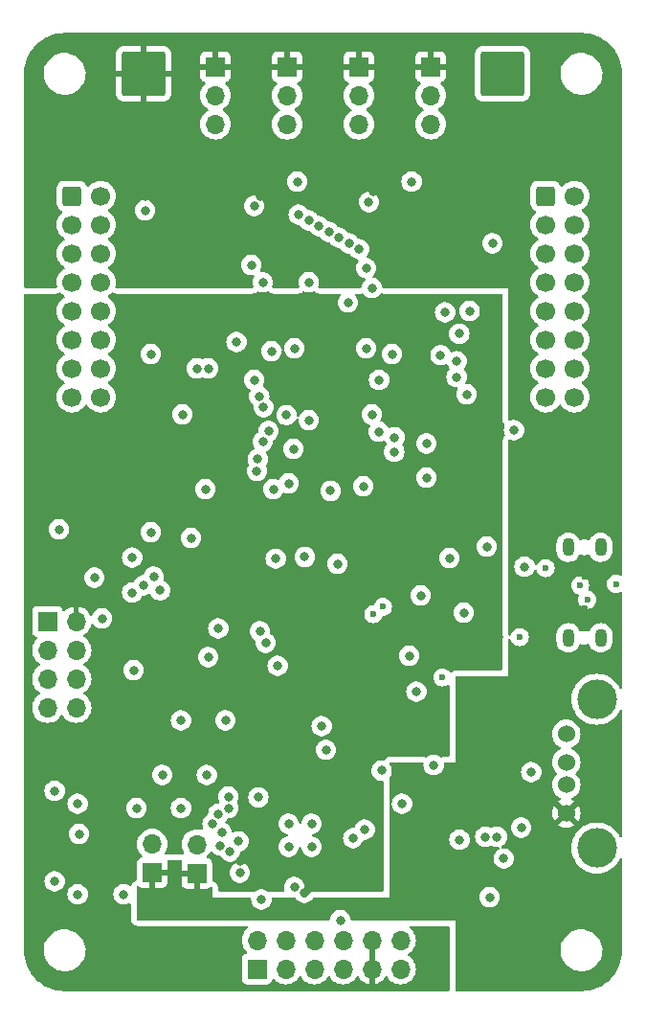
<source format=gbr>
%TF.GenerationSoftware,KiCad,Pcbnew,7.0.10*%
%TF.CreationDate,2024-02-11T20:06:44-06:00*%
%TF.ProjectId,HUB75-FPGA-Card,48554237-352d-4465-9047-412d43617264,rev?*%
%TF.SameCoordinates,Original*%
%TF.FileFunction,Copper,L3,Inr*%
%TF.FilePolarity,Positive*%
%FSLAX46Y46*%
G04 Gerber Fmt 4.6, Leading zero omitted, Abs format (unit mm)*
G04 Created by KiCad (PCBNEW 7.0.10) date 2024-02-11 20:06:44*
%MOMM*%
%LPD*%
G01*
G04 APERTURE LIST*
G04 Aperture macros list*
%AMRoundRect*
0 Rectangle with rounded corners*
0 $1 Rounding radius*
0 $2 $3 $4 $5 $6 $7 $8 $9 X,Y pos of 4 corners*
0 Add a 4 corners polygon primitive as box body*
4,1,4,$2,$3,$4,$5,$6,$7,$8,$9,$2,$3,0*
0 Add four circle primitives for the rounded corners*
1,1,$1+$1,$2,$3*
1,1,$1+$1,$4,$5*
1,1,$1+$1,$6,$7*
1,1,$1+$1,$8,$9*
0 Add four rect primitives between the rounded corners*
20,1,$1+$1,$2,$3,$4,$5,0*
20,1,$1+$1,$4,$5,$6,$7,0*
20,1,$1+$1,$6,$7,$8,$9,0*
20,1,$1+$1,$8,$9,$2,$3,0*%
G04 Aperture macros list end*
%TA.AperFunction,ComponentPad*%
%ADD10RoundRect,0.250000X-0.600000X-0.600000X0.600000X-0.600000X0.600000X0.600000X-0.600000X0.600000X0*%
%TD*%
%TA.AperFunction,ComponentPad*%
%ADD11C,1.700000*%
%TD*%
%TA.AperFunction,ComponentPad*%
%ADD12R,1.700000X1.700000*%
%TD*%
%TA.AperFunction,ComponentPad*%
%ADD13O,1.700000X1.700000*%
%TD*%
%TA.AperFunction,ComponentPad*%
%ADD14RoundRect,0.250002X-1.699998X-1.699998X1.699998X-1.699998X1.699998X1.699998X-1.699998X1.699998X0*%
%TD*%
%TA.AperFunction,ComponentPad*%
%ADD15O,1.100000X1.600000*%
%TD*%
%TA.AperFunction,ComponentPad*%
%ADD16C,1.524000*%
%TD*%
%TA.AperFunction,ComponentPad*%
%ADD17C,3.500000*%
%TD*%
%TA.AperFunction,ViaPad*%
%ADD18C,0.800000*%
%TD*%
%TA.AperFunction,ViaPad*%
%ADD19C,0.600000*%
%TD*%
%TA.AperFunction,Conductor*%
%ADD20C,1.500000*%
%TD*%
G04 APERTURE END LIST*
D10*
%TO.N,/Level Shifters/B3_out*%
%TO.C,J3*%
X133985000Y-62230000D03*
D11*
%TO.N,/Level Shifters/G3_out*%
X136525000Y-62230000D03*
%TO.N,/Level Shifters/R3_out*%
X133985000Y-64770000D03*
%TO.N,GND*%
X136525000Y-64770000D03*
%TO.N,/Level Shifters/B4_out*%
X133985000Y-67310000D03*
%TO.N,/Level Shifters/G4_out*%
X136525000Y-67310000D03*
%TO.N,/Level Shifters/R4_out*%
X133985000Y-69850000D03*
%TO.N,GND*%
X136525000Y-69850000D03*
%TO.N,/Level Shifters/A_RCLK_out*%
X133985000Y-72390000D03*
%TO.N,/Level Shifters/B_out*%
X136525000Y-72390000D03*
%TO.N,/Level Shifters/C_RDAT_out*%
X133985000Y-74930000D03*
%TO.N,/Level Shifters/D_out*%
X136525000Y-74930000D03*
%TO.N,/Level Shifters/CLK_out*%
X133985000Y-77470000D03*
%TO.N,/Level Shifters/LAT_out*%
X136525000Y-77470000D03*
%TO.N,/Level Shifters/BLNK_out*%
X133985000Y-80010000D03*
%TO.N,GND*%
X136525000Y-80010000D03*
%TD*%
D12*
%TO.N,+5V*%
%TO.C,J6*%
X104775000Y-50800000D03*
D13*
%TO.N,/Level Shifters/LED1_out*%
X104775000Y-53340000D03*
%TO.N,GND*%
X104775000Y-55880000D03*
%TD*%
D12*
%TO.N,+5V*%
%TO.C,J9*%
X123825000Y-50800000D03*
D13*
%TO.N,/Level Shifters/LED4_out*%
X123825000Y-53340000D03*
%TO.N,GND*%
X123825000Y-55880000D03*
%TD*%
D14*
%TO.N,+5V*%
%TO.C,J4*%
X98425000Y-51435000D03*
%TD*%
D12*
%TO.N,+5V*%
%TO.C,J13*%
X99187000Y-122052000D03*
D13*
%TO.N,Net-(J13-Pin_2)*%
X99187000Y-119512000D03*
%TD*%
D14*
%TO.N,GND*%
%TO.C,J5*%
X130175000Y-51435000D03*
%TD*%
D12*
%TO.N,+5V*%
%TO.C,J8*%
X117475000Y-50815000D03*
D13*
%TO.N,/Level Shifters/LED3_out*%
X117475000Y-53355000D03*
%TO.N,GND*%
X117475000Y-55895000D03*
%TD*%
D12*
%TO.N,+5V*%
%TO.C,J7*%
X111125000Y-50815000D03*
D13*
%TO.N,/Level Shifters/LED2_out*%
X111125000Y-53355000D03*
%TO.N,GND*%
X111125000Y-55895000D03*
%TD*%
D15*
%TO.N,GND*%
%TO.C,J10*%
X135988500Y-101282000D03*
X138848500Y-101282000D03*
X135988500Y-93282000D03*
X138848500Y-93282000D03*
%TD*%
D12*
%TO.N,/MCU/GPIO0*%
%TO.C,J12*%
X108458000Y-130556000D03*
D13*
%TO.N,/MCU/GPIO1*%
X108458000Y-128016000D03*
%TO.N,/MCU/GPIO2*%
X110998000Y-130556000D03*
%TO.N,/MCU/GPIO3*%
X110998000Y-128016000D03*
%TO.N,/MCU/GPIO4*%
X113538000Y-130556000D03*
%TO.N,/MCU/GPIO5*%
X113538000Y-128016000D03*
%TO.N,/MCU/GPIO26*%
X116078000Y-130556000D03*
%TO.N,/MCU/GPIO27*%
X116078000Y-128016000D03*
%TO.N,+3V3*%
X118618000Y-130556000D03*
X118618000Y-128016000D03*
%TO.N,GND*%
X121158000Y-130556000D03*
X121158000Y-128016000D03*
%TD*%
D16*
%TO.N,+5V*%
%TO.C,J11*%
X135805000Y-116784000D03*
%TO.N,/USB Hub/USB_EXT_D-*%
X135805000Y-114284000D03*
%TO.N,/USB Hub/USB_EXT_D+*%
X135805000Y-112284000D03*
%TO.N,GND*%
X135805000Y-109784000D03*
D17*
X138515000Y-119854000D03*
X138515000Y-106714000D03*
%TD*%
D12*
%TO.N,/FPGA/TDO*%
%TO.C,J1*%
X89911000Y-99832000D03*
D13*
%TO.N,+3V3*%
X92451000Y-99832000D03*
%TO.N,/FPGA/TCK*%
X89911000Y-102372000D03*
%TO.N,/FPGA/TDI*%
X92451000Y-102372000D03*
%TO.N,/FPGA/TMS*%
X89911000Y-104912000D03*
%TO.N,/FPGA/CRESET_N*%
X92451000Y-104912000D03*
%TO.N,/FPGA/SS*%
X89911000Y-107452000D03*
%TO.N,GND*%
X92451000Y-107452000D03*
%TD*%
D10*
%TO.N,/Level Shifters/B1_out*%
%TO.C,J2*%
X92075000Y-62230000D03*
D11*
%TO.N,/Level Shifters/G1_out*%
X94615000Y-62230000D03*
%TO.N,/Level Shifters/R1_out*%
X92075000Y-64770000D03*
%TO.N,GND*%
X94615000Y-64770000D03*
%TO.N,/Level Shifters/B2_out*%
X92075000Y-67310000D03*
%TO.N,/Level Shifters/G2_out*%
X94615000Y-67310000D03*
%TO.N,/Level Shifters/R2_out*%
X92075000Y-69850000D03*
%TO.N,GND*%
X94615000Y-69850000D03*
%TO.N,/Level Shifters/A_RCLK_out*%
X92075000Y-72390000D03*
%TO.N,/Level Shifters/B_out*%
X94615000Y-72390000D03*
%TO.N,/Level Shifters/C_RDAT_out*%
X92075000Y-74930000D03*
%TO.N,/Level Shifters/D_out*%
X94615000Y-74930000D03*
%TO.N,/Level Shifters/CLK_out*%
X92075000Y-77470000D03*
%TO.N,/Level Shifters/LAT_out*%
X94615000Y-77470000D03*
%TO.N,/Level Shifters/BLNK_out*%
X92075000Y-80010000D03*
%TO.N,GND*%
X94615000Y-80010000D03*
%TD*%
D12*
%TO.N,+5V*%
%TO.C,J14*%
X103124000Y-122095500D03*
D13*
%TO.N,Net-(J14-Pin_2)*%
X103124000Y-119555500D03*
%TD*%
D18*
%TO.N,GND*%
X131191000Y-82931000D03*
%TO.N,+5V*%
X96774000Y-69342000D03*
%TO.N,/FPGA/R3*%
X127269800Y-72390000D03*
X119253000Y-78486000D03*
%TO.N,/Level Shifters/BLNK_out*%
X117475000Y-66929000D03*
%TO.N,/Level Shifters/LAT_out*%
X116586000Y-66421000D03*
%TO.N,/Level Shifters/CLK_out*%
X115697000Y-65913000D03*
%TO.N,/Level Shifters/D_out*%
X114808000Y-65405000D03*
%TO.N,/Level Shifters/C_RDAT_out*%
X113925989Y-64897000D03*
%TO.N,/Level Shifters/B_out*%
X113030000Y-64389000D03*
%TO.N,/Level Shifters/A_RCLK_out*%
X112141000Y-63881000D03*
%TO.N,GND*%
X114554000Y-111190000D03*
X102616000Y-92456000D03*
X107950000Y-68326000D03*
X105664000Y-108585000D03*
X122936000Y-97536000D03*
X98552000Y-63500000D03*
X125095000Y-72517000D03*
X132128750Y-94996000D03*
X122133400Y-60960000D03*
X108577734Y-115389400D03*
X129032000Y-124206000D03*
X108839000Y-124411000D03*
X125476000Y-94234000D03*
X132715000Y-113157000D03*
X101727000Y-108585000D03*
X110112351Y-94287898D03*
X108966000Y-69865800D03*
X126746000Y-99060000D03*
X126365000Y-119126000D03*
X128778000Y-93218000D03*
X99060000Y-91948000D03*
X114173000Y-109093000D03*
X118110000Y-68605000D03*
X101854000Y-81533994D03*
X119481638Y-113015320D03*
X118110000Y-75692000D03*
X90551000Y-122809000D03*
X118618000Y-70358000D03*
X112679144Y-94137144D03*
X122555000Y-106045000D03*
X90932000Y-91694000D03*
X109902000Y-88138000D03*
X97536000Y-104140000D03*
X131826000Y-118066000D03*
X110276299Y-103759000D03*
X113030000Y-69850000D03*
X97409000Y-94193600D03*
X105029000Y-100457000D03*
X127000000Y-79756000D03*
X106934000Y-122047000D03*
X106637500Y-75141500D03*
X111252000Y-119761000D03*
X113284000Y-117729000D03*
X121920000Y-102870000D03*
D19*
X131699000Y-101219000D03*
D18*
X108204000Y-63119000D03*
X99884452Y-97088358D03*
X90551000Y-114808000D03*
X94742000Y-99568000D03*
X130273978Y-120789157D03*
X124079000Y-112522000D03*
D19*
X124843328Y-104784431D03*
D18*
X103124000Y-77470000D03*
X115570000Y-94742000D03*
X119220934Y-83058000D03*
X121285000Y-115951000D03*
X109728000Y-75946000D03*
X92583000Y-123952000D03*
X92583000Y-115951000D03*
X114962422Y-88292423D03*
X111252000Y-117729000D03*
X112014000Y-60960000D03*
X113284000Y-119761000D03*
X104140000Y-102997000D03*
X129286000Y-66421000D03*
X118351080Y-62768147D03*
X115824000Y-126238000D03*
X97790000Y-116332000D03*
X101727000Y-116332000D03*
%TO.N,+5V*%
X131445000Y-84582000D03*
D19*
X137418500Y-98679000D03*
D18*
X118745000Y-61849000D03*
D19*
X136021500Y-99187000D03*
X137418500Y-95885000D03*
D18*
X126873000Y-112649000D03*
D19*
X138053500Y-95377000D03*
X138053500Y-99187000D03*
X136783500Y-99187000D03*
X135259500Y-95377000D03*
X131861750Y-99441000D03*
D18*
X121539000Y-113919000D03*
X131445000Y-86106000D03*
D19*
X138815500Y-99187000D03*
X139577500Y-95377000D03*
D18*
X126492000Y-105410000D03*
D19*
X138815500Y-95377000D03*
X136021500Y-95377000D03*
D18*
X108712000Y-62230000D03*
X98568222Y-62246222D03*
X122555000Y-118110000D03*
D19*
X139577500Y-99187000D03*
X135259500Y-99187000D03*
X136783500Y-95377000D03*
D18*
%TO.N,/FPGA/CLK_12MHZ*%
X111760000Y-123317000D03*
X97409000Y-97282000D03*
X111058400Y-81594400D03*
%TO.N,+3V3*%
X117983000Y-119634000D03*
X118491000Y-102870000D03*
X117856000Y-105537000D03*
X103665200Y-72225467D03*
X116078000Y-114492000D03*
X100076000Y-78486000D03*
X110490000Y-77216000D03*
X98044000Y-106934000D03*
X113538000Y-87630000D03*
X106934000Y-121046997D03*
X120625001Y-78435854D03*
X112649000Y-123825000D03*
X119126000Y-76708000D03*
X98171000Y-86233000D03*
X106934000Y-93218000D03*
X103632000Y-89916000D03*
X129540000Y-79502000D03*
X94107000Y-125222000D03*
X116078000Y-111252000D03*
X101346000Y-97282000D03*
X125984000Y-90932000D03*
X108722116Y-71624628D03*
X105918000Y-113919000D03*
X128270000Y-90932000D03*
X128143000Y-86868000D03*
X94107000Y-117221000D03*
%TO.N,/FPGA/TCK*%
X109026400Y-80904494D03*
%TO.N,+1V2*%
X117856000Y-87884000D03*
X120396000Y-76200000D03*
X116501600Y-71653184D03*
X118618000Y-81534000D03*
X111252000Y-87630000D03*
X113030000Y-82042000D03*
X99060000Y-76200000D03*
X111760000Y-75692000D03*
%TO.N,/FPGA/SS*%
X108204000Y-78486000D03*
X103892718Y-88142931D03*
%TO.N,/FPGA/TMS*%
X109474000Y-82997600D03*
%TO.N,/FPGA/TDI*%
X108966000Y-83950000D03*
%TO.N,/FPGA/TDO*%
X108649709Y-79923923D03*
%TO.N,/FPGA/CRESET_N*%
X108446710Y-86542700D03*
D19*
%TO.N,/USB Hub/RAW_D-*%
X137037500Y-96647000D03*
X137672500Y-97917000D03*
D18*
%TO.N,/MCU/SCL1*%
X96647000Y-123952000D03*
X92710000Y-118618000D03*
%TO.N,/MCU/5VSW_1*%
X100076000Y-113411000D03*
X106822992Y-119268992D03*
%TO.N,/MCU/5VSW_2*%
X104013000Y-113411000D03*
X106062418Y-120174390D03*
D19*
%TO.N,Net-(J10-CC2)*%
X133985000Y-95123000D03*
X140208000Y-96520000D03*
D18*
%TO.N,Net-(U10-VDD)*%
X109220000Y-101727000D03*
X129667000Y-118872000D03*
%TO.N,Net-(U9-MICIN)*%
X128651000Y-118872000D03*
X108712000Y-100711000D03*
%TO.N,Net-(U3B-GPIOL_08_CDI0)*%
X108511720Y-85490705D03*
X94072346Y-95959222D03*
%TO.N,Net-(U3B-GPIOL_09_CDI1)*%
X104140000Y-77470000D03*
X111680000Y-84582000D03*
%TO.N,Net-(U3C-GPIOR_149_CBUS2)*%
X126353107Y-74410107D03*
X120627334Y-83567741D03*
%TO.N,Net-(U3C-GPIOR_150_CBUS1)*%
X120592300Y-84836000D03*
X124684784Y-76297784D03*
%TO.N,Net-(U3C-GPIOR_151_CBUS0)*%
X126131146Y-76835849D03*
X123450097Y-84108636D03*
%TO.N,Net-(U3C-GPIOR_158_TEST_N)*%
X123444000Y-87122000D03*
X126111000Y-78232000D03*
%TO.N,Net-(U7-CS)*%
X98425000Y-96647000D03*
D19*
X118745000Y-99187000D03*
%TO.N,Net-(U7-CLK)*%
X119593577Y-98546492D03*
D18*
X99314000Y-95885000D03*
%TO.N,/MCU/GPIO0*%
X105918000Y-115316000D03*
%TO.N,/MCU/GPIO1*%
X105918000Y-116332000D03*
%TO.N,/MCU/GPIO2*%
X105029000Y-116840000D03*
%TO.N,/MCU/GPIO3*%
X104521000Y-117729000D03*
%TO.N,/MCU/GPIO4*%
X105333766Y-118477747D03*
%TO.N,/MCU/GPIO5*%
X105221000Y-119634000D03*
%TO.N,/MCU/GPIO26*%
X116967000Y-118999000D03*
%TO.N,/MCU/GPIO27*%
X117983000Y-118237000D03*
%TD*%
D20*
%TO.N,+5V*%
X103080500Y-122052000D02*
X103124000Y-122095500D01*
%TO.N,+3V3*%
X92456585Y-99832000D02*
X92451000Y-99832000D01*
%TD*%
%TA.AperFunction,Conductor*%
%TO.N,+5V*%
G36*
X137163032Y-47825648D02*
G01*
X137507711Y-47842582D01*
X137519819Y-47843775D01*
X137625932Y-47859515D01*
X137858159Y-47893963D01*
X137870077Y-47896333D01*
X138201881Y-47979445D01*
X138213508Y-47982972D01*
X138535575Y-48098210D01*
X138546788Y-48102854D01*
X138856017Y-48249108D01*
X138866725Y-48254832D01*
X139019313Y-48346290D01*
X139160101Y-48430675D01*
X139170219Y-48437435D01*
X139444954Y-48641193D01*
X139454360Y-48648913D01*
X139707795Y-48878613D01*
X139716386Y-48887204D01*
X139909759Y-49100558D01*
X139946086Y-49140639D01*
X139953806Y-49150045D01*
X140157564Y-49424780D01*
X140164324Y-49434898D01*
X140186203Y-49471401D01*
X140336949Y-49722906D01*
X140340160Y-49728262D01*
X140345895Y-49738990D01*
X140423066Y-49902155D01*
X140492142Y-50048205D01*
X140496793Y-50059434D01*
X140601854Y-50353059D01*
X140612022Y-50381476D01*
X140615554Y-50393120D01*
X140698663Y-50724909D01*
X140701037Y-50736845D01*
X140751224Y-51075180D01*
X140752417Y-51087289D01*
X140769351Y-51431966D01*
X140769500Y-51438051D01*
X140769500Y-95703044D01*
X140749815Y-95770083D01*
X140697011Y-95815838D01*
X140627853Y-95825782D01*
X140579528Y-95808038D01*
X140557523Y-95794211D01*
X140387254Y-95734631D01*
X140387249Y-95734630D01*
X140208004Y-95714435D01*
X140207996Y-95714435D01*
X140028750Y-95734630D01*
X140028745Y-95734631D01*
X139858476Y-95794211D01*
X139705737Y-95890184D01*
X139578184Y-96017737D01*
X139482211Y-96170476D01*
X139422631Y-96340745D01*
X139422630Y-96340750D01*
X139402435Y-96519996D01*
X139402435Y-96520003D01*
X139422630Y-96699249D01*
X139422631Y-96699254D01*
X139482211Y-96869523D01*
X139509980Y-96913716D01*
X139578184Y-97022262D01*
X139705738Y-97149816D01*
X139858478Y-97245789D01*
X139947148Y-97276816D01*
X140028745Y-97305368D01*
X140028750Y-97305369D01*
X140207996Y-97325565D01*
X140208000Y-97325565D01*
X140208004Y-97325565D01*
X140387249Y-97305369D01*
X140387252Y-97305368D01*
X140387255Y-97305368D01*
X140557522Y-97245789D01*
X140579526Y-97231962D01*
X140646762Y-97212961D01*
X140713597Y-97233327D01*
X140758813Y-97286594D01*
X140769500Y-97336955D01*
X140769500Y-105665561D01*
X140749815Y-105732600D01*
X140697011Y-105778355D01*
X140627853Y-105788299D01*
X140564297Y-105759274D01*
X140534288Y-105720405D01*
X140504350Y-105659697D01*
X140468172Y-105586336D01*
X140304273Y-105341043D01*
X140256609Y-105286693D01*
X140109758Y-105119241D01*
X139887955Y-104924725D01*
X139642667Y-104760829D01*
X139642660Y-104760825D01*
X139378080Y-104630349D01*
X139098730Y-104535521D01*
X139098724Y-104535519D01*
X139098722Y-104535519D01*
X138809380Y-104477966D01*
X138809373Y-104477965D01*
X138809363Y-104477964D01*
X138515007Y-104458671D01*
X138514993Y-104458671D01*
X138220636Y-104477964D01*
X138220624Y-104477965D01*
X138220620Y-104477966D01*
X138220612Y-104477967D01*
X138220609Y-104477968D01*
X137931283Y-104535518D01*
X137931269Y-104535521D01*
X137651919Y-104630349D01*
X137387334Y-104760828D01*
X137142041Y-104924728D01*
X136920241Y-105119241D01*
X136725728Y-105341041D01*
X136561828Y-105586334D01*
X136431349Y-105850919D01*
X136336521Y-106130269D01*
X136336518Y-106130283D01*
X136278968Y-106419609D01*
X136278964Y-106419636D01*
X136259671Y-106713992D01*
X136259671Y-106714007D01*
X136278964Y-107008363D01*
X136278965Y-107008373D01*
X136278966Y-107008380D01*
X136320381Y-107216592D01*
X136336518Y-107297716D01*
X136336521Y-107297730D01*
X136431349Y-107577080D01*
X136561825Y-107841660D01*
X136561829Y-107841667D01*
X136725725Y-108086955D01*
X136920241Y-108308758D01*
X137142044Y-108503274D01*
X137387332Y-108667170D01*
X137387339Y-108667174D01*
X137504023Y-108724716D01*
X137651923Y-108797652D01*
X137931278Y-108892481D01*
X138220620Y-108950034D01*
X138248888Y-108951886D01*
X138514993Y-108969329D01*
X138515000Y-108969329D01*
X138515007Y-108969329D01*
X138759795Y-108953284D01*
X138809380Y-108950034D01*
X139098722Y-108892481D01*
X139378077Y-108797652D01*
X139642665Y-108667172D01*
X139887957Y-108503273D01*
X140109758Y-108308758D01*
X140304273Y-108086957D01*
X140468172Y-107841665D01*
X140534288Y-107707595D01*
X140581593Y-107656176D01*
X140649188Y-107638494D01*
X140715613Y-107660164D01*
X140759777Y-107714305D01*
X140769500Y-107762439D01*
X140769500Y-118805561D01*
X140749815Y-118872600D01*
X140697011Y-118918355D01*
X140627853Y-118928299D01*
X140564297Y-118899274D01*
X140534288Y-118860405D01*
X140473320Y-118736776D01*
X140468172Y-118726336D01*
X140304273Y-118481043D01*
X140255349Y-118425256D01*
X140109758Y-118259241D01*
X139887955Y-118064725D01*
X139642667Y-117900829D01*
X139642660Y-117900825D01*
X139378080Y-117770349D01*
X139098730Y-117675521D01*
X139098724Y-117675519D01*
X139098722Y-117675519D01*
X138809380Y-117617966D01*
X138809373Y-117617965D01*
X138809363Y-117617964D01*
X138515007Y-117598671D01*
X138514993Y-117598671D01*
X138220636Y-117617964D01*
X138220624Y-117617965D01*
X138220620Y-117617966D01*
X138220612Y-117617967D01*
X138220609Y-117617968D01*
X137931283Y-117675518D01*
X137931269Y-117675521D01*
X137651919Y-117770349D01*
X137387334Y-117900828D01*
X137142041Y-118064728D01*
X136920241Y-118259241D01*
X136725728Y-118481041D01*
X136561828Y-118726334D01*
X136431349Y-118990919D01*
X136336521Y-119270269D01*
X136336518Y-119270283D01*
X136278968Y-119559609D01*
X136278964Y-119559636D01*
X136259671Y-119853992D01*
X136259671Y-119854007D01*
X136278964Y-120148363D01*
X136278965Y-120148373D01*
X136278966Y-120148380D01*
X136335756Y-120433888D01*
X136336518Y-120437716D01*
X136336521Y-120437730D01*
X136431349Y-120717080D01*
X136561825Y-120981660D01*
X136561829Y-120981667D01*
X136725725Y-121226955D01*
X136920241Y-121448758D01*
X137142044Y-121643274D01*
X137258672Y-121721202D01*
X137387335Y-121807172D01*
X137651923Y-121937652D01*
X137931278Y-122032481D01*
X138220620Y-122090034D01*
X138248888Y-122091886D01*
X138514993Y-122109329D01*
X138515000Y-122109329D01*
X138515007Y-122109329D01*
X138750675Y-122093881D01*
X138809380Y-122090034D01*
X139098722Y-122032481D01*
X139378077Y-121937652D01*
X139642665Y-121807172D01*
X139887957Y-121643273D01*
X140109758Y-121448758D01*
X140304273Y-121226957D01*
X140468172Y-120981665D01*
X140534288Y-120847595D01*
X140581593Y-120796176D01*
X140649188Y-120778494D01*
X140715613Y-120800164D01*
X140759777Y-120854305D01*
X140769500Y-120902439D01*
X140769500Y-128901948D01*
X140769351Y-128908033D01*
X140752417Y-129252710D01*
X140751224Y-129264819D01*
X140701037Y-129603154D01*
X140698663Y-129615090D01*
X140615554Y-129946879D01*
X140612022Y-129958523D01*
X140496799Y-130280551D01*
X140492142Y-130291794D01*
X140345897Y-130601005D01*
X140340160Y-130611737D01*
X140164324Y-130905101D01*
X140157564Y-130915219D01*
X139953806Y-131189954D01*
X139946086Y-131199360D01*
X139716393Y-131452788D01*
X139707788Y-131461393D01*
X139454360Y-131691086D01*
X139444954Y-131698806D01*
X139170219Y-131902564D01*
X139160101Y-131909324D01*
X138866737Y-132085160D01*
X138856005Y-132090897D01*
X138546794Y-132237142D01*
X138535558Y-132241796D01*
X138317585Y-132319788D01*
X138213523Y-132357022D01*
X138201879Y-132360554D01*
X137870090Y-132443663D01*
X137858154Y-132446037D01*
X137519819Y-132496224D01*
X137507710Y-132497417D01*
X137183465Y-132513347D01*
X137163031Y-132514351D01*
X137156949Y-132514500D01*
X126108000Y-132514500D01*
X126040961Y-132494815D01*
X125995206Y-132442011D01*
X125984000Y-132390500D01*
X125984000Y-128972909D01*
X135301779Y-128972909D01*
X135331468Y-129242735D01*
X135331470Y-129242748D01*
X135366127Y-129375315D01*
X135400132Y-129505384D01*
X135506303Y-129755224D01*
X135578588Y-129873668D01*
X135647716Y-129986940D01*
X135647717Y-129986942D01*
X135735428Y-130092337D01*
X135821368Y-130195604D01*
X136023546Y-130376757D01*
X136249947Y-130526542D01*
X136495743Y-130641767D01*
X136755697Y-130719975D01*
X137024268Y-130759500D01*
X137024273Y-130759500D01*
X137227779Y-130759500D01*
X137227781Y-130759500D01*
X137227786Y-130759499D01*
X137227798Y-130759499D01*
X137265424Y-130756744D01*
X137430740Y-130744645D01*
X137541488Y-130719975D01*
X137695702Y-130685623D01*
X137695704Y-130685622D01*
X137695709Y-130685621D01*
X137949261Y-130588646D01*
X138185991Y-130455786D01*
X138400853Y-130289875D01*
X138589269Y-130094447D01*
X138747223Y-129873668D01*
X138871348Y-129632244D01*
X138958998Y-129375320D01*
X139008306Y-129108371D01*
X139018220Y-128837089D01*
X138988530Y-128567253D01*
X138919868Y-128304616D01*
X138813697Y-128054776D01*
X138672281Y-127823056D01*
X138498632Y-127614396D01*
X138296454Y-127433243D01*
X138070053Y-127283458D01*
X137824257Y-127168233D01*
X137564303Y-127090025D01*
X137564301Y-127090024D01*
X137564299Y-127090024D01*
X137467999Y-127075852D01*
X137295732Y-127050500D01*
X137092219Y-127050500D01*
X137092201Y-127050500D01*
X136889260Y-127065355D01*
X136889246Y-127065357D01*
X136624297Y-127124376D01*
X136624290Y-127124379D01*
X136370736Y-127221355D01*
X136134012Y-127354211D01*
X135919140Y-127520130D01*
X135919139Y-127520132D01*
X135730734Y-127715549D01*
X135730732Y-127715551D01*
X135572778Y-127936329D01*
X135448656Y-128177746D01*
X135448649Y-128177762D01*
X135361005Y-128434666D01*
X135361001Y-128434684D01*
X135311693Y-128701631D01*
X135311693Y-128701633D01*
X135301779Y-128972909D01*
X125984000Y-128972909D01*
X125984000Y-126238000D01*
X116841110Y-126238000D01*
X116774071Y-126218315D01*
X116728316Y-126165511D01*
X116717790Y-126126964D01*
X116709674Y-126049744D01*
X116651179Y-125869716D01*
X116556533Y-125705784D01*
X116429871Y-125565112D01*
X116429870Y-125565111D01*
X116276734Y-125453851D01*
X116276729Y-125453848D01*
X116103807Y-125376857D01*
X116103802Y-125376855D01*
X115958001Y-125345865D01*
X115918646Y-125337500D01*
X115729354Y-125337500D01*
X115696897Y-125344398D01*
X115544197Y-125376855D01*
X115544192Y-125376857D01*
X115371270Y-125453848D01*
X115371265Y-125453851D01*
X115218129Y-125565111D01*
X115091466Y-125705785D01*
X114996821Y-125869715D01*
X114996818Y-125869722D01*
X114952490Y-126006151D01*
X114938326Y-126049744D01*
X114930210Y-126126963D01*
X114903627Y-126191576D01*
X114846329Y-126231561D01*
X114806890Y-126238000D01*
X97914000Y-126238000D01*
X97846961Y-126218315D01*
X97801206Y-126165511D01*
X97790000Y-126114000D01*
X97790000Y-123364818D01*
X97809685Y-123297779D01*
X97862489Y-123252024D01*
X97931647Y-123242080D01*
X97988312Y-123265552D01*
X98094910Y-123345352D01*
X98094913Y-123345354D01*
X98229620Y-123395596D01*
X98229627Y-123395598D01*
X98289155Y-123401999D01*
X98289172Y-123402000D01*
X98937000Y-123402000D01*
X98937000Y-122487501D01*
X99044685Y-122536680D01*
X99151237Y-122552000D01*
X99222763Y-122552000D01*
X99329315Y-122536680D01*
X99437000Y-122487501D01*
X99437000Y-123402000D01*
X100084828Y-123402000D01*
X100084844Y-123401999D01*
X100144372Y-123395598D01*
X100144379Y-123395596D01*
X100279086Y-123345354D01*
X100279093Y-123345350D01*
X100394187Y-123259190D01*
X100394190Y-123259187D01*
X100480350Y-123144093D01*
X100480354Y-123144086D01*
X100530596Y-123009379D01*
X100530598Y-123009372D01*
X100536999Y-122949844D01*
X100537000Y-122949827D01*
X100537000Y-122302000D01*
X99620686Y-122302000D01*
X99646493Y-122261844D01*
X99687000Y-122123889D01*
X99687000Y-121980111D01*
X99646493Y-121842156D01*
X99620686Y-121802000D01*
X100537000Y-121802000D01*
X100537000Y-121154172D01*
X100536999Y-121154155D01*
X100530598Y-121094627D01*
X100530597Y-121094623D01*
X100521911Y-121071334D01*
X100516927Y-121001642D01*
X100550412Y-120940319D01*
X100611735Y-120906834D01*
X100638093Y-120904000D01*
X101689131Y-120904000D01*
X101756170Y-120923685D01*
X101801925Y-120976489D01*
X101811869Y-121045647D01*
X101805313Y-121071333D01*
X101780403Y-121138119D01*
X101780401Y-121138127D01*
X101774000Y-121197655D01*
X101774000Y-121845500D01*
X102690314Y-121845500D01*
X102664507Y-121885656D01*
X102624000Y-122023611D01*
X102624000Y-122167389D01*
X102664507Y-122305344D01*
X102690314Y-122345500D01*
X101774000Y-122345500D01*
X101774000Y-122993344D01*
X101780401Y-123052872D01*
X101780403Y-123052879D01*
X101830645Y-123187586D01*
X101830649Y-123187593D01*
X101916809Y-123302687D01*
X101916812Y-123302690D01*
X102031906Y-123388850D01*
X102031913Y-123388854D01*
X102166620Y-123439096D01*
X102166627Y-123439098D01*
X102226155Y-123445499D01*
X102226172Y-123445500D01*
X102874000Y-123445500D01*
X102874000Y-122531001D01*
X102981685Y-122580180D01*
X103088237Y-122595500D01*
X103159763Y-122595500D01*
X103266315Y-122580180D01*
X103374000Y-122531001D01*
X103374000Y-123445500D01*
X104021828Y-123445500D01*
X104021844Y-123445499D01*
X104081372Y-123439098D01*
X104081379Y-123439096D01*
X104216086Y-123388854D01*
X104216089Y-123388852D01*
X104322688Y-123309052D01*
X104388152Y-123284634D01*
X104456425Y-123299485D01*
X104505831Y-123348890D01*
X104521000Y-123408318D01*
X104521000Y-124206000D01*
X107817370Y-124206000D01*
X107884409Y-124225685D01*
X107930164Y-124278489D01*
X107940691Y-124342961D01*
X107935300Y-124394259D01*
X107933540Y-124411000D01*
X107953326Y-124599256D01*
X107953327Y-124599259D01*
X108011818Y-124779277D01*
X108011821Y-124779284D01*
X108106467Y-124943216D01*
X108148725Y-124990148D01*
X108233129Y-125083888D01*
X108386265Y-125195148D01*
X108386270Y-125195151D01*
X108559192Y-125272142D01*
X108559197Y-125272144D01*
X108744354Y-125311500D01*
X108744355Y-125311500D01*
X108933644Y-125311500D01*
X108933646Y-125311500D01*
X109118803Y-125272144D01*
X109291730Y-125195151D01*
X109444871Y-125083888D01*
X109571533Y-124943216D01*
X109666179Y-124779284D01*
X109724674Y-124599256D01*
X109744460Y-124411000D01*
X109737309Y-124342961D01*
X109749879Y-124274231D01*
X109797611Y-124223208D01*
X109860630Y-124206000D01*
X111598219Y-124206000D01*
X111623999Y-124208710D01*
X111632432Y-124210502D01*
X111665354Y-124217500D01*
X111764211Y-124217500D01*
X111831250Y-124237185D01*
X111871597Y-124279499D01*
X111908237Y-124342961D01*
X111916467Y-124357216D01*
X112043129Y-124497888D01*
X112196265Y-124609148D01*
X112196270Y-124609151D01*
X112369192Y-124686142D01*
X112369197Y-124686144D01*
X112554354Y-124725500D01*
X112554355Y-124725500D01*
X112743644Y-124725500D01*
X112743646Y-124725500D01*
X112928803Y-124686144D01*
X113101730Y-124609151D01*
X113254871Y-124497888D01*
X113381533Y-124357216D01*
X113433042Y-124268000D01*
X113483609Y-124219784D01*
X113540429Y-124206000D01*
X120142000Y-124206000D01*
X128126540Y-124206000D01*
X128146326Y-124394256D01*
X128146327Y-124394259D01*
X128204818Y-124574277D01*
X128204821Y-124574284D01*
X128299467Y-124738216D01*
X128336439Y-124779277D01*
X128426129Y-124878888D01*
X128579265Y-124990148D01*
X128579270Y-124990151D01*
X128752192Y-125067142D01*
X128752197Y-125067144D01*
X128937354Y-125106500D01*
X128937355Y-125106500D01*
X129126644Y-125106500D01*
X129126646Y-125106500D01*
X129311803Y-125067144D01*
X129484730Y-124990151D01*
X129637871Y-124878888D01*
X129764533Y-124738216D01*
X129859179Y-124574284D01*
X129917674Y-124394256D01*
X129937460Y-124206000D01*
X129917674Y-124017744D01*
X129859179Y-123837716D01*
X129764533Y-123673784D01*
X129637871Y-123533112D01*
X129637870Y-123533111D01*
X129484734Y-123421851D01*
X129484729Y-123421848D01*
X129311807Y-123344857D01*
X129311802Y-123344855D01*
X129166001Y-123313865D01*
X129126646Y-123305500D01*
X128937354Y-123305500D01*
X128920643Y-123309052D01*
X128752197Y-123344855D01*
X128752192Y-123344857D01*
X128579270Y-123421848D01*
X128579265Y-123421851D01*
X128426129Y-123533111D01*
X128299466Y-123673785D01*
X128204821Y-123837715D01*
X128204818Y-123837722D01*
X128155377Y-123989888D01*
X128146326Y-124017744D01*
X128126540Y-124206000D01*
X120142000Y-124206000D01*
X120142000Y-119126000D01*
X125459540Y-119126000D01*
X125479326Y-119314256D01*
X125479327Y-119314259D01*
X125537818Y-119494277D01*
X125537821Y-119494284D01*
X125632467Y-119658216D01*
X125735369Y-119772500D01*
X125759129Y-119798888D01*
X125912265Y-119910148D01*
X125912270Y-119910151D01*
X126085192Y-119987142D01*
X126085197Y-119987144D01*
X126270354Y-120026500D01*
X126270355Y-120026500D01*
X126459644Y-120026500D01*
X126459646Y-120026500D01*
X126644803Y-119987144D01*
X126817730Y-119910151D01*
X126970871Y-119798888D01*
X127097533Y-119658216D01*
X127192179Y-119494284D01*
X127250674Y-119314256D01*
X127270460Y-119126000D01*
X127250674Y-118937744D01*
X127229312Y-118872000D01*
X127745540Y-118872000D01*
X127765326Y-119060256D01*
X127765327Y-119060259D01*
X127823818Y-119240277D01*
X127823821Y-119240284D01*
X127918467Y-119404216D01*
X128021369Y-119518500D01*
X128045129Y-119544888D01*
X128198265Y-119656148D01*
X128198270Y-119656151D01*
X128371192Y-119733142D01*
X128371197Y-119733144D01*
X128556354Y-119772500D01*
X128556355Y-119772500D01*
X128745644Y-119772500D01*
X128745646Y-119772500D01*
X128930803Y-119733144D01*
X129103730Y-119656151D01*
X129103734Y-119656148D01*
X129108563Y-119653998D01*
X129177813Y-119644712D01*
X129209437Y-119653998D01*
X129214265Y-119656148D01*
X129214270Y-119656151D01*
X129387197Y-119733144D01*
X129572354Y-119772500D01*
X129572355Y-119772500D01*
X129761186Y-119772500D01*
X129828225Y-119792185D01*
X129873980Y-119844989D01*
X129883924Y-119914147D01*
X129854899Y-119977703D01*
X129826487Y-120001161D01*
X129826505Y-120001186D01*
X129826111Y-120001472D01*
X129823184Y-120003889D01*
X129821239Y-120005011D01*
X129668107Y-120116268D01*
X129541444Y-120256942D01*
X129446799Y-120420872D01*
X129446796Y-120420879D01*
X129390548Y-120593995D01*
X129388304Y-120600901D01*
X129368518Y-120789157D01*
X129388304Y-120977413D01*
X129388305Y-120977416D01*
X129446796Y-121157434D01*
X129446799Y-121157441D01*
X129541445Y-121321373D01*
X129656143Y-121448758D01*
X129668107Y-121462045D01*
X129821243Y-121573305D01*
X129821248Y-121573308D01*
X129994170Y-121650299D01*
X129994175Y-121650301D01*
X130179332Y-121689657D01*
X130179333Y-121689657D01*
X130368622Y-121689657D01*
X130368624Y-121689657D01*
X130553781Y-121650301D01*
X130726708Y-121573308D01*
X130879849Y-121462045D01*
X131006511Y-121321373D01*
X131101157Y-121157441D01*
X131159652Y-120977413D01*
X131179438Y-120789157D01*
X131159652Y-120600901D01*
X131101157Y-120420873D01*
X131006511Y-120256941D01*
X130879849Y-120116269D01*
X130879848Y-120116268D01*
X130726712Y-120005008D01*
X130726707Y-120005005D01*
X130553785Y-119928014D01*
X130553780Y-119928012D01*
X130407979Y-119897022D01*
X130368624Y-119888657D01*
X130179792Y-119888657D01*
X130112753Y-119868972D01*
X130066998Y-119816168D01*
X130057054Y-119747010D01*
X130086079Y-119683454D01*
X130114490Y-119659995D01*
X130114473Y-119659971D01*
X130114866Y-119659684D01*
X130117794Y-119657268D01*
X130119719Y-119656155D01*
X130119730Y-119656151D01*
X130272871Y-119544888D01*
X130399533Y-119404216D01*
X130494179Y-119240284D01*
X130552674Y-119060256D01*
X130572460Y-118872000D01*
X130552674Y-118683744D01*
X130494179Y-118503716D01*
X130399533Y-118339784D01*
X130272871Y-118199112D01*
X130214002Y-118156341D01*
X130119734Y-118087851D01*
X130119729Y-118087848D01*
X130070658Y-118066000D01*
X130920540Y-118066000D01*
X130940326Y-118254256D01*
X130940327Y-118254259D01*
X130998818Y-118434277D01*
X130998821Y-118434284D01*
X131093467Y-118598216D01*
X131170477Y-118683744D01*
X131220129Y-118738888D01*
X131373265Y-118850148D01*
X131373270Y-118850151D01*
X131546192Y-118927142D01*
X131546197Y-118927144D01*
X131731354Y-118966500D01*
X131731355Y-118966500D01*
X131920644Y-118966500D01*
X131920646Y-118966500D01*
X132105803Y-118927144D01*
X132278730Y-118850151D01*
X132431871Y-118738888D01*
X132558533Y-118598216D01*
X132653179Y-118434284D01*
X132711674Y-118254256D01*
X132731460Y-118066000D01*
X132711674Y-117877744D01*
X132653179Y-117697716D01*
X132558533Y-117533784D01*
X132431871Y-117393112D01*
X132431870Y-117393111D01*
X132278734Y-117281851D01*
X132278729Y-117281848D01*
X132105807Y-117204857D01*
X132105802Y-117204855D01*
X131934115Y-117168363D01*
X131920646Y-117165500D01*
X131731354Y-117165500D01*
X131717885Y-117168363D01*
X131546197Y-117204855D01*
X131546192Y-117204857D01*
X131373270Y-117281848D01*
X131373265Y-117281851D01*
X131220129Y-117393111D01*
X131093466Y-117533785D01*
X130998821Y-117697715D01*
X130998818Y-117697722D01*
X130943259Y-117868716D01*
X130940326Y-117877744D01*
X130920540Y-118066000D01*
X130070658Y-118066000D01*
X129946807Y-118010857D01*
X129946802Y-118010855D01*
X129775402Y-117974424D01*
X129761646Y-117971500D01*
X129572354Y-117971500D01*
X129558598Y-117974424D01*
X129387197Y-118010855D01*
X129387192Y-118010857D01*
X129209436Y-118090001D01*
X129140186Y-118099286D01*
X129108564Y-118090001D01*
X128930807Y-118010857D01*
X128930802Y-118010855D01*
X128759402Y-117974424D01*
X128745646Y-117971500D01*
X128556354Y-117971500D01*
X128542598Y-117974424D01*
X128371197Y-118010855D01*
X128371192Y-118010857D01*
X128198270Y-118087848D01*
X128198265Y-118087851D01*
X128045129Y-118199111D01*
X127918466Y-118339785D01*
X127823821Y-118503715D01*
X127823818Y-118503722D01*
X127771090Y-118666003D01*
X127765326Y-118683744D01*
X127745540Y-118872000D01*
X127229312Y-118872000D01*
X127192179Y-118757716D01*
X127097533Y-118593784D01*
X126970871Y-118453112D01*
X126970870Y-118453111D01*
X126817734Y-118341851D01*
X126817729Y-118341848D01*
X126644807Y-118264857D01*
X126644802Y-118264855D01*
X126499001Y-118233865D01*
X126459646Y-118225500D01*
X126270354Y-118225500D01*
X126237897Y-118232398D01*
X126085197Y-118264855D01*
X126085192Y-118264857D01*
X125912270Y-118341848D01*
X125912265Y-118341851D01*
X125759129Y-118453111D01*
X125632466Y-118593785D01*
X125537821Y-118757715D01*
X125537818Y-118757722D01*
X125482770Y-118927144D01*
X125479326Y-118937744D01*
X125459540Y-119126000D01*
X120142000Y-119126000D01*
X120142000Y-116057018D01*
X120161685Y-115989979D01*
X120206121Y-115951474D01*
X120321298Y-115951474D01*
X120347203Y-115963305D01*
X120384977Y-116022083D01*
X120389319Y-116044050D01*
X120399326Y-116139256D01*
X120399327Y-116139259D01*
X120457818Y-116319277D01*
X120457821Y-116319284D01*
X120552467Y-116483216D01*
X120625217Y-116564013D01*
X120679129Y-116623888D01*
X120832265Y-116735148D01*
X120832270Y-116735151D01*
X121005192Y-116812142D01*
X121005197Y-116812144D01*
X121190354Y-116851500D01*
X121190355Y-116851500D01*
X121379644Y-116851500D01*
X121379646Y-116851500D01*
X121564803Y-116812144D01*
X121737730Y-116735151D01*
X121890871Y-116623888D01*
X122017533Y-116483216D01*
X122112179Y-116319284D01*
X122170674Y-116139256D01*
X122190460Y-115951000D01*
X122170674Y-115762744D01*
X122112179Y-115582716D01*
X122017533Y-115418784D01*
X121890871Y-115278112D01*
X121858825Y-115254829D01*
X121737734Y-115166851D01*
X121737729Y-115166848D01*
X121564807Y-115089857D01*
X121564802Y-115089855D01*
X121419001Y-115058865D01*
X121379646Y-115050500D01*
X121190354Y-115050500D01*
X121157897Y-115057398D01*
X121005197Y-115089855D01*
X121005192Y-115089857D01*
X120832270Y-115166848D01*
X120832265Y-115166851D01*
X120679129Y-115278111D01*
X120552466Y-115418785D01*
X120457821Y-115582715D01*
X120457818Y-115582722D01*
X120409231Y-115732259D01*
X120399326Y-115762744D01*
X120389320Y-115857944D01*
X120362736Y-115922557D01*
X120321298Y-115951474D01*
X120206121Y-115951474D01*
X120208647Y-115949285D01*
X120175446Y-115929693D01*
X120144023Y-115867288D01*
X120142000Y-115844981D01*
X120142000Y-114284002D01*
X134537677Y-114284002D01*
X134556929Y-114504062D01*
X134556930Y-114504070D01*
X134614104Y-114717445D01*
X134614105Y-114717447D01*
X134614106Y-114717450D01*
X134645038Y-114783784D01*
X134707466Y-114917662D01*
X134707468Y-114917666D01*
X134834170Y-115098615D01*
X134834175Y-115098621D01*
X134990378Y-115254824D01*
X134990384Y-115254829D01*
X135171333Y-115381531D01*
X135171335Y-115381532D01*
X135171338Y-115381534D01*
X135257891Y-115421894D01*
X135310330Y-115468066D01*
X135329482Y-115535260D01*
X135309266Y-115602141D01*
X135257891Y-115646658D01*
X135171590Y-115686901D01*
X135106811Y-115732258D01*
X135707980Y-116333427D01*
X135667881Y-116339471D01*
X135542946Y-116399637D01*
X135441295Y-116493955D01*
X135371961Y-116614045D01*
X135355149Y-116687701D01*
X134753258Y-116085811D01*
X134707901Y-116150590D01*
X134614579Y-116350720D01*
X134614575Y-116350729D01*
X134557426Y-116564013D01*
X134557424Y-116564023D01*
X134538179Y-116783999D01*
X134538179Y-116784000D01*
X134557424Y-117003976D01*
X134557426Y-117003986D01*
X134614575Y-117217270D01*
X134614580Y-117217284D01*
X134707898Y-117417405D01*
X134707901Y-117417411D01*
X134753258Y-117482187D01*
X134753259Y-117482188D01*
X135351220Y-116884226D01*
X135351467Y-116887516D01*
X135402128Y-117016598D01*
X135488586Y-117125013D01*
X135603159Y-117203127D01*
X135707301Y-117235250D01*
X135106810Y-117835740D01*
X135171590Y-117881099D01*
X135171592Y-117881100D01*
X135371715Y-117974419D01*
X135371729Y-117974424D01*
X135585013Y-118031573D01*
X135585023Y-118031575D01*
X135804999Y-118050821D01*
X135805001Y-118050821D01*
X136024976Y-118031575D01*
X136024986Y-118031573D01*
X136238270Y-117974424D01*
X136238284Y-117974419D01*
X136438407Y-117881100D01*
X136438417Y-117881094D01*
X136503188Y-117835741D01*
X135902020Y-117234572D01*
X135942119Y-117228529D01*
X136067054Y-117168363D01*
X136168705Y-117074045D01*
X136238039Y-116953955D01*
X136254850Y-116880297D01*
X136856741Y-117482188D01*
X136902094Y-117417417D01*
X136902100Y-117417407D01*
X136995419Y-117217284D01*
X136995424Y-117217270D01*
X137052573Y-117003986D01*
X137052575Y-117003976D01*
X137071821Y-116784000D01*
X137071821Y-116783999D01*
X137052575Y-116564023D01*
X137052573Y-116564013D01*
X136995424Y-116350729D01*
X136995420Y-116350720D01*
X136902096Y-116150586D01*
X136856741Y-116085811D01*
X136856740Y-116085810D01*
X136258779Y-116683772D01*
X136258533Y-116680484D01*
X136207872Y-116551402D01*
X136121414Y-116442987D01*
X136006841Y-116364873D01*
X135902698Y-116332749D01*
X136503188Y-115732259D01*
X136503187Y-115732258D01*
X136438411Y-115686901D01*
X136438405Y-115686898D01*
X136352109Y-115646658D01*
X136299669Y-115600486D01*
X136280517Y-115533293D01*
X136300732Y-115466412D01*
X136352109Y-115421894D01*
X136438662Y-115381534D01*
X136619620Y-115254826D01*
X136775826Y-115098620D01*
X136902534Y-114917662D01*
X136995894Y-114717450D01*
X137053070Y-114504068D01*
X137072323Y-114284000D01*
X137053070Y-114063932D01*
X136995894Y-113850550D01*
X136902534Y-113650339D01*
X136775826Y-113469380D01*
X136775824Y-113469377D01*
X136678127Y-113371680D01*
X136644642Y-113310357D01*
X136649626Y-113240665D01*
X136678123Y-113196322D01*
X136775826Y-113098620D01*
X136902534Y-112917662D01*
X136995894Y-112717450D01*
X137053070Y-112504068D01*
X137071286Y-112295855D01*
X137072323Y-112284002D01*
X137072323Y-112283997D01*
X137060925Y-112153716D01*
X137053070Y-112063932D01*
X136995894Y-111850550D01*
X136902534Y-111650339D01*
X136775826Y-111469380D01*
X136619620Y-111313174D01*
X136619616Y-111313171D01*
X136619615Y-111313170D01*
X136438666Y-111186468D01*
X136438658Y-111186464D01*
X136352701Y-111146382D01*
X136300261Y-111100210D01*
X136281109Y-111033017D01*
X136301324Y-110966136D01*
X136352701Y-110921618D01*
X136438662Y-110881534D01*
X136619620Y-110754826D01*
X136775826Y-110598620D01*
X136902534Y-110417662D01*
X136995894Y-110217450D01*
X137053070Y-110004068D01*
X137072323Y-109784000D01*
X137070738Y-109765888D01*
X137065103Y-109701474D01*
X137053070Y-109563932D01*
X136995894Y-109350550D01*
X136902534Y-109150339D01*
X136775826Y-108969380D01*
X136619620Y-108813174D01*
X136619616Y-108813171D01*
X136619615Y-108813170D01*
X136438666Y-108686468D01*
X136438662Y-108686466D01*
X136397290Y-108667174D01*
X136238450Y-108593106D01*
X136238447Y-108593105D01*
X136238445Y-108593104D01*
X136025070Y-108535930D01*
X136025062Y-108535929D01*
X135805002Y-108516677D01*
X135804998Y-108516677D01*
X135584937Y-108535929D01*
X135584929Y-108535930D01*
X135371554Y-108593104D01*
X135371548Y-108593107D01*
X135171340Y-108686465D01*
X135171338Y-108686466D01*
X134990377Y-108813175D01*
X134834175Y-108969377D01*
X134707466Y-109150338D01*
X134707465Y-109150340D01*
X134614107Y-109350548D01*
X134614104Y-109350554D01*
X134556930Y-109563929D01*
X134556929Y-109563937D01*
X134537677Y-109783997D01*
X134537677Y-109784002D01*
X134556929Y-110004062D01*
X134556930Y-110004070D01*
X134614104Y-110217445D01*
X134614105Y-110217447D01*
X134614106Y-110217450D01*
X134666055Y-110328856D01*
X134707466Y-110417662D01*
X134707468Y-110417666D01*
X134834170Y-110598615D01*
X134834175Y-110598621D01*
X134990378Y-110754824D01*
X134990384Y-110754829D01*
X135171333Y-110881531D01*
X135171335Y-110881532D01*
X135171338Y-110881534D01*
X135257299Y-110921618D01*
X135309738Y-110967790D01*
X135328890Y-111034984D01*
X135308674Y-111101865D01*
X135257299Y-111146382D01*
X135171340Y-111186465D01*
X135171338Y-111186466D01*
X134990377Y-111313175D01*
X134834175Y-111469377D01*
X134707466Y-111650338D01*
X134707465Y-111650340D01*
X134614107Y-111850548D01*
X134614104Y-111850554D01*
X134556930Y-112063929D01*
X134556929Y-112063937D01*
X134537677Y-112283997D01*
X134537677Y-112284002D01*
X134556929Y-112504062D01*
X134556930Y-112504070D01*
X134614104Y-112717445D01*
X134614105Y-112717447D01*
X134614106Y-112717450D01*
X134707466Y-112917662D01*
X134707468Y-112917666D01*
X134834170Y-113098615D01*
X134834175Y-113098621D01*
X134931872Y-113196318D01*
X134965357Y-113257641D01*
X134960373Y-113327333D01*
X134931873Y-113371680D01*
X134834172Y-113469381D01*
X134707466Y-113650338D01*
X134707465Y-113650340D01*
X134614107Y-113850548D01*
X134614104Y-113850554D01*
X134556930Y-114063929D01*
X134556929Y-114063937D01*
X134537677Y-114283997D01*
X134537677Y-114284002D01*
X120142000Y-114284002D01*
X120142000Y-113675288D01*
X120161685Y-113608249D01*
X120173847Y-113592320D01*
X120214171Y-113547536D01*
X120308817Y-113383604D01*
X120367312Y-113203576D01*
X120387098Y-113015320D01*
X120367312Y-112827064D01*
X120308817Y-112647036D01*
X120214171Y-112483104D01*
X120206849Y-112474972D01*
X120176619Y-112411980D01*
X120185245Y-112342645D01*
X120229986Y-112288979D01*
X120296639Y-112268022D01*
X120298999Y-112268000D01*
X123062521Y-112268000D01*
X123129560Y-112287685D01*
X123175315Y-112340489D01*
X123185841Y-112404957D01*
X123173540Y-112522000D01*
X123193326Y-112710256D01*
X123193327Y-112710259D01*
X123251818Y-112890277D01*
X123251821Y-112890284D01*
X123346467Y-113054216D01*
X123473129Y-113194888D01*
X123626265Y-113306148D01*
X123626270Y-113306151D01*
X123799192Y-113383142D01*
X123799197Y-113383144D01*
X123984354Y-113422500D01*
X123984355Y-113422500D01*
X124173644Y-113422500D01*
X124173646Y-113422500D01*
X124358803Y-113383144D01*
X124531730Y-113306151D01*
X124684871Y-113194888D01*
X124718986Y-113157000D01*
X131809540Y-113157000D01*
X131829326Y-113345256D01*
X131829327Y-113345259D01*
X131887818Y-113525277D01*
X131887821Y-113525284D01*
X131982467Y-113689216D01*
X132099426Y-113819112D01*
X132109129Y-113829888D01*
X132262265Y-113941148D01*
X132262270Y-113941151D01*
X132435192Y-114018142D01*
X132435197Y-114018144D01*
X132620354Y-114057500D01*
X132620355Y-114057500D01*
X132809644Y-114057500D01*
X132809646Y-114057500D01*
X132994803Y-114018144D01*
X133167730Y-113941151D01*
X133320871Y-113829888D01*
X133447533Y-113689216D01*
X133542179Y-113525284D01*
X133600674Y-113345256D01*
X133620460Y-113157000D01*
X133600674Y-112968744D01*
X133542179Y-112788716D01*
X133447533Y-112624784D01*
X133320871Y-112484112D01*
X133308291Y-112474972D01*
X133167734Y-112372851D01*
X133167729Y-112372848D01*
X132994807Y-112295857D01*
X132994802Y-112295855D01*
X132849001Y-112264865D01*
X132809646Y-112256500D01*
X132620354Y-112256500D01*
X132587897Y-112263398D01*
X132435197Y-112295855D01*
X132435192Y-112295857D01*
X132262270Y-112372848D01*
X132262265Y-112372851D01*
X132109129Y-112484111D01*
X131982466Y-112624785D01*
X131887821Y-112788715D01*
X131887818Y-112788722D01*
X131845922Y-112917666D01*
X131829326Y-112968744D01*
X131809540Y-113157000D01*
X124718986Y-113157000D01*
X124811533Y-113054216D01*
X124906179Y-112890284D01*
X124964674Y-112710256D01*
X124984460Y-112522000D01*
X124972158Y-112404958D01*
X124984727Y-112336232D01*
X125032459Y-112285208D01*
X125095479Y-112268000D01*
X125984000Y-112268000D01*
X125984000Y-104772000D01*
X126003685Y-104704961D01*
X126056489Y-104659206D01*
X126108000Y-104648000D01*
X130683000Y-104648000D01*
X130683000Y-101468960D01*
X130702685Y-101401921D01*
X130755489Y-101356166D01*
X130824647Y-101346222D01*
X130888203Y-101375247D01*
X130924042Y-101428005D01*
X130973211Y-101568523D01*
X131069184Y-101721262D01*
X131196738Y-101848816D01*
X131241661Y-101877043D01*
X131302476Y-101915256D01*
X131349478Y-101944789D01*
X131420098Y-101969500D01*
X131519745Y-102004368D01*
X131519750Y-102004369D01*
X131698996Y-102024565D01*
X131699000Y-102024565D01*
X131699004Y-102024565D01*
X131878249Y-102004369D01*
X131878252Y-102004368D01*
X131878255Y-102004368D01*
X132048522Y-101944789D01*
X132201262Y-101848816D01*
X132328816Y-101721262D01*
X132415312Y-101583604D01*
X134938000Y-101583604D01*
X134953199Y-101737932D01*
X134979972Y-101826191D01*
X135013268Y-101935954D01*
X135110815Y-102118450D01*
X135110817Y-102118452D01*
X135242089Y-102278410D01*
X135297778Y-102324112D01*
X135402050Y-102409685D01*
X135584546Y-102507232D01*
X135782566Y-102567300D01*
X135782565Y-102567300D01*
X135801029Y-102569118D01*
X135988500Y-102587583D01*
X136194434Y-102567300D01*
X136392454Y-102507232D01*
X136574950Y-102409685D01*
X136734910Y-102278410D01*
X136866185Y-102118450D01*
X136963732Y-101935954D01*
X136973530Y-101903651D01*
X137011825Y-101845214D01*
X137075636Y-101816756D01*
X137144704Y-101827314D01*
X137151928Y-101830983D01*
X137192345Y-101853203D01*
X137341502Y-101891500D01*
X137341506Y-101891500D01*
X137456842Y-101891500D01*
X137456844Y-101891500D01*
X137456849Y-101891499D01*
X137456853Y-101891499D01*
X137469260Y-101889931D01*
X137571281Y-101877043D01*
X137699720Y-101826190D01*
X137769295Y-101819814D01*
X137831276Y-101852066D01*
X137864025Y-101905486D01*
X137873267Y-101935954D01*
X137909836Y-102004368D01*
X137970815Y-102118450D01*
X137970817Y-102118452D01*
X138102089Y-102278410D01*
X138157778Y-102324112D01*
X138262050Y-102409685D01*
X138444546Y-102507232D01*
X138642566Y-102567300D01*
X138642565Y-102567300D01*
X138661029Y-102569118D01*
X138848500Y-102587583D01*
X139054434Y-102567300D01*
X139252454Y-102507232D01*
X139434950Y-102409685D01*
X139594910Y-102278410D01*
X139726185Y-102118450D01*
X139823732Y-101935954D01*
X139883800Y-101737934D01*
X139899000Y-101583608D01*
X139899000Y-100980392D01*
X139883800Y-100826066D01*
X139823732Y-100628046D01*
X139726185Y-100445550D01*
X139603177Y-100295663D01*
X139594910Y-100285589D01*
X139434952Y-100154317D01*
X139434953Y-100154317D01*
X139434950Y-100154315D01*
X139252454Y-100056768D01*
X139054434Y-99996700D01*
X139054432Y-99996699D01*
X139054434Y-99996699D01*
X138848500Y-99976417D01*
X138642567Y-99996699D01*
X138444543Y-100056769D01*
X138384776Y-100088716D01*
X138262050Y-100154315D01*
X138262048Y-100154316D01*
X138262047Y-100154317D01*
X138102089Y-100285589D01*
X137970817Y-100445547D01*
X137970815Y-100445550D01*
X137936456Y-100509830D01*
X137873268Y-100628045D01*
X137863468Y-100660351D01*
X137825170Y-100718789D01*
X137761357Y-100747245D01*
X137692291Y-100736684D01*
X137685071Y-100733016D01*
X137644658Y-100710798D01*
X137644648Y-100710795D01*
X137495501Y-100672500D01*
X137495498Y-100672500D01*
X137380156Y-100672500D01*
X137380146Y-100672500D01*
X137276122Y-100685642D01*
X137265719Y-100686957D01*
X137224186Y-100703401D01*
X137137280Y-100737809D01*
X137067701Y-100744185D01*
X137005721Y-100711932D01*
X136972973Y-100658511D01*
X136963732Y-100628046D01*
X136866185Y-100445550D01*
X136743177Y-100295663D01*
X136734910Y-100285589D01*
X136574952Y-100154317D01*
X136574953Y-100154317D01*
X136574950Y-100154315D01*
X136392454Y-100056768D01*
X136194434Y-99996700D01*
X136194432Y-99996699D01*
X136194434Y-99996699D01*
X135988500Y-99976417D01*
X135782567Y-99996699D01*
X135584543Y-100056769D01*
X135524776Y-100088716D01*
X135402050Y-100154315D01*
X135402048Y-100154316D01*
X135402047Y-100154317D01*
X135242089Y-100285589D01*
X135110817Y-100445547D01*
X135110815Y-100445550D01*
X135076456Y-100509830D01*
X135013269Y-100628043D01*
X134953199Y-100826067D01*
X134938000Y-100980395D01*
X134938000Y-101583604D01*
X132415312Y-101583604D01*
X132424789Y-101568522D01*
X132484368Y-101398255D01*
X132485987Y-101383888D01*
X132504565Y-101219003D01*
X132504565Y-101218996D01*
X132484369Y-101039750D01*
X132484368Y-101039745D01*
X132466687Y-100989216D01*
X132424789Y-100869478D01*
X132328816Y-100716738D01*
X132201262Y-100589184D01*
X132048523Y-100493211D01*
X131878254Y-100433631D01*
X131878249Y-100433630D01*
X131699004Y-100413435D01*
X131698996Y-100413435D01*
X131519750Y-100433630D01*
X131519745Y-100433631D01*
X131349476Y-100493211D01*
X131196737Y-100589184D01*
X131069184Y-100716737D01*
X130973209Y-100869480D01*
X130924041Y-101009994D01*
X130883320Y-101066770D01*
X130818367Y-101092517D01*
X130749805Y-101079061D01*
X130699403Y-101030673D01*
X130683000Y-100969039D01*
X130683000Y-96647003D01*
X136231935Y-96647003D01*
X136252130Y-96826249D01*
X136252131Y-96826254D01*
X136311711Y-96996523D01*
X136396606Y-97131632D01*
X136407684Y-97149262D01*
X136535238Y-97276816D01*
X136687978Y-97372789D01*
X136858245Y-97432368D01*
X136862138Y-97433730D01*
X136918914Y-97474452D01*
X136944662Y-97539404D01*
X136938226Y-97591727D01*
X136887131Y-97737745D01*
X136887130Y-97737750D01*
X136866935Y-97916996D01*
X136866935Y-97917003D01*
X136887130Y-98096249D01*
X136887131Y-98096254D01*
X136946711Y-98266523D01*
X136980408Y-98320151D01*
X137042684Y-98419262D01*
X137170238Y-98546816D01*
X137322978Y-98642789D01*
X137462803Y-98691716D01*
X137493245Y-98702368D01*
X137493250Y-98702369D01*
X137672496Y-98722565D01*
X137672500Y-98722565D01*
X137672504Y-98722565D01*
X137851749Y-98702369D01*
X137851752Y-98702368D01*
X137851755Y-98702368D01*
X138022022Y-98642789D01*
X138174762Y-98546816D01*
X138302316Y-98419262D01*
X138398289Y-98266522D01*
X138457868Y-98096255D01*
X138457869Y-98096249D01*
X138478065Y-97917003D01*
X138478065Y-97916996D01*
X138457869Y-97737750D01*
X138457868Y-97737745D01*
X138398288Y-97567476D01*
X138314249Y-97433730D01*
X138302316Y-97414738D01*
X138174762Y-97287184D01*
X138166512Y-97282000D01*
X138022021Y-97191210D01*
X137929189Y-97158727D01*
X137851755Y-97131632D01*
X137851752Y-97131631D01*
X137847861Y-97130270D01*
X137791085Y-97089548D01*
X137765337Y-97024596D01*
X137771774Y-96972273D01*
X137822866Y-96826262D01*
X137822869Y-96826249D01*
X137843065Y-96647003D01*
X137843065Y-96646996D01*
X137822869Y-96467750D01*
X137822868Y-96467745D01*
X137796918Y-96393584D01*
X137763289Y-96297478D01*
X137667316Y-96144738D01*
X137539762Y-96017184D01*
X137387023Y-95921211D01*
X137216754Y-95861631D01*
X137216749Y-95861630D01*
X137037504Y-95841435D01*
X137037496Y-95841435D01*
X136858250Y-95861630D01*
X136858245Y-95861631D01*
X136687976Y-95921211D01*
X136535237Y-96017184D01*
X136407684Y-96144737D01*
X136311711Y-96297476D01*
X136252131Y-96467745D01*
X136252130Y-96467750D01*
X136231935Y-96646996D01*
X136231935Y-96647003D01*
X130683000Y-96647003D01*
X130683000Y-94996000D01*
X131223290Y-94996000D01*
X131243076Y-95184256D01*
X131243077Y-95184259D01*
X131301568Y-95364277D01*
X131301571Y-95364284D01*
X131396217Y-95528216D01*
X131463683Y-95603144D01*
X131522879Y-95668888D01*
X131676015Y-95780148D01*
X131676020Y-95780151D01*
X131848942Y-95857142D01*
X131848947Y-95857144D01*
X132034104Y-95896500D01*
X132034105Y-95896500D01*
X132223394Y-95896500D01*
X132223396Y-95896500D01*
X132408553Y-95857144D01*
X132581480Y-95780151D01*
X132734621Y-95668888D01*
X132861283Y-95528216D01*
X132955929Y-95364284D01*
X132970139Y-95320549D01*
X133009574Y-95262877D01*
X133073932Y-95235678D01*
X133142779Y-95247592D01*
X133194255Y-95294835D01*
X133205110Y-95317915D01*
X133259209Y-95472519D01*
X133259211Y-95472522D01*
X133355184Y-95625262D01*
X133482738Y-95752816D01*
X133535321Y-95785856D01*
X133598862Y-95825782D01*
X133635478Y-95848789D01*
X133738963Y-95885000D01*
X133805745Y-95908368D01*
X133805750Y-95908369D01*
X133984996Y-95928565D01*
X133985000Y-95928565D01*
X133985004Y-95928565D01*
X134164249Y-95908369D01*
X134164252Y-95908368D01*
X134164255Y-95908368D01*
X134334522Y-95848789D01*
X134487262Y-95752816D01*
X134614816Y-95625262D01*
X134710789Y-95472522D01*
X134770368Y-95302255D01*
X134772162Y-95286334D01*
X134790565Y-95123003D01*
X134790565Y-95122996D01*
X134770369Y-94943750D01*
X134770368Y-94943745D01*
X134746262Y-94874853D01*
X134710789Y-94773478D01*
X134614816Y-94620738D01*
X134487262Y-94493184D01*
X134440474Y-94463785D01*
X134334523Y-94397211D01*
X134164254Y-94337631D01*
X134164249Y-94337630D01*
X133985004Y-94317435D01*
X133984996Y-94317435D01*
X133805750Y-94337630D01*
X133805745Y-94337631D01*
X133635476Y-94397211D01*
X133482737Y-94493184D01*
X133355184Y-94620737D01*
X133259208Y-94773481D01*
X133247902Y-94805791D01*
X133207179Y-94862566D01*
X133142226Y-94888311D01*
X133073664Y-94874853D01*
X133023263Y-94826464D01*
X133012933Y-94803156D01*
X132955929Y-94627716D01*
X132861283Y-94463784D01*
X132734621Y-94323112D01*
X132734620Y-94323111D01*
X132581484Y-94211851D01*
X132581479Y-94211848D01*
X132408557Y-94134857D01*
X132408552Y-94134855D01*
X132262751Y-94103865D01*
X132223396Y-94095500D01*
X132034104Y-94095500D01*
X132001647Y-94102398D01*
X131848947Y-94134855D01*
X131848942Y-94134857D01*
X131676020Y-94211848D01*
X131676015Y-94211851D01*
X131522879Y-94323111D01*
X131396216Y-94463785D01*
X131301571Y-94627715D01*
X131301568Y-94627722D01*
X131243077Y-94807740D01*
X131243076Y-94807744D01*
X131223290Y-94996000D01*
X130683000Y-94996000D01*
X130683000Y-93583604D01*
X134938000Y-93583604D01*
X134953199Y-93737932D01*
X134962581Y-93768860D01*
X135013268Y-93935954D01*
X135110815Y-94118450D01*
X135110817Y-94118452D01*
X135242089Y-94278410D01*
X135338709Y-94357702D01*
X135402050Y-94409685D01*
X135584546Y-94507232D01*
X135782566Y-94567300D01*
X135782565Y-94567300D01*
X135801029Y-94569118D01*
X135988500Y-94587583D01*
X136194434Y-94567300D01*
X136392454Y-94507232D01*
X136574950Y-94409685D01*
X136734910Y-94278410D01*
X136866185Y-94118450D01*
X136952918Y-93956184D01*
X137001880Y-93906342D01*
X137070017Y-93890882D01*
X137116076Y-93902920D01*
X137233862Y-93959642D01*
X137233864Y-93959642D01*
X137233869Y-93959645D01*
X137233875Y-93959646D01*
X137233877Y-93959647D01*
X137355904Y-93987499D01*
X137355907Y-93987499D01*
X137355910Y-93987500D01*
X137355912Y-93987500D01*
X137481088Y-93987500D01*
X137481090Y-93987500D01*
X137481093Y-93987499D01*
X137481095Y-93987499D01*
X137603122Y-93959647D01*
X137603121Y-93959647D01*
X137603131Y-93959645D01*
X137715914Y-93905332D01*
X137715915Y-93905331D01*
X137720922Y-93902920D01*
X137789864Y-93891568D01*
X137853998Y-93919290D01*
X137884082Y-93956186D01*
X137885930Y-93959643D01*
X137970815Y-94118450D01*
X137970817Y-94118452D01*
X138102089Y-94278410D01*
X138198709Y-94357702D01*
X138262050Y-94409685D01*
X138444546Y-94507232D01*
X138642566Y-94567300D01*
X138642565Y-94567300D01*
X138661029Y-94569118D01*
X138848500Y-94587583D01*
X139054434Y-94567300D01*
X139252454Y-94507232D01*
X139434950Y-94409685D01*
X139594910Y-94278410D01*
X139726185Y-94118450D01*
X139823732Y-93935954D01*
X139883800Y-93737934D01*
X139899000Y-93583608D01*
X139899000Y-92980392D01*
X139883800Y-92826066D01*
X139823732Y-92628046D01*
X139726185Y-92445550D01*
X139620100Y-92316284D01*
X139594910Y-92285589D01*
X139434952Y-92154317D01*
X139434953Y-92154317D01*
X139434950Y-92154315D01*
X139252454Y-92056768D01*
X139054434Y-91996700D01*
X139054432Y-91996699D01*
X139054434Y-91996699D01*
X138848500Y-91976417D01*
X138642567Y-91996699D01*
X138444543Y-92056769D01*
X138334398Y-92115643D01*
X138262050Y-92154315D01*
X138262048Y-92154316D01*
X138262047Y-92154317D01*
X138102089Y-92285589D01*
X137970817Y-92445547D01*
X137970815Y-92445550D01*
X137943420Y-92496800D01*
X137884082Y-92607813D01*
X137835119Y-92657657D01*
X137766981Y-92673117D01*
X137720923Y-92661080D01*
X137603130Y-92604354D01*
X137603122Y-92604352D01*
X137481095Y-92576500D01*
X137481090Y-92576500D01*
X137458382Y-92576500D01*
X137418500Y-92576500D01*
X137355910Y-92576500D01*
X137355904Y-92576500D01*
X137233877Y-92604352D01*
X137233866Y-92604356D01*
X137116075Y-92661080D01*
X137047134Y-92672431D01*
X136983000Y-92644708D01*
X136952917Y-92607813D01*
X136945801Y-92594500D01*
X136866185Y-92445550D01*
X136760100Y-92316284D01*
X136734910Y-92285589D01*
X136574952Y-92154317D01*
X136574953Y-92154317D01*
X136574950Y-92154315D01*
X136392454Y-92056768D01*
X136194434Y-91996700D01*
X136194432Y-91996699D01*
X136194434Y-91996699D01*
X135988500Y-91976417D01*
X135782567Y-91996699D01*
X135584543Y-92056769D01*
X135474398Y-92115643D01*
X135402050Y-92154315D01*
X135402048Y-92154316D01*
X135402047Y-92154317D01*
X135242089Y-92285589D01*
X135110817Y-92445547D01*
X135110815Y-92445550D01*
X135072143Y-92517898D01*
X135013269Y-92628043D01*
X134953199Y-92826067D01*
X134938000Y-92980395D01*
X134938000Y-93583604D01*
X130683000Y-93583604D01*
X130683000Y-83881487D01*
X130702685Y-83814448D01*
X130755489Y-83768693D01*
X130824647Y-83758749D01*
X130857435Y-83768207D01*
X130911197Y-83792144D01*
X131096354Y-83831500D01*
X131096355Y-83831500D01*
X131285644Y-83831500D01*
X131285646Y-83831500D01*
X131470803Y-83792144D01*
X131643730Y-83715151D01*
X131796871Y-83603888D01*
X131923533Y-83463216D01*
X132018179Y-83299284D01*
X132076674Y-83119256D01*
X132096460Y-82931000D01*
X132076674Y-82742744D01*
X132018179Y-82562716D01*
X131923533Y-82398784D01*
X131796871Y-82258112D01*
X131796870Y-82258111D01*
X131643734Y-82146851D01*
X131643729Y-82146848D01*
X131470807Y-82069857D01*
X131470802Y-82069855D01*
X131325001Y-82038865D01*
X131285646Y-82030500D01*
X131096354Y-82030500D01*
X131063897Y-82037398D01*
X130911197Y-82069855D01*
X130911196Y-82069855D01*
X130857435Y-82093792D01*
X130788185Y-82103076D01*
X130724908Y-82073447D01*
X130687696Y-82014312D01*
X130683000Y-81980512D01*
X130683000Y-80010000D01*
X132629341Y-80010000D01*
X132649936Y-80245403D01*
X132649938Y-80245413D01*
X132711094Y-80473655D01*
X132711096Y-80473659D01*
X132711097Y-80473663D01*
X132805703Y-80676546D01*
X132810965Y-80687830D01*
X132810967Y-80687834D01*
X132854387Y-80749843D01*
X132946505Y-80881401D01*
X133113599Y-81048495D01*
X133133149Y-81062184D01*
X133307165Y-81184032D01*
X133307167Y-81184033D01*
X133307170Y-81184035D01*
X133521337Y-81283903D01*
X133749592Y-81345063D01*
X133937918Y-81361539D01*
X133984999Y-81365659D01*
X133985000Y-81365659D01*
X133985001Y-81365659D01*
X134024234Y-81362226D01*
X134220408Y-81345063D01*
X134448663Y-81283903D01*
X134662830Y-81184035D01*
X134856401Y-81048495D01*
X135023495Y-80881401D01*
X135153425Y-80695842D01*
X135208002Y-80652217D01*
X135277500Y-80645023D01*
X135339855Y-80676546D01*
X135356575Y-80695842D01*
X135486500Y-80881395D01*
X135486505Y-80881401D01*
X135653599Y-81048495D01*
X135673149Y-81062184D01*
X135847165Y-81184032D01*
X135847167Y-81184033D01*
X135847170Y-81184035D01*
X136061337Y-81283903D01*
X136289592Y-81345063D01*
X136477918Y-81361539D01*
X136524999Y-81365659D01*
X136525000Y-81365659D01*
X136525001Y-81365659D01*
X136564234Y-81362226D01*
X136760408Y-81345063D01*
X136988663Y-81283903D01*
X137202830Y-81184035D01*
X137396401Y-81048495D01*
X137563495Y-80881401D01*
X137699035Y-80687830D01*
X137798903Y-80473663D01*
X137860063Y-80245408D01*
X137880659Y-80010000D01*
X137860063Y-79774592D01*
X137804639Y-79567744D01*
X137798905Y-79546344D01*
X137798904Y-79546343D01*
X137798903Y-79546337D01*
X137699035Y-79332171D01*
X137693425Y-79324158D01*
X137563494Y-79138597D01*
X137396402Y-78971506D01*
X137396396Y-78971501D01*
X137210842Y-78841575D01*
X137167217Y-78786998D01*
X137160023Y-78717500D01*
X137191546Y-78655145D01*
X137210842Y-78638425D01*
X137265313Y-78600284D01*
X137396401Y-78508495D01*
X137563495Y-78341401D01*
X137699035Y-78147830D01*
X137798903Y-77933663D01*
X137860063Y-77705408D01*
X137880659Y-77470000D01*
X137860063Y-77234592D01*
X137798903Y-77006337D01*
X137699035Y-76792171D01*
X137693425Y-76784158D01*
X137563494Y-76598597D01*
X137396402Y-76431506D01*
X137396396Y-76431501D01*
X137210842Y-76301575D01*
X137167217Y-76246998D01*
X137160023Y-76177500D01*
X137191546Y-76115145D01*
X137210842Y-76098425D01*
X137387532Y-75974705D01*
X137396401Y-75968495D01*
X137563495Y-75801401D01*
X137699035Y-75607830D01*
X137798903Y-75393663D01*
X137860063Y-75165408D01*
X137880659Y-74930000D01*
X137860063Y-74694592D01*
X137798903Y-74466337D01*
X137699035Y-74252171D01*
X137693425Y-74244158D01*
X137563494Y-74058597D01*
X137396402Y-73891506D01*
X137396396Y-73891501D01*
X137210842Y-73761575D01*
X137167217Y-73706998D01*
X137160023Y-73637500D01*
X137191546Y-73575145D01*
X137210842Y-73558425D01*
X137280561Y-73509607D01*
X137396401Y-73428495D01*
X137563495Y-73261401D01*
X137699035Y-73067830D01*
X137798903Y-72853663D01*
X137860063Y-72625408D01*
X137880659Y-72390000D01*
X137860063Y-72154592D01*
X137798903Y-71926337D01*
X137699035Y-71712171D01*
X137693425Y-71704158D01*
X137563494Y-71518597D01*
X137396402Y-71351506D01*
X137396396Y-71351501D01*
X137210842Y-71221575D01*
X137167217Y-71166998D01*
X137160023Y-71097500D01*
X137191546Y-71035145D01*
X137210842Y-71018425D01*
X137306078Y-70951740D01*
X137396401Y-70888495D01*
X137563495Y-70721401D01*
X137699035Y-70527830D01*
X137798903Y-70313663D01*
X137860063Y-70085408D01*
X137880659Y-69850000D01*
X137860063Y-69614592D01*
X137798903Y-69386337D01*
X137699035Y-69172171D01*
X137693425Y-69164158D01*
X137563494Y-68978597D01*
X137396402Y-68811506D01*
X137396396Y-68811501D01*
X137210842Y-68681575D01*
X137167217Y-68626998D01*
X137160023Y-68557500D01*
X137191546Y-68495145D01*
X137210842Y-68478425D01*
X137298937Y-68416740D01*
X137396401Y-68348495D01*
X137563495Y-68181401D01*
X137699035Y-67987830D01*
X137798903Y-67773663D01*
X137860063Y-67545408D01*
X137880659Y-67310000D01*
X137879546Y-67297284D01*
X137863796Y-67117259D01*
X137860063Y-67074592D01*
X137798903Y-66846337D01*
X137699035Y-66632171D01*
X137693425Y-66624158D01*
X137563494Y-66438597D01*
X137396402Y-66271506D01*
X137396396Y-66271501D01*
X137210842Y-66141575D01*
X137167217Y-66086998D01*
X137160023Y-66017500D01*
X137191546Y-65955145D01*
X137210842Y-65938425D01*
X137281735Y-65888785D01*
X137396401Y-65808495D01*
X137563495Y-65641401D01*
X137699035Y-65447830D01*
X137798903Y-65233663D01*
X137860063Y-65005408D01*
X137880659Y-64770000D01*
X137860063Y-64534592D01*
X137798903Y-64306337D01*
X137699035Y-64092171D01*
X137693425Y-64084158D01*
X137563494Y-63898597D01*
X137396402Y-63731506D01*
X137396396Y-63731501D01*
X137210842Y-63601575D01*
X137167217Y-63546998D01*
X137160023Y-63477500D01*
X137191546Y-63415145D01*
X137210842Y-63398425D01*
X137281735Y-63348785D01*
X137396401Y-63268495D01*
X137563495Y-63101401D01*
X137699035Y-62907830D01*
X137798903Y-62693663D01*
X137860063Y-62465408D01*
X137880659Y-62230000D01*
X137860063Y-61994592D01*
X137798903Y-61766337D01*
X137699035Y-61552171D01*
X137657055Y-61492216D01*
X137563494Y-61358597D01*
X137396402Y-61191506D01*
X137396395Y-61191501D01*
X137202834Y-61055967D01*
X137202830Y-61055965D01*
X137162777Y-61037288D01*
X136988663Y-60956097D01*
X136988659Y-60956096D01*
X136988655Y-60956094D01*
X136760413Y-60894938D01*
X136760403Y-60894936D01*
X136525001Y-60874341D01*
X136524999Y-60874341D01*
X136289596Y-60894936D01*
X136289586Y-60894938D01*
X136061344Y-60956094D01*
X136061335Y-60956098D01*
X135847171Y-61055964D01*
X135847169Y-61055965D01*
X135653597Y-61191505D01*
X135486503Y-61358599D01*
X135485349Y-61359975D01*
X135484688Y-61360414D01*
X135482676Y-61362427D01*
X135482271Y-61362022D01*
X135427173Y-61398671D01*
X135357312Y-61399772D01*
X135297946Y-61362928D01*
X135272663Y-61319265D01*
X135269814Y-61310666D01*
X135177712Y-61161344D01*
X135053656Y-61037288D01*
X134960888Y-60980069D01*
X134904336Y-60945187D01*
X134904331Y-60945185D01*
X134902862Y-60944698D01*
X134737797Y-60890001D01*
X134737795Y-60890000D01*
X134635010Y-60879500D01*
X133334998Y-60879500D01*
X133334981Y-60879501D01*
X133232203Y-60890000D01*
X133232200Y-60890001D01*
X133065668Y-60945185D01*
X133065663Y-60945187D01*
X132916342Y-61037289D01*
X132792289Y-61161342D01*
X132700187Y-61310663D01*
X132700185Y-61310668D01*
X132683701Y-61360414D01*
X132645001Y-61477203D01*
X132645001Y-61477204D01*
X132645000Y-61477204D01*
X132634500Y-61579983D01*
X132634500Y-62880001D01*
X132634501Y-62880018D01*
X132645000Y-62982796D01*
X132645001Y-62982799D01*
X132684303Y-63101402D01*
X132700186Y-63149334D01*
X132792288Y-63298656D01*
X132916344Y-63422712D01*
X133065666Y-63514814D01*
X133074264Y-63517663D01*
X133131707Y-63557433D01*
X133158531Y-63621948D01*
X133146217Y-63690724D01*
X133117234Y-63727483D01*
X133117427Y-63727676D01*
X133115798Y-63729304D01*
X133114975Y-63730349D01*
X133113599Y-63731503D01*
X132946505Y-63898597D01*
X132810965Y-64092169D01*
X132810964Y-64092171D01*
X132711098Y-64306335D01*
X132711094Y-64306344D01*
X132649938Y-64534586D01*
X132649936Y-64534596D01*
X132629341Y-64769999D01*
X132629341Y-64770000D01*
X132649936Y-65005403D01*
X132649938Y-65005413D01*
X132711094Y-65233655D01*
X132711096Y-65233659D01*
X132711097Y-65233663D01*
X132779701Y-65380784D01*
X132810965Y-65447830D01*
X132810967Y-65447834D01*
X132889407Y-65559857D01*
X132946501Y-65641396D01*
X132946506Y-65641402D01*
X133113597Y-65808493D01*
X133113603Y-65808498D01*
X133299158Y-65938425D01*
X133342783Y-65993002D01*
X133349977Y-66062500D01*
X133318454Y-66124855D01*
X133299158Y-66141575D01*
X133113597Y-66271505D01*
X132946505Y-66438597D01*
X132810965Y-66632169D01*
X132810964Y-66632171D01*
X132711098Y-66846335D01*
X132711094Y-66846344D01*
X132649938Y-67074586D01*
X132649936Y-67074596D01*
X132629341Y-67309999D01*
X132629341Y-67310000D01*
X132649936Y-67545403D01*
X132649938Y-67545413D01*
X132711094Y-67773655D01*
X132711096Y-67773659D01*
X132711097Y-67773663D01*
X132749773Y-67856604D01*
X132810965Y-67987830D01*
X132810967Y-67987834D01*
X132838863Y-68027673D01*
X132946501Y-68181396D01*
X132946506Y-68181402D01*
X133113597Y-68348493D01*
X133113603Y-68348498D01*
X133299158Y-68478425D01*
X133342783Y-68533002D01*
X133349977Y-68602500D01*
X133318454Y-68664855D01*
X133299158Y-68681575D01*
X133113597Y-68811505D01*
X132946505Y-68978597D01*
X132810965Y-69172169D01*
X132810964Y-69172171D01*
X132711098Y-69386335D01*
X132711094Y-69386344D01*
X132649938Y-69614586D01*
X132649936Y-69614596D01*
X132629341Y-69849999D01*
X132629341Y-69850000D01*
X132649936Y-70085403D01*
X132649938Y-70085413D01*
X132711094Y-70313655D01*
X132711096Y-70313659D01*
X132711097Y-70313663D01*
X132730925Y-70356184D01*
X132810965Y-70527830D01*
X132810967Y-70527834D01*
X132885412Y-70634151D01*
X132946501Y-70721396D01*
X132946506Y-70721402D01*
X133113597Y-70888493D01*
X133113603Y-70888498D01*
X133299158Y-71018425D01*
X133342783Y-71073002D01*
X133349977Y-71142500D01*
X133318454Y-71204855D01*
X133299158Y-71221575D01*
X133113597Y-71351505D01*
X132946505Y-71518597D01*
X132810965Y-71712169D01*
X132810964Y-71712171D01*
X132711098Y-71926335D01*
X132711094Y-71926344D01*
X132649938Y-72154586D01*
X132649936Y-72154596D01*
X132629341Y-72389999D01*
X132629341Y-72390000D01*
X132649936Y-72625403D01*
X132649938Y-72625413D01*
X132711094Y-72853655D01*
X132711096Y-72853659D01*
X132711097Y-72853663D01*
X132743064Y-72922216D01*
X132810965Y-73067830D01*
X132810967Y-73067834D01*
X132851673Y-73125967D01*
X132946501Y-73261396D01*
X132946506Y-73261402D01*
X133113597Y-73428493D01*
X133113603Y-73428498D01*
X133299158Y-73558425D01*
X133342783Y-73613002D01*
X133349977Y-73682500D01*
X133318454Y-73744855D01*
X133299158Y-73761575D01*
X133113597Y-73891505D01*
X132946505Y-74058597D01*
X132810965Y-74252169D01*
X132810964Y-74252171D01*
X132711098Y-74466335D01*
X132711094Y-74466344D01*
X132649938Y-74694586D01*
X132649936Y-74694596D01*
X132629341Y-74929999D01*
X132629341Y-74930000D01*
X132649936Y-75165403D01*
X132649938Y-75165413D01*
X132711094Y-75393655D01*
X132711096Y-75393659D01*
X132711097Y-75393663D01*
X132791004Y-75565023D01*
X132810965Y-75607830D01*
X132810967Y-75607834D01*
X132915936Y-75757744D01*
X132946501Y-75801396D01*
X132946506Y-75801402D01*
X133113597Y-75968493D01*
X133113603Y-75968498D01*
X133299158Y-76098425D01*
X133342783Y-76153002D01*
X133349977Y-76222500D01*
X133318454Y-76284855D01*
X133299158Y-76301575D01*
X133113597Y-76431505D01*
X132946505Y-76598597D01*
X132810965Y-76792169D01*
X132810964Y-76792171D01*
X132711098Y-77006335D01*
X132711094Y-77006344D01*
X132649938Y-77234586D01*
X132649936Y-77234596D01*
X132629341Y-77469999D01*
X132629341Y-77470000D01*
X132649936Y-77705403D01*
X132649938Y-77705413D01*
X132711094Y-77933655D01*
X132711096Y-77933659D01*
X132711097Y-77933663D01*
X132791004Y-78105023D01*
X132810965Y-78147830D01*
X132810967Y-78147834D01*
X132880823Y-78247598D01*
X132946501Y-78341396D01*
X132946506Y-78341402D01*
X133113597Y-78508493D01*
X133113603Y-78508498D01*
X133299158Y-78638425D01*
X133342783Y-78693002D01*
X133349977Y-78762500D01*
X133318454Y-78824855D01*
X133299158Y-78841575D01*
X133113597Y-78971505D01*
X132946505Y-79138597D01*
X132810965Y-79332169D01*
X132810964Y-79332171D01*
X132711098Y-79546335D01*
X132711094Y-79546344D01*
X132649938Y-79774586D01*
X132649936Y-79774596D01*
X132629341Y-80009999D01*
X132629341Y-80010000D01*
X130683000Y-80010000D01*
X130683000Y-70358000D01*
X119635110Y-70358000D01*
X119568071Y-70338315D01*
X119522316Y-70285511D01*
X119511790Y-70246964D01*
X119503674Y-70169744D01*
X119445179Y-69989716D01*
X119350533Y-69825784D01*
X119223871Y-69685112D01*
X119223870Y-69685111D01*
X119070734Y-69573851D01*
X119070729Y-69573848D01*
X118897807Y-69496857D01*
X118897800Y-69496855D01*
X118789690Y-69473876D01*
X118728208Y-69440684D01*
X118694431Y-69379521D01*
X118699083Y-69309807D01*
X118723316Y-69269619D01*
X118842533Y-69137216D01*
X118937179Y-68973284D01*
X118995674Y-68793256D01*
X119015460Y-68605000D01*
X118995674Y-68416744D01*
X118937179Y-68236716D01*
X118842533Y-68072784D01*
X118715871Y-67932112D01*
X118696127Y-67917767D01*
X118562734Y-67820851D01*
X118562729Y-67820848D01*
X118389807Y-67743857D01*
X118389802Y-67743855D01*
X118233285Y-67710587D01*
X118171803Y-67677395D01*
X118138027Y-67616232D01*
X118142679Y-67546517D01*
X118166917Y-67506324D01*
X118207533Y-67461216D01*
X118302179Y-67297284D01*
X118360674Y-67117256D01*
X118380460Y-66929000D01*
X118360674Y-66740744D01*
X118302179Y-66560716D01*
X118221514Y-66421000D01*
X128380540Y-66421000D01*
X128400326Y-66609256D01*
X128400327Y-66609259D01*
X128458818Y-66789277D01*
X128458821Y-66789284D01*
X128553467Y-66953216D01*
X128662749Y-67074586D01*
X128680129Y-67093888D01*
X128833265Y-67205148D01*
X128833270Y-67205151D01*
X129006192Y-67282142D01*
X129006197Y-67282144D01*
X129191354Y-67321500D01*
X129191355Y-67321500D01*
X129380644Y-67321500D01*
X129380646Y-67321500D01*
X129565803Y-67282144D01*
X129738730Y-67205151D01*
X129891871Y-67093888D01*
X130018533Y-66953216D01*
X130113179Y-66789284D01*
X130171674Y-66609256D01*
X130191460Y-66421000D01*
X130171674Y-66232744D01*
X130113179Y-66052716D01*
X130018533Y-65888784D01*
X129891871Y-65748112D01*
X129891870Y-65748111D01*
X129738734Y-65636851D01*
X129738729Y-65636848D01*
X129565807Y-65559857D01*
X129565802Y-65559855D01*
X129420001Y-65528865D01*
X129380646Y-65520500D01*
X129191354Y-65520500D01*
X129158897Y-65527398D01*
X129006197Y-65559855D01*
X129006192Y-65559857D01*
X128833270Y-65636848D01*
X128833265Y-65636851D01*
X128680129Y-65748111D01*
X128553466Y-65888785D01*
X128458821Y-66052715D01*
X128458818Y-66052722D01*
X128428884Y-66144851D01*
X128400326Y-66232744D01*
X128380540Y-66421000D01*
X118221514Y-66421000D01*
X118207533Y-66396784D01*
X118080871Y-66256112D01*
X118048708Y-66232744D01*
X117927734Y-66144851D01*
X117927729Y-66144848D01*
X117754807Y-66067857D01*
X117754802Y-66067855D01*
X117609001Y-66036865D01*
X117569646Y-66028500D01*
X117569645Y-66028500D01*
X117470789Y-66028500D01*
X117403750Y-66008815D01*
X117363402Y-65966500D01*
X117318533Y-65888784D01*
X117191871Y-65748112D01*
X117191870Y-65748111D01*
X117038734Y-65636851D01*
X117038729Y-65636848D01*
X116865807Y-65559857D01*
X116865802Y-65559855D01*
X116720001Y-65528865D01*
X116680646Y-65520500D01*
X116680645Y-65520500D01*
X116581789Y-65520500D01*
X116514750Y-65500815D01*
X116474402Y-65458500D01*
X116429533Y-65380784D01*
X116302871Y-65240112D01*
X116293984Y-65233655D01*
X116149734Y-65128851D01*
X116149729Y-65128848D01*
X115976807Y-65051857D01*
X115976802Y-65051855D01*
X115831001Y-65020865D01*
X115791646Y-65012500D01*
X115791645Y-65012500D01*
X115692789Y-65012500D01*
X115625750Y-64992815D01*
X115585402Y-64950500D01*
X115540533Y-64872784D01*
X115413871Y-64732112D01*
X115413870Y-64732111D01*
X115260734Y-64620851D01*
X115260729Y-64620848D01*
X115087807Y-64543857D01*
X115087802Y-64543855D01*
X114942001Y-64512865D01*
X114902646Y-64504500D01*
X114902645Y-64504500D01*
X114810778Y-64504500D01*
X114743739Y-64484815D01*
X114703391Y-64442500D01*
X114658522Y-64364784D01*
X114531860Y-64224112D01*
X114531859Y-64224111D01*
X114378723Y-64112851D01*
X114378718Y-64112848D01*
X114205796Y-64035857D01*
X114205791Y-64035855D01*
X114059990Y-64004865D01*
X114020635Y-63996500D01*
X114020634Y-63996500D01*
X113914789Y-63996500D01*
X113847750Y-63976815D01*
X113807402Y-63934500D01*
X113762533Y-63856784D01*
X113635871Y-63716112D01*
X113603708Y-63692744D01*
X113482734Y-63604851D01*
X113482729Y-63604848D01*
X113309807Y-63527857D01*
X113309802Y-63527855D01*
X113164001Y-63496865D01*
X113124646Y-63488500D01*
X113124645Y-63488500D01*
X113025789Y-63488500D01*
X112958750Y-63468815D01*
X112918402Y-63426500D01*
X112873533Y-63348784D01*
X112746871Y-63208112D01*
X112746870Y-63208111D01*
X112593734Y-63096851D01*
X112593729Y-63096848D01*
X112420807Y-63019857D01*
X112420802Y-63019855D01*
X112275001Y-62988865D01*
X112235646Y-62980500D01*
X112046354Y-62980500D01*
X112013897Y-62987398D01*
X111861197Y-63019855D01*
X111861192Y-63019857D01*
X111688270Y-63096848D01*
X111688265Y-63096851D01*
X111535129Y-63208111D01*
X111408466Y-63348785D01*
X111313821Y-63512715D01*
X111313818Y-63512722D01*
X111262007Y-63672182D01*
X111255326Y-63692744D01*
X111235540Y-63881000D01*
X111255326Y-64069256D01*
X111255327Y-64069259D01*
X111313818Y-64249277D01*
X111313821Y-64249284D01*
X111408467Y-64413216D01*
X111490660Y-64504500D01*
X111535129Y-64553888D01*
X111688265Y-64665148D01*
X111688270Y-64665151D01*
X111861192Y-64742142D01*
X111861197Y-64742144D01*
X112046354Y-64781500D01*
X112145211Y-64781500D01*
X112212250Y-64801185D01*
X112252597Y-64843499D01*
X112269505Y-64872784D01*
X112297467Y-64921216D01*
X112424129Y-65061888D01*
X112577265Y-65173148D01*
X112577270Y-65173151D01*
X112750192Y-65250142D01*
X112750197Y-65250144D01*
X112935354Y-65289500D01*
X113041200Y-65289500D01*
X113108239Y-65309185D01*
X113148586Y-65351499D01*
X113165494Y-65380784D01*
X113193456Y-65429216D01*
X113320118Y-65569888D01*
X113473254Y-65681148D01*
X113473259Y-65681151D01*
X113646181Y-65758142D01*
X113646186Y-65758144D01*
X113831343Y-65797500D01*
X113923211Y-65797500D01*
X113990250Y-65817185D01*
X114030597Y-65859499D01*
X114075467Y-65937216D01*
X114202129Y-66077888D01*
X114355265Y-66189148D01*
X114355270Y-66189151D01*
X114528192Y-66266142D01*
X114528197Y-66266144D01*
X114713354Y-66305500D01*
X114812211Y-66305500D01*
X114879250Y-66325185D01*
X114919597Y-66367499D01*
X114950486Y-66421000D01*
X114964467Y-66445216D01*
X115091129Y-66585888D01*
X115244265Y-66697148D01*
X115244270Y-66697151D01*
X115417192Y-66774142D01*
X115417197Y-66774144D01*
X115602354Y-66813500D01*
X115701211Y-66813500D01*
X115768250Y-66833185D01*
X115808597Y-66875499D01*
X115839486Y-66929000D01*
X115853467Y-66953216D01*
X115980129Y-67093888D01*
X116133265Y-67205148D01*
X116133270Y-67205151D01*
X116306192Y-67282142D01*
X116306197Y-67282144D01*
X116491354Y-67321500D01*
X116590211Y-67321500D01*
X116657250Y-67341185D01*
X116697597Y-67383499D01*
X116742466Y-67461215D01*
X116742467Y-67461216D01*
X116869129Y-67601888D01*
X117022265Y-67713148D01*
X117022270Y-67713151D01*
X117195192Y-67790142D01*
X117195193Y-67790142D01*
X117195197Y-67790144D01*
X117351713Y-67823412D01*
X117413195Y-67856604D01*
X117446972Y-67917767D01*
X117442320Y-67987481D01*
X117418084Y-68027673D01*
X117377466Y-68072785D01*
X117282821Y-68236715D01*
X117282818Y-68236722D01*
X117224327Y-68416740D01*
X117224326Y-68416744D01*
X117204540Y-68605000D01*
X117224326Y-68793256D01*
X117224327Y-68793259D01*
X117282818Y-68973277D01*
X117282821Y-68973284D01*
X117377467Y-69137216D01*
X117441006Y-69207783D01*
X117504129Y-69277888D01*
X117657265Y-69389148D01*
X117657270Y-69389151D01*
X117830191Y-69466142D01*
X117830193Y-69466142D01*
X117830197Y-69466144D01*
X117938314Y-69489124D01*
X117999791Y-69522314D01*
X118033568Y-69583477D01*
X118028916Y-69653192D01*
X118004679Y-69693385D01*
X117885466Y-69825785D01*
X117790821Y-69989715D01*
X117790818Y-69989722D01*
X117732327Y-70169740D01*
X117732326Y-70169744D01*
X117724210Y-70246963D01*
X117697627Y-70311576D01*
X117640329Y-70351561D01*
X117600890Y-70358000D01*
X113982454Y-70358000D01*
X113915415Y-70338315D01*
X113869660Y-70285511D01*
X113859716Y-70216353D01*
X113864523Y-70195682D01*
X113872952Y-70169740D01*
X113915674Y-70038256D01*
X113935460Y-69850000D01*
X113915674Y-69661744D01*
X113857179Y-69481716D01*
X113762533Y-69317784D01*
X113635871Y-69177112D01*
X113635870Y-69177111D01*
X113482734Y-69065851D01*
X113482729Y-69065848D01*
X113309807Y-68988857D01*
X113309802Y-68988855D01*
X113164001Y-68957865D01*
X113124646Y-68949500D01*
X112935354Y-68949500D01*
X112902897Y-68956398D01*
X112750197Y-68988855D01*
X112750192Y-68988857D01*
X112577270Y-69065848D01*
X112577265Y-69065851D01*
X112424129Y-69177111D01*
X112297466Y-69317785D01*
X112202821Y-69481715D01*
X112202818Y-69481722D01*
X112144327Y-69661740D01*
X112144326Y-69661744D01*
X112124540Y-69850000D01*
X112144326Y-70038256D01*
X112144327Y-70038259D01*
X112195477Y-70195682D01*
X112197472Y-70265523D01*
X112161392Y-70325356D01*
X112098691Y-70356184D01*
X112077546Y-70358000D01*
X109923588Y-70358000D01*
X109856549Y-70338315D01*
X109810794Y-70285511D01*
X109800850Y-70216353D01*
X109805657Y-70195682D01*
X109841485Y-70085413D01*
X109851674Y-70054056D01*
X109871460Y-69865800D01*
X109851674Y-69677544D01*
X109793179Y-69497516D01*
X109698533Y-69333584D01*
X109571871Y-69192912D01*
X109563932Y-69187144D01*
X109418734Y-69081651D01*
X109418729Y-69081648D01*
X109245807Y-69004657D01*
X109245802Y-69004655D01*
X109098175Y-68973277D01*
X109060646Y-68965300D01*
X108871354Y-68965300D01*
X108858063Y-68968124D01*
X108788397Y-68962807D01*
X108732665Y-68920669D01*
X108708561Y-68855088D01*
X108723739Y-68786887D01*
X108724826Y-68784960D01*
X108777179Y-68694284D01*
X108835674Y-68514256D01*
X108855460Y-68326000D01*
X108835674Y-68137744D01*
X108777179Y-67957716D01*
X108682533Y-67793784D01*
X108555871Y-67653112D01*
X108505110Y-67616232D01*
X108402734Y-67541851D01*
X108402729Y-67541848D01*
X108229807Y-67464857D01*
X108229802Y-67464855D01*
X108084001Y-67433865D01*
X108044646Y-67425500D01*
X107855354Y-67425500D01*
X107822897Y-67432398D01*
X107670197Y-67464855D01*
X107670192Y-67464857D01*
X107497270Y-67541848D01*
X107497265Y-67541851D01*
X107344129Y-67653111D01*
X107217466Y-67793785D01*
X107122821Y-67957715D01*
X107122818Y-67957722D01*
X107064327Y-68137740D01*
X107064326Y-68137744D01*
X107044540Y-68326000D01*
X107064326Y-68514256D01*
X107064327Y-68514259D01*
X107122818Y-68694277D01*
X107122819Y-68694279D01*
X107122821Y-68694284D01*
X107217467Y-68858216D01*
X107313886Y-68965300D01*
X107344129Y-68998888D01*
X107497265Y-69110148D01*
X107497270Y-69110151D01*
X107670192Y-69187142D01*
X107670197Y-69187144D01*
X107855354Y-69226500D01*
X107855355Y-69226500D01*
X108044643Y-69226500D01*
X108044646Y-69226500D01*
X108057930Y-69223676D01*
X108127595Y-69228989D01*
X108183330Y-69271124D01*
X108207437Y-69336703D01*
X108192263Y-69404905D01*
X108191101Y-69406964D01*
X108139202Y-69496857D01*
X108138820Y-69497518D01*
X108138818Y-69497522D01*
X108080327Y-69677540D01*
X108080326Y-69677544D01*
X108060540Y-69865800D01*
X108080326Y-70054056D01*
X108080327Y-70054059D01*
X108126343Y-70195682D01*
X108128338Y-70265523D01*
X108092258Y-70325356D01*
X108029557Y-70356184D01*
X108008412Y-70358000D01*
X96038623Y-70358000D01*
X95971584Y-70338315D01*
X95925829Y-70285511D01*
X95915885Y-70216353D01*
X95918848Y-70201907D01*
X95931223Y-70155717D01*
X95950063Y-70085408D01*
X95970659Y-69850000D01*
X95950063Y-69614592D01*
X95888903Y-69386337D01*
X95789035Y-69172171D01*
X95783425Y-69164158D01*
X95653494Y-68978597D01*
X95486402Y-68811506D01*
X95486396Y-68811501D01*
X95300842Y-68681575D01*
X95257217Y-68626998D01*
X95250023Y-68557500D01*
X95281546Y-68495145D01*
X95300842Y-68478425D01*
X95388937Y-68416740D01*
X95486401Y-68348495D01*
X95653495Y-68181401D01*
X95789035Y-67987830D01*
X95888903Y-67773663D01*
X95950063Y-67545408D01*
X95970659Y-67310000D01*
X95969546Y-67297284D01*
X95953796Y-67117259D01*
X95950063Y-67074592D01*
X95888903Y-66846337D01*
X95789035Y-66632171D01*
X95783425Y-66624158D01*
X95653494Y-66438597D01*
X95486402Y-66271506D01*
X95486396Y-66271501D01*
X95300842Y-66141575D01*
X95257217Y-66086998D01*
X95250023Y-66017500D01*
X95281546Y-65955145D01*
X95300842Y-65938425D01*
X95371735Y-65888785D01*
X95486401Y-65808495D01*
X95653495Y-65641401D01*
X95789035Y-65447830D01*
X95888903Y-65233663D01*
X95950063Y-65005408D01*
X95970659Y-64770000D01*
X95950063Y-64534592D01*
X95888903Y-64306337D01*
X95789035Y-64092171D01*
X95783425Y-64084158D01*
X95653494Y-63898597D01*
X95486402Y-63731506D01*
X95486396Y-63731501D01*
X95300842Y-63601575D01*
X95257217Y-63546998D01*
X95252352Y-63500000D01*
X97646540Y-63500000D01*
X97666326Y-63688256D01*
X97666327Y-63688259D01*
X97724818Y-63868277D01*
X97724821Y-63868284D01*
X97819467Y-64032216D01*
X97905516Y-64127783D01*
X97946129Y-64172888D01*
X98099265Y-64284148D01*
X98099270Y-64284151D01*
X98272192Y-64361142D01*
X98272197Y-64361144D01*
X98457354Y-64400500D01*
X98457355Y-64400500D01*
X98646644Y-64400500D01*
X98646646Y-64400500D01*
X98831803Y-64361144D01*
X99004730Y-64284151D01*
X99157871Y-64172888D01*
X99284533Y-64032216D01*
X99379179Y-63868284D01*
X99437674Y-63688256D01*
X99457460Y-63500000D01*
X99437674Y-63311744D01*
X99379179Y-63131716D01*
X99371837Y-63119000D01*
X107298540Y-63119000D01*
X107318326Y-63307256D01*
X107318327Y-63307259D01*
X107376818Y-63487277D01*
X107376821Y-63487284D01*
X107471467Y-63651216D01*
X107543756Y-63731501D01*
X107598129Y-63791888D01*
X107751265Y-63903148D01*
X107751270Y-63903151D01*
X107924192Y-63980142D01*
X107924197Y-63980144D01*
X108109354Y-64019500D01*
X108109355Y-64019500D01*
X108298644Y-64019500D01*
X108298646Y-64019500D01*
X108483803Y-63980144D01*
X108656730Y-63903151D01*
X108809871Y-63791888D01*
X108936533Y-63651216D01*
X109031179Y-63487284D01*
X109089674Y-63307256D01*
X109109460Y-63119000D01*
X109089674Y-62930744D01*
X109036843Y-62768147D01*
X117445620Y-62768147D01*
X117465406Y-62956403D01*
X117465407Y-62956406D01*
X117523898Y-63136424D01*
X117523901Y-63136431D01*
X117618547Y-63300363D01*
X117728709Y-63422710D01*
X117745209Y-63441035D01*
X117898345Y-63552295D01*
X117898350Y-63552298D01*
X118071272Y-63629289D01*
X118071277Y-63629291D01*
X118256434Y-63668647D01*
X118256435Y-63668647D01*
X118445724Y-63668647D01*
X118445726Y-63668647D01*
X118630883Y-63629291D01*
X118803810Y-63552298D01*
X118956951Y-63441035D01*
X119083613Y-63300363D01*
X119178259Y-63136431D01*
X119236754Y-62956403D01*
X119256540Y-62768147D01*
X119236754Y-62579891D01*
X119178259Y-62399863D01*
X119083613Y-62235931D01*
X118956951Y-62095259D01*
X118956950Y-62095258D01*
X118803814Y-61983998D01*
X118803809Y-61983995D01*
X118630887Y-61907004D01*
X118630882Y-61907002D01*
X118485081Y-61876012D01*
X118445726Y-61867647D01*
X118256434Y-61867647D01*
X118223977Y-61874545D01*
X118071277Y-61907002D01*
X118071272Y-61907004D01*
X117898350Y-61983995D01*
X117898345Y-61983998D01*
X117745209Y-62095258D01*
X117618546Y-62235932D01*
X117523901Y-62399862D01*
X117523898Y-62399869D01*
X117502602Y-62465413D01*
X117465406Y-62579891D01*
X117445620Y-62768147D01*
X109036843Y-62768147D01*
X109031179Y-62750716D01*
X108936533Y-62586784D01*
X108809871Y-62446112D01*
X108746223Y-62399869D01*
X108656734Y-62334851D01*
X108656729Y-62334848D01*
X108483807Y-62257857D01*
X108483802Y-62257855D01*
X108338001Y-62226865D01*
X108298646Y-62218500D01*
X108109354Y-62218500D01*
X108076897Y-62225398D01*
X107924197Y-62257855D01*
X107924192Y-62257857D01*
X107751270Y-62334848D01*
X107751265Y-62334851D01*
X107598129Y-62446111D01*
X107471466Y-62586785D01*
X107376821Y-62750715D01*
X107376818Y-62750722D01*
X107325771Y-62907830D01*
X107318326Y-62930744D01*
X107298540Y-63119000D01*
X99371837Y-63119000D01*
X99284533Y-62967784D01*
X99157871Y-62827112D01*
X99157870Y-62827111D01*
X99004734Y-62715851D01*
X99004729Y-62715848D01*
X98831807Y-62638857D01*
X98831802Y-62638855D01*
X98686001Y-62607865D01*
X98646646Y-62599500D01*
X98457354Y-62599500D01*
X98424897Y-62606398D01*
X98272197Y-62638855D01*
X98272192Y-62638857D01*
X98099270Y-62715848D01*
X98099265Y-62715851D01*
X97946129Y-62827111D01*
X97819466Y-62967785D01*
X97724821Y-63131715D01*
X97724818Y-63131722D01*
X97670024Y-63300363D01*
X97666326Y-63311744D01*
X97646540Y-63500000D01*
X95252352Y-63500000D01*
X95250023Y-63477500D01*
X95281546Y-63415145D01*
X95300842Y-63398425D01*
X95371735Y-63348785D01*
X95486401Y-63268495D01*
X95653495Y-63101401D01*
X95789035Y-62907830D01*
X95888903Y-62693663D01*
X95950063Y-62465408D01*
X95970659Y-62230000D01*
X95950063Y-61994592D01*
X95888903Y-61766337D01*
X95789035Y-61552171D01*
X95747055Y-61492216D01*
X95653494Y-61358597D01*
X95486402Y-61191506D01*
X95486395Y-61191501D01*
X95292834Y-61055967D01*
X95292830Y-61055965D01*
X95252777Y-61037288D01*
X95087033Y-60960000D01*
X111108540Y-60960000D01*
X111128326Y-61148256D01*
X111128327Y-61148259D01*
X111186818Y-61328277D01*
X111186821Y-61328284D01*
X111281467Y-61492216D01*
X111335451Y-61552171D01*
X111408129Y-61632888D01*
X111561265Y-61744148D01*
X111561270Y-61744151D01*
X111734192Y-61821142D01*
X111734197Y-61821144D01*
X111919354Y-61860500D01*
X111919355Y-61860500D01*
X112108644Y-61860500D01*
X112108646Y-61860500D01*
X112293803Y-61821144D01*
X112466730Y-61744151D01*
X112619871Y-61632888D01*
X112746533Y-61492216D01*
X112841179Y-61328284D01*
X112899674Y-61148256D01*
X112919460Y-60960000D01*
X121227940Y-60960000D01*
X121247726Y-61148256D01*
X121247727Y-61148259D01*
X121306218Y-61328277D01*
X121306221Y-61328284D01*
X121400867Y-61492216D01*
X121454851Y-61552171D01*
X121527529Y-61632888D01*
X121680665Y-61744148D01*
X121680670Y-61744151D01*
X121853592Y-61821142D01*
X121853597Y-61821144D01*
X122038754Y-61860500D01*
X122038755Y-61860500D01*
X122228044Y-61860500D01*
X122228046Y-61860500D01*
X122413203Y-61821144D01*
X122586130Y-61744151D01*
X122739271Y-61632888D01*
X122865933Y-61492216D01*
X122960579Y-61328284D01*
X123019074Y-61148256D01*
X123038860Y-60960000D01*
X123019074Y-60771744D01*
X122960579Y-60591716D01*
X122865933Y-60427784D01*
X122739271Y-60287112D01*
X122739270Y-60287111D01*
X122586134Y-60175851D01*
X122586129Y-60175848D01*
X122413207Y-60098857D01*
X122413202Y-60098855D01*
X122267401Y-60067865D01*
X122228046Y-60059500D01*
X122038754Y-60059500D01*
X122006297Y-60066398D01*
X121853597Y-60098855D01*
X121853592Y-60098857D01*
X121680670Y-60175848D01*
X121680665Y-60175851D01*
X121527529Y-60287111D01*
X121400866Y-60427785D01*
X121306221Y-60591715D01*
X121306218Y-60591722D01*
X121247727Y-60771740D01*
X121247726Y-60771744D01*
X121227940Y-60960000D01*
X112919460Y-60960000D01*
X112899674Y-60771744D01*
X112841179Y-60591716D01*
X112746533Y-60427784D01*
X112619871Y-60287112D01*
X112619870Y-60287111D01*
X112466734Y-60175851D01*
X112466729Y-60175848D01*
X112293807Y-60098857D01*
X112293802Y-60098855D01*
X112148001Y-60067865D01*
X112108646Y-60059500D01*
X111919354Y-60059500D01*
X111886897Y-60066398D01*
X111734197Y-60098855D01*
X111734192Y-60098857D01*
X111561270Y-60175848D01*
X111561265Y-60175851D01*
X111408129Y-60287111D01*
X111281466Y-60427785D01*
X111186821Y-60591715D01*
X111186818Y-60591722D01*
X111128327Y-60771740D01*
X111128326Y-60771744D01*
X111108540Y-60960000D01*
X95087033Y-60960000D01*
X95078663Y-60956097D01*
X95078659Y-60956096D01*
X95078655Y-60956094D01*
X94850413Y-60894938D01*
X94850403Y-60894936D01*
X94615001Y-60874341D01*
X94614999Y-60874341D01*
X94379596Y-60894936D01*
X94379586Y-60894938D01*
X94151344Y-60956094D01*
X94151335Y-60956098D01*
X93937171Y-61055964D01*
X93937169Y-61055965D01*
X93743597Y-61191505D01*
X93576503Y-61358599D01*
X93575349Y-61359975D01*
X93574688Y-61360414D01*
X93572676Y-61362427D01*
X93572271Y-61362022D01*
X93517173Y-61398671D01*
X93447312Y-61399772D01*
X93387946Y-61362928D01*
X93362663Y-61319265D01*
X93359814Y-61310666D01*
X93267712Y-61161344D01*
X93143656Y-61037288D01*
X93050888Y-60980069D01*
X92994336Y-60945187D01*
X92994331Y-60945185D01*
X92992862Y-60944698D01*
X92827797Y-60890001D01*
X92827795Y-60890000D01*
X92725010Y-60879500D01*
X91424998Y-60879500D01*
X91424981Y-60879501D01*
X91322203Y-60890000D01*
X91322200Y-60890001D01*
X91155668Y-60945185D01*
X91155663Y-60945187D01*
X91006342Y-61037289D01*
X90882289Y-61161342D01*
X90790187Y-61310663D01*
X90790185Y-61310668D01*
X90773701Y-61360414D01*
X90735001Y-61477203D01*
X90735001Y-61477204D01*
X90735000Y-61477204D01*
X90724500Y-61579983D01*
X90724500Y-62880001D01*
X90724501Y-62880018D01*
X90735000Y-62982796D01*
X90735001Y-62982799D01*
X90774303Y-63101402D01*
X90790186Y-63149334D01*
X90882288Y-63298656D01*
X91006344Y-63422712D01*
X91155666Y-63514814D01*
X91164264Y-63517663D01*
X91221707Y-63557433D01*
X91248531Y-63621948D01*
X91236217Y-63690724D01*
X91207234Y-63727483D01*
X91207427Y-63727676D01*
X91205798Y-63729304D01*
X91204975Y-63730349D01*
X91203599Y-63731503D01*
X91036505Y-63898597D01*
X90900965Y-64092169D01*
X90900964Y-64092171D01*
X90801098Y-64306335D01*
X90801094Y-64306344D01*
X90739938Y-64534586D01*
X90739936Y-64534596D01*
X90719341Y-64769999D01*
X90719341Y-64770000D01*
X90739936Y-65005403D01*
X90739938Y-65005413D01*
X90801094Y-65233655D01*
X90801096Y-65233659D01*
X90801097Y-65233663D01*
X90869701Y-65380784D01*
X90900965Y-65447830D01*
X90900967Y-65447834D01*
X90979407Y-65559857D01*
X91036501Y-65641396D01*
X91036506Y-65641402D01*
X91203597Y-65808493D01*
X91203603Y-65808498D01*
X91389158Y-65938425D01*
X91432783Y-65993002D01*
X91439977Y-66062500D01*
X91408454Y-66124855D01*
X91389158Y-66141575D01*
X91203597Y-66271505D01*
X91036505Y-66438597D01*
X90900965Y-66632169D01*
X90900964Y-66632171D01*
X90801098Y-66846335D01*
X90801094Y-66846344D01*
X90739938Y-67074586D01*
X90739936Y-67074596D01*
X90719341Y-67309999D01*
X90719341Y-67310000D01*
X90739936Y-67545403D01*
X90739938Y-67545413D01*
X90801094Y-67773655D01*
X90801096Y-67773659D01*
X90801097Y-67773663D01*
X90839773Y-67856604D01*
X90900965Y-67987830D01*
X90900967Y-67987834D01*
X90928863Y-68027673D01*
X91036501Y-68181396D01*
X91036506Y-68181402D01*
X91203597Y-68348493D01*
X91203603Y-68348498D01*
X91389158Y-68478425D01*
X91432783Y-68533002D01*
X91439977Y-68602500D01*
X91408454Y-68664855D01*
X91389158Y-68681575D01*
X91203597Y-68811505D01*
X91036505Y-68978597D01*
X90900965Y-69172169D01*
X90900964Y-69172171D01*
X90801098Y-69386335D01*
X90801094Y-69386344D01*
X90739938Y-69614586D01*
X90739936Y-69614596D01*
X90719341Y-69849999D01*
X90719341Y-69850000D01*
X90739936Y-70085403D01*
X90739938Y-70085413D01*
X90771152Y-70201907D01*
X90769489Y-70271757D01*
X90730326Y-70329619D01*
X90666097Y-70357123D01*
X90651377Y-70358000D01*
X87954500Y-70358000D01*
X87887461Y-70338315D01*
X87841706Y-70285511D01*
X87830500Y-70234000D01*
X87830500Y-55880000D01*
X103419341Y-55880000D01*
X103439936Y-56115403D01*
X103439938Y-56115413D01*
X103501094Y-56343655D01*
X103501096Y-56343659D01*
X103501097Y-56343663D01*
X103600965Y-56557830D01*
X103600967Y-56557834D01*
X103709281Y-56712521D01*
X103736505Y-56751401D01*
X103903599Y-56918495D01*
X104000384Y-56986265D01*
X104097165Y-57054032D01*
X104097167Y-57054033D01*
X104097170Y-57054035D01*
X104311337Y-57153903D01*
X104539592Y-57215063D01*
X104711016Y-57230061D01*
X104774999Y-57235659D01*
X104775000Y-57235659D01*
X104775001Y-57235659D01*
X104814234Y-57232226D01*
X105010408Y-57215063D01*
X105238663Y-57153903D01*
X105452830Y-57054035D01*
X105646401Y-56918495D01*
X105813495Y-56751401D01*
X105949035Y-56557830D01*
X106048903Y-56343663D01*
X106110063Y-56115408D01*
X106129347Y-55895000D01*
X109769341Y-55895000D01*
X109789936Y-56130403D01*
X109789938Y-56130413D01*
X109851094Y-56358655D01*
X109851096Y-56358659D01*
X109851097Y-56358663D01*
X109943970Y-56557830D01*
X109950965Y-56572830D01*
X109950967Y-56572834D01*
X110059281Y-56727521D01*
X110086505Y-56766401D01*
X110253599Y-56933495D01*
X110350384Y-57001265D01*
X110447165Y-57069032D01*
X110447167Y-57069033D01*
X110447170Y-57069035D01*
X110661337Y-57168903D01*
X110889592Y-57230063D01*
X111077918Y-57246539D01*
X111124999Y-57250659D01*
X111125000Y-57250659D01*
X111125001Y-57250659D01*
X111164234Y-57247226D01*
X111360408Y-57230063D01*
X111588663Y-57168903D01*
X111802830Y-57069035D01*
X111996401Y-56933495D01*
X112163495Y-56766401D01*
X112299035Y-56572830D01*
X112398903Y-56358663D01*
X112460063Y-56130408D01*
X112480659Y-55895000D01*
X116119341Y-55895000D01*
X116139936Y-56130403D01*
X116139938Y-56130413D01*
X116201094Y-56358655D01*
X116201096Y-56358659D01*
X116201097Y-56358663D01*
X116293970Y-56557830D01*
X116300965Y-56572830D01*
X116300967Y-56572834D01*
X116409281Y-56727521D01*
X116436505Y-56766401D01*
X116603599Y-56933495D01*
X116700384Y-57001265D01*
X116797165Y-57069032D01*
X116797167Y-57069033D01*
X116797170Y-57069035D01*
X117011337Y-57168903D01*
X117239592Y-57230063D01*
X117427918Y-57246539D01*
X117474999Y-57250659D01*
X117475000Y-57250659D01*
X117475001Y-57250659D01*
X117514234Y-57247226D01*
X117710408Y-57230063D01*
X117938663Y-57168903D01*
X118152830Y-57069035D01*
X118346401Y-56933495D01*
X118513495Y-56766401D01*
X118649035Y-56572830D01*
X118748903Y-56358663D01*
X118810063Y-56130408D01*
X118830659Y-55895000D01*
X118829347Y-55880000D01*
X122469341Y-55880000D01*
X122489936Y-56115403D01*
X122489938Y-56115413D01*
X122551094Y-56343655D01*
X122551096Y-56343659D01*
X122551097Y-56343663D01*
X122650965Y-56557830D01*
X122650967Y-56557834D01*
X122759281Y-56712521D01*
X122786505Y-56751401D01*
X122953599Y-56918495D01*
X123050384Y-56986265D01*
X123147165Y-57054032D01*
X123147167Y-57054033D01*
X123147170Y-57054035D01*
X123361337Y-57153903D01*
X123589592Y-57215063D01*
X123761016Y-57230061D01*
X123824999Y-57235659D01*
X123825000Y-57235659D01*
X123825001Y-57235659D01*
X123864234Y-57232226D01*
X124060408Y-57215063D01*
X124288663Y-57153903D01*
X124502830Y-57054035D01*
X124696401Y-56918495D01*
X124863495Y-56751401D01*
X124999035Y-56557830D01*
X125098903Y-56343663D01*
X125160063Y-56115408D01*
X125180659Y-55880000D01*
X125160063Y-55644592D01*
X125098903Y-55416337D01*
X124999035Y-55202171D01*
X124863495Y-55008599D01*
X124863494Y-55008597D01*
X124696402Y-54841506D01*
X124696396Y-54841501D01*
X124510842Y-54711575D01*
X124467217Y-54656998D01*
X124460023Y-54587500D01*
X124491546Y-54525145D01*
X124510842Y-54508425D01*
X124533026Y-54492891D01*
X124696401Y-54378495D01*
X124863495Y-54211401D01*
X124999035Y-54017830D01*
X125098903Y-53803663D01*
X125160063Y-53575408D01*
X125180659Y-53340000D01*
X125167098Y-53184999D01*
X127724500Y-53184999D01*
X127724501Y-53185016D01*
X127735000Y-53287795D01*
X127735001Y-53287798D01*
X127757270Y-53354999D01*
X127790186Y-53454333D01*
X127882289Y-53603655D01*
X128006345Y-53727711D01*
X128155667Y-53819814D01*
X128322204Y-53874999D01*
X128424993Y-53885500D01*
X131925006Y-53885499D01*
X132027796Y-53874999D01*
X132194333Y-53819814D01*
X132343655Y-53727711D01*
X132467711Y-53603655D01*
X132559814Y-53454333D01*
X132614999Y-53287796D01*
X132625500Y-53185007D01*
X132625500Y-51502909D01*
X135301779Y-51502909D01*
X135331468Y-51772735D01*
X135331470Y-51772748D01*
X135398653Y-52029730D01*
X135400132Y-52035384D01*
X135506303Y-52285224D01*
X135552722Y-52361284D01*
X135647716Y-52516940D01*
X135647717Y-52516942D01*
X135725180Y-52610023D01*
X135821368Y-52725604D01*
X136023546Y-52906757D01*
X136249947Y-53056542D01*
X136495743Y-53171767D01*
X136755697Y-53249975D01*
X137024268Y-53289500D01*
X137024273Y-53289500D01*
X137227779Y-53289500D01*
X137227781Y-53289500D01*
X137227786Y-53289499D01*
X137227798Y-53289499D01*
X137265424Y-53286744D01*
X137430740Y-53274645D01*
X137541488Y-53249975D01*
X137695702Y-53215623D01*
X137695704Y-53215622D01*
X137695709Y-53215621D01*
X137949261Y-53118646D01*
X138185991Y-52985786D01*
X138400853Y-52819875D01*
X138589269Y-52624447D01*
X138747223Y-52403668D01*
X138871348Y-52162244D01*
X138951170Y-51928267D01*
X138958994Y-51905333D01*
X138958994Y-51905329D01*
X138958998Y-51905320D01*
X139008306Y-51638371D01*
X139018220Y-51367089D01*
X138988530Y-51097253D01*
X138919868Y-50834616D01*
X138813697Y-50584776D01*
X138689625Y-50381476D01*
X138672283Y-50353059D01*
X138672282Y-50353057D01*
X138582814Y-50245551D01*
X138498632Y-50144396D01*
X138296454Y-49963243D01*
X138070055Y-49813459D01*
X138069810Y-49813344D01*
X137824257Y-49698233D01*
X137564303Y-49620025D01*
X137564301Y-49620024D01*
X137564299Y-49620024D01*
X137467999Y-49605852D01*
X137295732Y-49580500D01*
X137092219Y-49580500D01*
X137092201Y-49580500D01*
X136889260Y-49595355D01*
X136889246Y-49595357D01*
X136624297Y-49654376D01*
X136624290Y-49654379D01*
X136370736Y-49751355D01*
X136134012Y-49884211D01*
X135919140Y-50050130D01*
X135919139Y-50050132D01*
X135730734Y-50245549D01*
X135730732Y-50245551D01*
X135572778Y-50466329D01*
X135448656Y-50707746D01*
X135448649Y-50707762D01*
X135361005Y-50964666D01*
X135361001Y-50964684D01*
X135311693Y-51231631D01*
X135311693Y-51231633D01*
X135301779Y-51502909D01*
X132625500Y-51502909D01*
X132625499Y-49684994D01*
X132614999Y-49582204D01*
X132559814Y-49415667D01*
X132467711Y-49266345D01*
X132343655Y-49142289D01*
X132194333Y-49050186D01*
X132027796Y-48995001D01*
X132027794Y-48995000D01*
X131925008Y-48984500D01*
X128425000Y-48984500D01*
X128424983Y-48984501D01*
X128322204Y-48995000D01*
X128322201Y-48995001D01*
X128155669Y-49050185D01*
X128155664Y-49050187D01*
X128006343Y-49142290D01*
X127882290Y-49266343D01*
X127790187Y-49415664D01*
X127790185Y-49415669D01*
X127771717Y-49471403D01*
X127735001Y-49582204D01*
X127735001Y-49582205D01*
X127735000Y-49582205D01*
X127724500Y-49684985D01*
X127724500Y-53184999D01*
X125167098Y-53184999D01*
X125160063Y-53104592D01*
X125098903Y-52876337D01*
X124999035Y-52662171D01*
X124972621Y-52624448D01*
X124863496Y-52468600D01*
X124845254Y-52450358D01*
X124741179Y-52346283D01*
X124707696Y-52284963D01*
X124712680Y-52215271D01*
X124754551Y-52159337D01*
X124785529Y-52142422D01*
X124917086Y-52093354D01*
X124917093Y-52093350D01*
X125032187Y-52007190D01*
X125032190Y-52007187D01*
X125118350Y-51892093D01*
X125118354Y-51892086D01*
X125168596Y-51757379D01*
X125168598Y-51757372D01*
X125174999Y-51697844D01*
X125175000Y-51697827D01*
X125175000Y-51050000D01*
X124258686Y-51050000D01*
X124284493Y-51009844D01*
X124325000Y-50871889D01*
X124325000Y-50728111D01*
X124284493Y-50590156D01*
X124258686Y-50550000D01*
X125175000Y-50550000D01*
X125175000Y-49902172D01*
X125174999Y-49902155D01*
X125168598Y-49842627D01*
X125168596Y-49842620D01*
X125118354Y-49707913D01*
X125118350Y-49707906D01*
X125032190Y-49592812D01*
X125032187Y-49592809D01*
X124917093Y-49506649D01*
X124917086Y-49506645D01*
X124782379Y-49456403D01*
X124782372Y-49456401D01*
X124722844Y-49450000D01*
X124075000Y-49450000D01*
X124075000Y-50364498D01*
X123967315Y-50315320D01*
X123860763Y-50300000D01*
X123789237Y-50300000D01*
X123682685Y-50315320D01*
X123575000Y-50364498D01*
X123575000Y-49450000D01*
X122927155Y-49450000D01*
X122867627Y-49456401D01*
X122867620Y-49456403D01*
X122732913Y-49506645D01*
X122732906Y-49506649D01*
X122617812Y-49592809D01*
X122617809Y-49592812D01*
X122531649Y-49707906D01*
X122531645Y-49707913D01*
X122481403Y-49842620D01*
X122481401Y-49842627D01*
X122475000Y-49902155D01*
X122475000Y-50550000D01*
X123391314Y-50550000D01*
X123365507Y-50590156D01*
X123325000Y-50728111D01*
X123325000Y-50871889D01*
X123365507Y-51009844D01*
X123391314Y-51050000D01*
X122475000Y-51050000D01*
X122475000Y-51697844D01*
X122481401Y-51757372D01*
X122481403Y-51757379D01*
X122531645Y-51892086D01*
X122531649Y-51892093D01*
X122617809Y-52007187D01*
X122617812Y-52007190D01*
X122732906Y-52093350D01*
X122732913Y-52093354D01*
X122864470Y-52142421D01*
X122920403Y-52184292D01*
X122944821Y-52249756D01*
X122929970Y-52318029D01*
X122908819Y-52346284D01*
X122786503Y-52468600D01*
X122650965Y-52662169D01*
X122650964Y-52662171D01*
X122551098Y-52876335D01*
X122551094Y-52876344D01*
X122489938Y-53104586D01*
X122489936Y-53104596D01*
X122469341Y-53339999D01*
X122469341Y-53340000D01*
X122489936Y-53575403D01*
X122489938Y-53575413D01*
X122551094Y-53803655D01*
X122551096Y-53803659D01*
X122551097Y-53803663D01*
X122650965Y-54017830D01*
X122650967Y-54017834D01*
X122786501Y-54211395D01*
X122786506Y-54211402D01*
X122953597Y-54378493D01*
X122953603Y-54378498D01*
X123139158Y-54508425D01*
X123182783Y-54563002D01*
X123189977Y-54632500D01*
X123158454Y-54694855D01*
X123139158Y-54711575D01*
X122953597Y-54841505D01*
X122786505Y-55008597D01*
X122650965Y-55202169D01*
X122650964Y-55202171D01*
X122551098Y-55416335D01*
X122551094Y-55416344D01*
X122489938Y-55644586D01*
X122489936Y-55644596D01*
X122469341Y-55879999D01*
X122469341Y-55880000D01*
X118829347Y-55880000D01*
X118810063Y-55659592D01*
X118748903Y-55431337D01*
X118649035Y-55217171D01*
X118513495Y-55023599D01*
X118513494Y-55023597D01*
X118346402Y-54856506D01*
X118346396Y-54856501D01*
X118160842Y-54726575D01*
X118117217Y-54671998D01*
X118110023Y-54602500D01*
X118141546Y-54540145D01*
X118160842Y-54523425D01*
X118183026Y-54507891D01*
X118346401Y-54393495D01*
X118513495Y-54226401D01*
X118649035Y-54032830D01*
X118748903Y-53818663D01*
X118810063Y-53590408D01*
X118830659Y-53355000D01*
X118810063Y-53119592D01*
X118753035Y-52906757D01*
X118748905Y-52891344D01*
X118748904Y-52891343D01*
X118748903Y-52891337D01*
X118649035Y-52677171D01*
X118626385Y-52644824D01*
X118513496Y-52483600D01*
X118480254Y-52450358D01*
X118391179Y-52361283D01*
X118357696Y-52299963D01*
X118362680Y-52230271D01*
X118404551Y-52174337D01*
X118435529Y-52157422D01*
X118567086Y-52108354D01*
X118567093Y-52108350D01*
X118682187Y-52022190D01*
X118682190Y-52022187D01*
X118768350Y-51907093D01*
X118768354Y-51907086D01*
X118818596Y-51772379D01*
X118818598Y-51772372D01*
X118824999Y-51712844D01*
X118825000Y-51712827D01*
X118825000Y-51065000D01*
X117908686Y-51065000D01*
X117934493Y-51024844D01*
X117975000Y-50886889D01*
X117975000Y-50743111D01*
X117934493Y-50605156D01*
X117908686Y-50565000D01*
X118825000Y-50565000D01*
X118825000Y-49917172D01*
X118824999Y-49917155D01*
X118818598Y-49857627D01*
X118818596Y-49857620D01*
X118768354Y-49722913D01*
X118768350Y-49722906D01*
X118682190Y-49607812D01*
X118682187Y-49607809D01*
X118567093Y-49521649D01*
X118567086Y-49521645D01*
X118432379Y-49471403D01*
X118432372Y-49471401D01*
X118372844Y-49465000D01*
X117725000Y-49465000D01*
X117725000Y-50379498D01*
X117617315Y-50330320D01*
X117510763Y-50315000D01*
X117439237Y-50315000D01*
X117332685Y-50330320D01*
X117225000Y-50379498D01*
X117225000Y-49465000D01*
X116577155Y-49465000D01*
X116517627Y-49471401D01*
X116517620Y-49471403D01*
X116382913Y-49521645D01*
X116382906Y-49521649D01*
X116267812Y-49607809D01*
X116267809Y-49607812D01*
X116181649Y-49722906D01*
X116181645Y-49722913D01*
X116131403Y-49857620D01*
X116131401Y-49857627D01*
X116125000Y-49917155D01*
X116125000Y-50565000D01*
X117041314Y-50565000D01*
X117015507Y-50605156D01*
X116975000Y-50743111D01*
X116975000Y-50886889D01*
X117015507Y-51024844D01*
X117041314Y-51065000D01*
X116125000Y-51065000D01*
X116125000Y-51712844D01*
X116131401Y-51772372D01*
X116131403Y-51772379D01*
X116181645Y-51907086D01*
X116181649Y-51907093D01*
X116267809Y-52022187D01*
X116267812Y-52022190D01*
X116382906Y-52108350D01*
X116382913Y-52108354D01*
X116514470Y-52157421D01*
X116570403Y-52199292D01*
X116594821Y-52264756D01*
X116579970Y-52333029D01*
X116558819Y-52361284D01*
X116436503Y-52483600D01*
X116300965Y-52677169D01*
X116300964Y-52677171D01*
X116201098Y-52891335D01*
X116201094Y-52891344D01*
X116139938Y-53119586D01*
X116139936Y-53119596D01*
X116119341Y-53354999D01*
X116119341Y-53355000D01*
X116139936Y-53590403D01*
X116139938Y-53590413D01*
X116201094Y-53818655D01*
X116201096Y-53818659D01*
X116201097Y-53818663D01*
X116232264Y-53885500D01*
X116300965Y-54032830D01*
X116300967Y-54032834D01*
X116436501Y-54226395D01*
X116436506Y-54226402D01*
X116603597Y-54393493D01*
X116603603Y-54393498D01*
X116789158Y-54523425D01*
X116832783Y-54578002D01*
X116839977Y-54647500D01*
X116808454Y-54709855D01*
X116789158Y-54726575D01*
X116603597Y-54856505D01*
X116436505Y-55023597D01*
X116300965Y-55217169D01*
X116300964Y-55217171D01*
X116201098Y-55431335D01*
X116201094Y-55431344D01*
X116139938Y-55659586D01*
X116139936Y-55659596D01*
X116119341Y-55894999D01*
X116119341Y-55895000D01*
X112480659Y-55895000D01*
X112460063Y-55659592D01*
X112398903Y-55431337D01*
X112299035Y-55217171D01*
X112163495Y-55023599D01*
X112163494Y-55023597D01*
X111996402Y-54856506D01*
X111996396Y-54856501D01*
X111810842Y-54726575D01*
X111767217Y-54671998D01*
X111760023Y-54602500D01*
X111791546Y-54540145D01*
X111810842Y-54523425D01*
X111833026Y-54507891D01*
X111996401Y-54393495D01*
X112163495Y-54226401D01*
X112299035Y-54032830D01*
X112398903Y-53818663D01*
X112460063Y-53590408D01*
X112480659Y-53355000D01*
X112460063Y-53119592D01*
X112403035Y-52906757D01*
X112398905Y-52891344D01*
X112398904Y-52891343D01*
X112398903Y-52891337D01*
X112299035Y-52677171D01*
X112276385Y-52644824D01*
X112163496Y-52483600D01*
X112130254Y-52450358D01*
X112041179Y-52361283D01*
X112007696Y-52299963D01*
X112012680Y-52230271D01*
X112054551Y-52174337D01*
X112085529Y-52157422D01*
X112217086Y-52108354D01*
X112217093Y-52108350D01*
X112332187Y-52022190D01*
X112332190Y-52022187D01*
X112418350Y-51907093D01*
X112418354Y-51907086D01*
X112468596Y-51772379D01*
X112468598Y-51772372D01*
X112474999Y-51712844D01*
X112475000Y-51712827D01*
X112475000Y-51065000D01*
X111558686Y-51065000D01*
X111584493Y-51024844D01*
X111625000Y-50886889D01*
X111625000Y-50743111D01*
X111584493Y-50605156D01*
X111558686Y-50565000D01*
X112475000Y-50565000D01*
X112475000Y-49917172D01*
X112474999Y-49917155D01*
X112468598Y-49857627D01*
X112468596Y-49857620D01*
X112418354Y-49722913D01*
X112418350Y-49722906D01*
X112332190Y-49607812D01*
X112332187Y-49607809D01*
X112217093Y-49521649D01*
X112217086Y-49521645D01*
X112082379Y-49471403D01*
X112082372Y-49471401D01*
X112022844Y-49465000D01*
X111375000Y-49465000D01*
X111375000Y-50379498D01*
X111267315Y-50330320D01*
X111160763Y-50315000D01*
X111089237Y-50315000D01*
X110982685Y-50330320D01*
X110875000Y-50379498D01*
X110875000Y-49465000D01*
X110227155Y-49465000D01*
X110167627Y-49471401D01*
X110167620Y-49471403D01*
X110032913Y-49521645D01*
X110032906Y-49521649D01*
X109917812Y-49607809D01*
X109917809Y-49607812D01*
X109831649Y-49722906D01*
X109831645Y-49722913D01*
X109781403Y-49857620D01*
X109781401Y-49857627D01*
X109775000Y-49917155D01*
X109775000Y-50565000D01*
X110691314Y-50565000D01*
X110665507Y-50605156D01*
X110625000Y-50743111D01*
X110625000Y-50886889D01*
X110665507Y-51024844D01*
X110691314Y-51065000D01*
X109775000Y-51065000D01*
X109775000Y-51712844D01*
X109781401Y-51772372D01*
X109781403Y-51772379D01*
X109831645Y-51907086D01*
X109831649Y-51907093D01*
X109917809Y-52022187D01*
X109917812Y-52022190D01*
X110032906Y-52108350D01*
X110032913Y-52108354D01*
X110164470Y-52157421D01*
X110220403Y-52199292D01*
X110244821Y-52264756D01*
X110229970Y-52333029D01*
X110208819Y-52361284D01*
X110086503Y-52483600D01*
X109950965Y-52677169D01*
X109950964Y-52677171D01*
X109851098Y-52891335D01*
X109851094Y-52891344D01*
X109789938Y-53119586D01*
X109789936Y-53119596D01*
X109769341Y-53354999D01*
X109769341Y-53355000D01*
X109789936Y-53590403D01*
X109789938Y-53590413D01*
X109851094Y-53818655D01*
X109851096Y-53818659D01*
X109851097Y-53818663D01*
X109882264Y-53885500D01*
X109950965Y-54032830D01*
X109950967Y-54032834D01*
X110086501Y-54226395D01*
X110086506Y-54226402D01*
X110253597Y-54393493D01*
X110253603Y-54393498D01*
X110439158Y-54523425D01*
X110482783Y-54578002D01*
X110489977Y-54647500D01*
X110458454Y-54709855D01*
X110439158Y-54726575D01*
X110253597Y-54856505D01*
X110086505Y-55023597D01*
X109950965Y-55217169D01*
X109950964Y-55217171D01*
X109851098Y-55431335D01*
X109851094Y-55431344D01*
X109789938Y-55659586D01*
X109789936Y-55659596D01*
X109769341Y-55894999D01*
X109769341Y-55895000D01*
X106129347Y-55895000D01*
X106130659Y-55880000D01*
X106110063Y-55644592D01*
X106048903Y-55416337D01*
X105949035Y-55202171D01*
X105813495Y-55008599D01*
X105813494Y-55008597D01*
X105646402Y-54841506D01*
X105646396Y-54841501D01*
X105460842Y-54711575D01*
X105417217Y-54656998D01*
X105410023Y-54587500D01*
X105441546Y-54525145D01*
X105460842Y-54508425D01*
X105483026Y-54492891D01*
X105646401Y-54378495D01*
X105813495Y-54211401D01*
X105949035Y-54017830D01*
X106048903Y-53803663D01*
X106110063Y-53575408D01*
X106130659Y-53340000D01*
X106110063Y-53104592D01*
X106048903Y-52876337D01*
X105949035Y-52662171D01*
X105922621Y-52624448D01*
X105813496Y-52468600D01*
X105795254Y-52450358D01*
X105691179Y-52346283D01*
X105657696Y-52284963D01*
X105662680Y-52215271D01*
X105704551Y-52159337D01*
X105735529Y-52142422D01*
X105867086Y-52093354D01*
X105867093Y-52093350D01*
X105982187Y-52007190D01*
X105982190Y-52007187D01*
X106068350Y-51892093D01*
X106068354Y-51892086D01*
X106118596Y-51757379D01*
X106118598Y-51757372D01*
X106124999Y-51697844D01*
X106125000Y-51697827D01*
X106125000Y-51050000D01*
X105208686Y-51050000D01*
X105234493Y-51009844D01*
X105275000Y-50871889D01*
X105275000Y-50728111D01*
X105234493Y-50590156D01*
X105208686Y-50550000D01*
X106125000Y-50550000D01*
X106125000Y-49902172D01*
X106124999Y-49902155D01*
X106118598Y-49842627D01*
X106118596Y-49842620D01*
X106068354Y-49707913D01*
X106068350Y-49707906D01*
X105982190Y-49592812D01*
X105982187Y-49592809D01*
X105867093Y-49506649D01*
X105867086Y-49506645D01*
X105732379Y-49456403D01*
X105732372Y-49456401D01*
X105672844Y-49450000D01*
X105025000Y-49450000D01*
X105025000Y-50364498D01*
X104917315Y-50315320D01*
X104810763Y-50300000D01*
X104739237Y-50300000D01*
X104632685Y-50315320D01*
X104525000Y-50364498D01*
X104525000Y-49450000D01*
X103877155Y-49450000D01*
X103817627Y-49456401D01*
X103817620Y-49456403D01*
X103682913Y-49506645D01*
X103682906Y-49506649D01*
X103567812Y-49592809D01*
X103567809Y-49592812D01*
X103481649Y-49707906D01*
X103481645Y-49707913D01*
X103431403Y-49842620D01*
X103431401Y-49842627D01*
X103425000Y-49902155D01*
X103425000Y-50550000D01*
X104341314Y-50550000D01*
X104315507Y-50590156D01*
X104275000Y-50728111D01*
X104275000Y-50871889D01*
X104315507Y-51009844D01*
X104341314Y-51050000D01*
X103425000Y-51050000D01*
X103425000Y-51697844D01*
X103431401Y-51757372D01*
X103431403Y-51757379D01*
X103481645Y-51892086D01*
X103481649Y-51892093D01*
X103567809Y-52007187D01*
X103567812Y-52007190D01*
X103682906Y-52093350D01*
X103682913Y-52093354D01*
X103814470Y-52142421D01*
X103870403Y-52184292D01*
X103894821Y-52249756D01*
X103879970Y-52318029D01*
X103858819Y-52346284D01*
X103736503Y-52468600D01*
X103600965Y-52662169D01*
X103600964Y-52662171D01*
X103501098Y-52876335D01*
X103501094Y-52876344D01*
X103439938Y-53104586D01*
X103439936Y-53104596D01*
X103419341Y-53339999D01*
X103419341Y-53340000D01*
X103439936Y-53575403D01*
X103439938Y-53575413D01*
X103501094Y-53803655D01*
X103501096Y-53803659D01*
X103501097Y-53803663D01*
X103600965Y-54017830D01*
X103600967Y-54017834D01*
X103736501Y-54211395D01*
X103736506Y-54211402D01*
X103903597Y-54378493D01*
X103903603Y-54378498D01*
X104089158Y-54508425D01*
X104132783Y-54563002D01*
X104139977Y-54632500D01*
X104108454Y-54694855D01*
X104089158Y-54711575D01*
X103903597Y-54841505D01*
X103736505Y-55008597D01*
X103600965Y-55202169D01*
X103600964Y-55202171D01*
X103501098Y-55416335D01*
X103501094Y-55416344D01*
X103439938Y-55644586D01*
X103439936Y-55644596D01*
X103419341Y-55879999D01*
X103419341Y-55880000D01*
X87830500Y-55880000D01*
X87830500Y-51502909D01*
X89581779Y-51502909D01*
X89611468Y-51772735D01*
X89611470Y-51772748D01*
X89678653Y-52029730D01*
X89680132Y-52035384D01*
X89786303Y-52285224D01*
X89832722Y-52361284D01*
X89927716Y-52516940D01*
X89927717Y-52516942D01*
X90005180Y-52610023D01*
X90101368Y-52725604D01*
X90303546Y-52906757D01*
X90529947Y-53056542D01*
X90775743Y-53171767D01*
X91035697Y-53249975D01*
X91304268Y-53289500D01*
X91304273Y-53289500D01*
X91507779Y-53289500D01*
X91507781Y-53289500D01*
X91507786Y-53289499D01*
X91507798Y-53289499D01*
X91545424Y-53286744D01*
X91710740Y-53274645D01*
X91821488Y-53249975D01*
X91975702Y-53215623D01*
X91975704Y-53215622D01*
X91975709Y-53215621D01*
X92229261Y-53118646D01*
X92465991Y-52985786D01*
X92680853Y-52819875D01*
X92869269Y-52624447D01*
X93027223Y-52403668D01*
X93151348Y-52162244D01*
X93231170Y-51928267D01*
X93238994Y-51905333D01*
X93238994Y-51905329D01*
X93238998Y-51905320D01*
X93288306Y-51638371D01*
X93298220Y-51367089D01*
X93278185Y-51185000D01*
X95975000Y-51185000D01*
X97199916Y-51185000D01*
X97181307Y-51266530D01*
X97171212Y-51491308D01*
X97197449Y-51685000D01*
X95975001Y-51685000D01*
X95975001Y-53184984D01*
X95985494Y-53287695D01*
X96040641Y-53454117D01*
X96040643Y-53454122D01*
X96132684Y-53603344D01*
X96256655Y-53727315D01*
X96405877Y-53819356D01*
X96405882Y-53819358D01*
X96572304Y-53874505D01*
X96572311Y-53874506D01*
X96675021Y-53884999D01*
X98174999Y-53884999D01*
X98175000Y-53884998D01*
X98175000Y-52660047D01*
X98312498Y-52685000D01*
X98481133Y-52685000D01*
X98649098Y-52669883D01*
X98675000Y-52662734D01*
X98675000Y-53884999D01*
X100174970Y-53884999D01*
X100174984Y-53884998D01*
X100277695Y-53874505D01*
X100444117Y-53819358D01*
X100444122Y-53819356D01*
X100593344Y-53727315D01*
X100717315Y-53603344D01*
X100809356Y-53454122D01*
X100809358Y-53454117D01*
X100864505Y-53287695D01*
X100864506Y-53287688D01*
X100874999Y-53184984D01*
X100875000Y-53184971D01*
X100875000Y-51685000D01*
X99650084Y-51685000D01*
X99668693Y-51603470D01*
X99678788Y-51378692D01*
X99652551Y-51185000D01*
X100874999Y-51185000D01*
X100874999Y-49685030D01*
X100874998Y-49685015D01*
X100864505Y-49582304D01*
X100809358Y-49415882D01*
X100809356Y-49415877D01*
X100717315Y-49266655D01*
X100593344Y-49142684D01*
X100444122Y-49050643D01*
X100444117Y-49050641D01*
X100277695Y-48995494D01*
X100277688Y-48995493D01*
X100174984Y-48985000D01*
X98675000Y-48985000D01*
X98675000Y-50209952D01*
X98537502Y-50185000D01*
X98368867Y-50185000D01*
X98200902Y-50200117D01*
X98175000Y-50207265D01*
X98175000Y-48985000D01*
X96675030Y-48985000D01*
X96675014Y-48985001D01*
X96572304Y-48995494D01*
X96405882Y-49050641D01*
X96405877Y-49050643D01*
X96256655Y-49142684D01*
X96132684Y-49266655D01*
X96040643Y-49415877D01*
X96040641Y-49415882D01*
X95985494Y-49582304D01*
X95985493Y-49582311D01*
X95975000Y-49685015D01*
X95975000Y-51185000D01*
X93278185Y-51185000D01*
X93268530Y-51097253D01*
X93199868Y-50834616D01*
X93093697Y-50584776D01*
X92969625Y-50381476D01*
X92952283Y-50353059D01*
X92952282Y-50353057D01*
X92862814Y-50245551D01*
X92778632Y-50144396D01*
X92576454Y-49963243D01*
X92350055Y-49813459D01*
X92349810Y-49813344D01*
X92104257Y-49698233D01*
X91844303Y-49620025D01*
X91844301Y-49620024D01*
X91844299Y-49620024D01*
X91747999Y-49605852D01*
X91575732Y-49580500D01*
X91372219Y-49580500D01*
X91372201Y-49580500D01*
X91169260Y-49595355D01*
X91169246Y-49595357D01*
X90904297Y-49654376D01*
X90904290Y-49654379D01*
X90650736Y-49751355D01*
X90414012Y-49884211D01*
X90199140Y-50050130D01*
X90199139Y-50050132D01*
X90010734Y-50245549D01*
X90010732Y-50245551D01*
X89852778Y-50466329D01*
X89728656Y-50707746D01*
X89728649Y-50707762D01*
X89641005Y-50964666D01*
X89641001Y-50964684D01*
X89591693Y-51231631D01*
X89591693Y-51231633D01*
X89581779Y-51502909D01*
X87830500Y-51502909D01*
X87830500Y-51438051D01*
X87830649Y-51431967D01*
X87837885Y-51284680D01*
X87847582Y-51087286D01*
X87848775Y-51075180D01*
X87858467Y-51009844D01*
X87898963Y-50736836D01*
X87901332Y-50724925D01*
X87984447Y-50393112D01*
X87987970Y-50381497D01*
X88103212Y-50059416D01*
X88107851Y-50048219D01*
X88254112Y-49738974D01*
X88259827Y-49728282D01*
X88435683Y-49434885D01*
X88442426Y-49424792D01*
X88646201Y-49150034D01*
X88653904Y-49140649D01*
X88883623Y-48887193D01*
X88892193Y-48878623D01*
X89145649Y-48648904D01*
X89155034Y-48641201D01*
X89429792Y-48437426D01*
X89439885Y-48430683D01*
X89733282Y-48254827D01*
X89743974Y-48249112D01*
X90053219Y-48102851D01*
X90064416Y-48098212D01*
X90386497Y-47982970D01*
X90398112Y-47979447D01*
X90729925Y-47896332D01*
X90741836Y-47893963D01*
X91080180Y-47843774D01*
X91092286Y-47842582D01*
X91436967Y-47825648D01*
X91443051Y-47825500D01*
X91479882Y-47825500D01*
X137120118Y-47825500D01*
X137156949Y-47825500D01*
X137163032Y-47825648D01*
G37*
%TD.AperFunction*%
%TD*%
%TA.AperFunction,Conductor*%
%TO.N,+3V3*%
G36*
X113548955Y-70682839D02*
G01*
X113642118Y-70763567D01*
X113642121Y-70763568D01*
X113642122Y-70763569D01*
X113769653Y-70821812D01*
X113772995Y-70823338D01*
X113840034Y-70843023D01*
X113840038Y-70843024D01*
X113982454Y-70863500D01*
X115722384Y-70863500D01*
X115789423Y-70883185D01*
X115835178Y-70935989D01*
X115845122Y-71005147D01*
X115816097Y-71068703D01*
X115814534Y-71070472D01*
X115769066Y-71120969D01*
X115674421Y-71284899D01*
X115674418Y-71284906D01*
X115615927Y-71464924D01*
X115615926Y-71464928D01*
X115596140Y-71653184D01*
X115615926Y-71841440D01*
X115615927Y-71841443D01*
X115674418Y-72021461D01*
X115674421Y-72021468D01*
X115769067Y-72185400D01*
X115895729Y-72326072D01*
X116048865Y-72437332D01*
X116048870Y-72437335D01*
X116221792Y-72514326D01*
X116221797Y-72514328D01*
X116406954Y-72553684D01*
X116406955Y-72553684D01*
X116596244Y-72553684D01*
X116596246Y-72553684D01*
X116768832Y-72517000D01*
X124189540Y-72517000D01*
X124209326Y-72705256D01*
X124209327Y-72705259D01*
X124267818Y-72885277D01*
X124267821Y-72885284D01*
X124362467Y-73049216D01*
X124474957Y-73174148D01*
X124489129Y-73189888D01*
X124642265Y-73301148D01*
X124642270Y-73301151D01*
X124815192Y-73378142D01*
X124815197Y-73378144D01*
X125000354Y-73417500D01*
X125000355Y-73417500D01*
X125189644Y-73417500D01*
X125189646Y-73417500D01*
X125374803Y-73378144D01*
X125547730Y-73301151D01*
X125700871Y-73189888D01*
X125827533Y-73049216D01*
X125922179Y-72885284D01*
X125980674Y-72705256D01*
X126000460Y-72517000D01*
X125987112Y-72390000D01*
X126364340Y-72390000D01*
X126384126Y-72578256D01*
X126384127Y-72578259D01*
X126442618Y-72758277D01*
X126442621Y-72758284D01*
X126537267Y-72922216D01*
X126629835Y-73025023D01*
X126663929Y-73062888D01*
X126817065Y-73174148D01*
X126817070Y-73174151D01*
X126989992Y-73251142D01*
X126989997Y-73251144D01*
X127175154Y-73290500D01*
X127175155Y-73290500D01*
X127364444Y-73290500D01*
X127364446Y-73290500D01*
X127549603Y-73251144D01*
X127722530Y-73174151D01*
X127875671Y-73062888D01*
X128002333Y-72922216D01*
X128096979Y-72758284D01*
X128155474Y-72578256D01*
X128175260Y-72390000D01*
X128155474Y-72201744D01*
X128096979Y-72021716D01*
X128002333Y-71857784D01*
X127875671Y-71717112D01*
X127875670Y-71717111D01*
X127722534Y-71605851D01*
X127722529Y-71605848D01*
X127549607Y-71528857D01*
X127549602Y-71528855D01*
X127403801Y-71497865D01*
X127364446Y-71489500D01*
X127175154Y-71489500D01*
X127142697Y-71496398D01*
X126989997Y-71528855D01*
X126989992Y-71528857D01*
X126817070Y-71605848D01*
X126817065Y-71605851D01*
X126663929Y-71717111D01*
X126537266Y-71857785D01*
X126442621Y-72021715D01*
X126442618Y-72021722D01*
X126384127Y-72201740D01*
X126384126Y-72201744D01*
X126364340Y-72390000D01*
X125987112Y-72390000D01*
X125980674Y-72328744D01*
X125922179Y-72148716D01*
X125827533Y-71984784D01*
X125700871Y-71844112D01*
X125700870Y-71844111D01*
X125547734Y-71732851D01*
X125547729Y-71732848D01*
X125374807Y-71655857D01*
X125374802Y-71655855D01*
X125229001Y-71624865D01*
X125189646Y-71616500D01*
X125000354Y-71616500D01*
X124967897Y-71623398D01*
X124815197Y-71655855D01*
X124815192Y-71655857D01*
X124642270Y-71732848D01*
X124642265Y-71732851D01*
X124489129Y-71844111D01*
X124362466Y-71984785D01*
X124267821Y-72148715D01*
X124267818Y-72148722D01*
X124210194Y-72326072D01*
X124209326Y-72328744D01*
X124189540Y-72517000D01*
X116768832Y-72517000D01*
X116781403Y-72514328D01*
X116954330Y-72437335D01*
X117107471Y-72326072D01*
X117234133Y-72185400D01*
X117328779Y-72021468D01*
X117387274Y-71841440D01*
X117407060Y-71653184D01*
X117387274Y-71464928D01*
X117328779Y-71284900D01*
X117234133Y-71120968D01*
X117188665Y-71070471D01*
X117158436Y-71007481D01*
X117167061Y-70938146D01*
X117211802Y-70884480D01*
X117278455Y-70863522D01*
X117280816Y-70863500D01*
X117600894Y-70863500D01*
X117682337Y-70856896D01*
X117687882Y-70855990D01*
X117721781Y-70850456D01*
X117754978Y-70842235D01*
X117824782Y-70845227D01*
X117881888Y-70885484D01*
X117885101Y-70889712D01*
X117885467Y-70890216D01*
X118012129Y-71030888D01*
X118165265Y-71142148D01*
X118165270Y-71142151D01*
X118338192Y-71219142D01*
X118338197Y-71219144D01*
X118523354Y-71258500D01*
X118523355Y-71258500D01*
X118712644Y-71258500D01*
X118712646Y-71258500D01*
X118897803Y-71219144D01*
X119070730Y-71142151D01*
X119223871Y-71030888D01*
X119350533Y-70890216D01*
X119350534Y-70890214D01*
X119352405Y-70887639D01*
X119353871Y-70886508D01*
X119354881Y-70885387D01*
X119355086Y-70885571D01*
X119407734Y-70844973D01*
X119477347Y-70838992D01*
X119487659Y-70841545D01*
X119492690Y-70843023D01*
X119492694Y-70843024D01*
X119635110Y-70863500D01*
X130053500Y-70863500D01*
X130120539Y-70883185D01*
X130166294Y-70935989D01*
X130177500Y-70987500D01*
X130177500Y-80009997D01*
X130177500Y-81980512D01*
X130180614Y-82025551D01*
X130182310Y-82050086D01*
X130182310Y-82050088D01*
X130187001Y-82083853D01*
X130187007Y-82083888D01*
X130198051Y-82136456D01*
X130201337Y-82152098D01*
X130201339Y-82152103D01*
X130201341Y-82152108D01*
X130259854Y-82283537D01*
X130259855Y-82283540D01*
X130277474Y-82311538D01*
X130297068Y-82342675D01*
X130297071Y-82342679D01*
X130355861Y-82411846D01*
X130384278Y-82475673D01*
X130373677Y-82544734D01*
X130368768Y-82554146D01*
X130363821Y-82562714D01*
X130363820Y-82562717D01*
X130314377Y-82714888D01*
X130305326Y-82742744D01*
X130285540Y-82931000D01*
X130305326Y-83119256D01*
X130305327Y-83119259D01*
X130363820Y-83299284D01*
X130368932Y-83308138D01*
X130385402Y-83376038D01*
X130362549Y-83442064D01*
X130355256Y-83451337D01*
X130277435Y-83541147D01*
X130277430Y-83541155D01*
X130217664Y-83672021D01*
X130197976Y-83739069D01*
X130177500Y-83881488D01*
X130177500Y-100969038D01*
X130194503Y-101099040D01*
X130194504Y-101099047D01*
X130210905Y-101160672D01*
X130210908Y-101160683D01*
X130215293Y-101171346D01*
X130222581Y-101240835D01*
X130218632Y-101255172D01*
X130218909Y-101255254D01*
X130197978Y-101326530D01*
X130197977Y-101326537D01*
X130197977Y-101326540D01*
X130197976Y-101326544D01*
X130194544Y-101350418D01*
X130177500Y-101468961D01*
X130177500Y-104018500D01*
X130157815Y-104085539D01*
X130105011Y-104131294D01*
X130053500Y-104142500D01*
X126108000Y-104142500D01*
X126107991Y-104142500D01*
X126107990Y-104142501D01*
X126000549Y-104154052D01*
X126000537Y-104154054D01*
X125949027Y-104165260D01*
X125846502Y-104199383D01*
X125846496Y-104199386D01*
X125725462Y-104277171D01*
X125725451Y-104277178D01*
X125669328Y-104325809D01*
X125605772Y-104354833D01*
X125536614Y-104344889D01*
X125483811Y-104299133D01*
X125483133Y-104298067D01*
X125478828Y-104291216D01*
X125473144Y-104282169D01*
X125345590Y-104154615D01*
X125326309Y-104142500D01*
X125192851Y-104058642D01*
X125022582Y-103999062D01*
X125022577Y-103999061D01*
X124843332Y-103978866D01*
X124843324Y-103978866D01*
X124664078Y-103999061D01*
X124664073Y-103999062D01*
X124493804Y-104058642D01*
X124341065Y-104154615D01*
X124213512Y-104282168D01*
X124117539Y-104434907D01*
X124057959Y-104605176D01*
X124057958Y-104605181D01*
X124037763Y-104784427D01*
X124037763Y-104784434D01*
X124057958Y-104963680D01*
X124057959Y-104963685D01*
X124117539Y-105133954D01*
X124197272Y-105260848D01*
X124213512Y-105286693D01*
X124341066Y-105414247D01*
X124493806Y-105510220D01*
X124664073Y-105569799D01*
X124664078Y-105569800D01*
X124843324Y-105589996D01*
X124843328Y-105589996D01*
X124843332Y-105589996D01*
X125022577Y-105569800D01*
X125022580Y-105569799D01*
X125022583Y-105569799D01*
X125192850Y-105510220D01*
X125288527Y-105450101D01*
X125355764Y-105431101D01*
X125422599Y-105451468D01*
X125467814Y-105504736D01*
X125478500Y-105555095D01*
X125478500Y-111638500D01*
X125458815Y-111705539D01*
X125406011Y-111751294D01*
X125354500Y-111762500D01*
X125095474Y-111762500D01*
X124962336Y-111780351D01*
X124962327Y-111780352D01*
X124962324Y-111780353D01*
X124899304Y-111797561D01*
X124899303Y-111797561D01*
X124783370Y-111846554D01*
X124713956Y-111854518D01*
X124662217Y-111832652D01*
X124531734Y-111737851D01*
X124531729Y-111737848D01*
X124358807Y-111660857D01*
X124358802Y-111660855D01*
X124213001Y-111629865D01*
X124173646Y-111621500D01*
X123984354Y-111621500D01*
X123951897Y-111628398D01*
X123799197Y-111660855D01*
X123799192Y-111660857D01*
X123626271Y-111737848D01*
X123493305Y-111834453D01*
X123427498Y-111857932D01*
X123368908Y-111846928D01*
X123271986Y-111802664D01*
X123271981Y-111802662D01*
X123271980Y-111802662D01*
X123204941Y-111782977D01*
X123204943Y-111782977D01*
X123204938Y-111782976D01*
X123157465Y-111776150D01*
X123062521Y-111762500D01*
X120298999Y-111762500D01*
X120296138Y-111762513D01*
X120294232Y-111762522D01*
X120291821Y-111762544D01*
X120287030Y-111762613D01*
X120287016Y-111762614D01*
X120145017Y-111785797D01*
X120145009Y-111785799D01*
X120079910Y-111806267D01*
X120078647Y-111806645D01*
X120078361Y-111806754D01*
X119948642Y-111869007D01*
X119948641Y-111869007D01*
X119841719Y-111965282D01*
X119796976Y-112018950D01*
X119796972Y-112018956D01*
X119765048Y-112070775D01*
X119713125Y-112117527D01*
X119644168Y-112128784D01*
X119633696Y-112127023D01*
X119576284Y-112114820D01*
X119386992Y-112114820D01*
X119354535Y-112121718D01*
X119201835Y-112154175D01*
X119201830Y-112154177D01*
X119028908Y-112231168D01*
X119028903Y-112231171D01*
X118875767Y-112342431D01*
X118749104Y-112483105D01*
X118654459Y-112647035D01*
X118654456Y-112647042D01*
X118624866Y-112738112D01*
X118595964Y-112827064D01*
X118576178Y-113015320D01*
X118595964Y-113203576D01*
X118595965Y-113203579D01*
X118654456Y-113383597D01*
X118654459Y-113383604D01*
X118749105Y-113547536D01*
X118795677Y-113599259D01*
X118875767Y-113688208D01*
X119028903Y-113799468D01*
X119028908Y-113799471D01*
X119201830Y-113876462D01*
X119201835Y-113876464D01*
X119386992Y-113915820D01*
X119386993Y-113915820D01*
X119512500Y-113915820D01*
X119579539Y-113935505D01*
X119625294Y-113988309D01*
X119636500Y-114039820D01*
X119636500Y-115845011D01*
X119638564Y-115890622D01*
X119638567Y-115890657D01*
X119640585Y-115912914D01*
X119640586Y-115912926D01*
X119644475Y-115941414D01*
X119644474Y-115941415D01*
X119644475Y-115941417D01*
X119646335Y-115955048D01*
X119646212Y-115989457D01*
X119636500Y-116057012D01*
X119636500Y-123576500D01*
X119616815Y-123643539D01*
X119564011Y-123689294D01*
X119512500Y-123700500D01*
X113540428Y-123700500D01*
X113421257Y-123714747D01*
X113421254Y-123714748D01*
X113364443Y-123728530D01*
X113364440Y-123728530D01*
X113364436Y-123728532D01*
X113270301Y-123763642D01*
X113251970Y-123770480D01*
X113134770Y-123853939D01*
X113084204Y-123902154D01*
X113084197Y-123902162D01*
X112995268Y-124015246D01*
X112976838Y-124047167D01*
X112961602Y-124068137D01*
X112923484Y-124110471D01*
X112904219Y-124127817D01*
X112858126Y-124161305D01*
X112835677Y-124174265D01*
X112783640Y-124197434D01*
X112759001Y-124205442D01*
X112757818Y-124205693D01*
X112756386Y-124205998D01*
X112703264Y-124217290D01*
X112677482Y-124220000D01*
X112620516Y-124220000D01*
X112594736Y-124217290D01*
X112572984Y-124212666D01*
X112539010Y-124205445D01*
X112514356Y-124197434D01*
X112462325Y-124174268D01*
X112439877Y-124161308D01*
X112413246Y-124141960D01*
X112370579Y-124086631D01*
X112364599Y-124017017D01*
X112393977Y-123958672D01*
X112492533Y-123849216D01*
X112587179Y-123685284D01*
X112645674Y-123505256D01*
X112665460Y-123317000D01*
X112645674Y-123128744D01*
X112587179Y-122948716D01*
X112492533Y-122784784D01*
X112365871Y-122644112D01*
X112333708Y-122620744D01*
X112212734Y-122532851D01*
X112212729Y-122532848D01*
X112039807Y-122455857D01*
X112039802Y-122455855D01*
X111894001Y-122424865D01*
X111854646Y-122416500D01*
X111665354Y-122416500D01*
X111632897Y-122423398D01*
X111480197Y-122455855D01*
X111480192Y-122455857D01*
X111307270Y-122532848D01*
X111307265Y-122532851D01*
X111154129Y-122644111D01*
X111027466Y-122784785D01*
X110932821Y-122948715D01*
X110932818Y-122948722D01*
X110881513Y-123106625D01*
X110874326Y-123128744D01*
X110854540Y-123317000D01*
X110874326Y-123505256D01*
X110874326Y-123505258D01*
X110874327Y-123505260D01*
X110885024Y-123538183D01*
X110887019Y-123608024D01*
X110850938Y-123667857D01*
X110788237Y-123698684D01*
X110767093Y-123700500D01*
X109860625Y-123700500D01*
X109727479Y-123718352D01*
X109727477Y-123718352D01*
X109727473Y-123718353D01*
X109698011Y-123726397D01*
X109664455Y-123735560D01*
X109585065Y-123769110D01*
X109515650Y-123777074D01*
X109452950Y-123746245D01*
X109445089Y-123738308D01*
X109444869Y-123738110D01*
X109291734Y-123626851D01*
X109291729Y-123626848D01*
X109118807Y-123549857D01*
X109118802Y-123549855D01*
X108973001Y-123518865D01*
X108933646Y-123510500D01*
X108744354Y-123510500D01*
X108711897Y-123517398D01*
X108559197Y-123549855D01*
X108559192Y-123549857D01*
X108386270Y-123626848D01*
X108386265Y-123626851D01*
X108233135Y-123738106D01*
X108233124Y-123738116D01*
X108232268Y-123739067D01*
X108231636Y-123739455D01*
X108228305Y-123742456D01*
X108227755Y-123741846D01*
X108172777Y-123775709D01*
X108102920Y-123774371D01*
X108088614Y-123768879D01*
X108026832Y-123740663D01*
X108018144Y-123738112D01*
X107985519Y-123728532D01*
X107959787Y-123720976D01*
X107879967Y-123709500D01*
X107817370Y-123700500D01*
X107817368Y-123700500D01*
X105150500Y-123700500D01*
X105083461Y-123680815D01*
X105037706Y-123628011D01*
X105026500Y-123576500D01*
X105026500Y-123408319D01*
X105026500Y-123408318D01*
X105010796Y-123283298D01*
X104995627Y-123223870D01*
X104949495Y-123106625D01*
X104937690Y-123090856D01*
X104863277Y-122991453D01*
X104863274Y-122991450D01*
X104863270Y-122991444D01*
X104813864Y-122942039D01*
X104813863Y-122942038D01*
X104768582Y-122908142D01*
X104698679Y-122855814D01*
X104563865Y-122805533D01*
X104563551Y-122805441D01*
X104563458Y-122805381D01*
X104559722Y-122803988D01*
X104560025Y-122803174D01*
X104504777Y-122767661D01*
X104475759Y-122704102D01*
X104474499Y-122686468D01*
X104474499Y-122047000D01*
X106028540Y-122047000D01*
X106048326Y-122235256D01*
X106048327Y-122235259D01*
X106106818Y-122415277D01*
X106106821Y-122415284D01*
X106201467Y-122579216D01*
X106313915Y-122704102D01*
X106328129Y-122719888D01*
X106481265Y-122831148D01*
X106481270Y-122831151D01*
X106654192Y-122908142D01*
X106654197Y-122908144D01*
X106839354Y-122947500D01*
X106839355Y-122947500D01*
X107028644Y-122947500D01*
X107028646Y-122947500D01*
X107213803Y-122908144D01*
X107386730Y-122831151D01*
X107539871Y-122719888D01*
X107666533Y-122579216D01*
X107761179Y-122415284D01*
X107819674Y-122235256D01*
X107839460Y-122047000D01*
X107819674Y-121858744D01*
X107761179Y-121678716D01*
X107666533Y-121514784D01*
X107539871Y-121374112D01*
X107539870Y-121374111D01*
X107386734Y-121262851D01*
X107386729Y-121262848D01*
X107213807Y-121185857D01*
X107213802Y-121185855D01*
X107064566Y-121154135D01*
X107028646Y-121146500D01*
X106839354Y-121146500D01*
X106806897Y-121153398D01*
X106654197Y-121185855D01*
X106654192Y-121185857D01*
X106481270Y-121262848D01*
X106481265Y-121262851D01*
X106328129Y-121374111D01*
X106201466Y-121514785D01*
X106106821Y-121678715D01*
X106106818Y-121678722D01*
X106048327Y-121858740D01*
X106048326Y-121858744D01*
X106028540Y-122047000D01*
X104474499Y-122047000D01*
X104474499Y-121197629D01*
X104474498Y-121197623D01*
X104473233Y-121185857D01*
X104468091Y-121138017D01*
X104429867Y-121035534D01*
X104417797Y-121003171D01*
X104417793Y-121003164D01*
X104331547Y-120887955D01*
X104331544Y-120887952D01*
X104216335Y-120801706D01*
X104216328Y-120801702D01*
X104084917Y-120752689D01*
X104028983Y-120710818D01*
X104004566Y-120645353D01*
X104019418Y-120577080D01*
X104040563Y-120548832D01*
X104162495Y-120426901D01*
X104298035Y-120233330D01*
X104304452Y-120219568D01*
X104350618Y-120167132D01*
X104417811Y-120147977D01*
X104484693Y-120168190D01*
X104508983Y-120189001D01*
X104615129Y-120306888D01*
X104768265Y-120418148D01*
X104768270Y-120418151D01*
X104941192Y-120495142D01*
X104941197Y-120495144D01*
X105126354Y-120534500D01*
X105158928Y-120534500D01*
X105225967Y-120554185D01*
X105266315Y-120596500D01*
X105329883Y-120706604D01*
X105456547Y-120847278D01*
X105609683Y-120958538D01*
X105609688Y-120958541D01*
X105782610Y-121035532D01*
X105782615Y-121035534D01*
X105967772Y-121074890D01*
X105967773Y-121074890D01*
X106157062Y-121074890D01*
X106157064Y-121074890D01*
X106342221Y-121035534D01*
X106515148Y-120958541D01*
X106668289Y-120847278D01*
X106794951Y-120706606D01*
X106889597Y-120542674D01*
X106948092Y-120362646D01*
X106960135Y-120248052D01*
X106986719Y-120183440D01*
X107044017Y-120143455D01*
X107057659Y-120139729D01*
X107102795Y-120130136D01*
X107275722Y-120053143D01*
X107428863Y-119941880D01*
X107555525Y-119801208D01*
X107578739Y-119761000D01*
X110346540Y-119761000D01*
X110366326Y-119949256D01*
X110366327Y-119949259D01*
X110424818Y-120129277D01*
X110424821Y-120129284D01*
X110519467Y-120293216D01*
X110616874Y-120401397D01*
X110646129Y-120433888D01*
X110799265Y-120545148D01*
X110799270Y-120545151D01*
X110972192Y-120622142D01*
X110972197Y-120622144D01*
X111157354Y-120661500D01*
X111157355Y-120661500D01*
X111346644Y-120661500D01*
X111346646Y-120661500D01*
X111531803Y-120622144D01*
X111704730Y-120545151D01*
X111857871Y-120433888D01*
X111984533Y-120293216D01*
X112079179Y-120129284D01*
X112137674Y-119949256D01*
X112144679Y-119882597D01*
X112171263Y-119817985D01*
X112228561Y-119778000D01*
X112298380Y-119775340D01*
X112358553Y-119810849D01*
X112389977Y-119873254D01*
X112391318Y-119882583D01*
X112398326Y-119949256D01*
X112398327Y-119949259D01*
X112456818Y-120129277D01*
X112456821Y-120129284D01*
X112551467Y-120293216D01*
X112648874Y-120401397D01*
X112678129Y-120433888D01*
X112831265Y-120545148D01*
X112831270Y-120545151D01*
X113004192Y-120622142D01*
X113004197Y-120622144D01*
X113189354Y-120661500D01*
X113189355Y-120661500D01*
X113378644Y-120661500D01*
X113378646Y-120661500D01*
X113563803Y-120622144D01*
X113736730Y-120545151D01*
X113889871Y-120433888D01*
X114016533Y-120293216D01*
X114111179Y-120129284D01*
X114169674Y-119949256D01*
X114189460Y-119761000D01*
X114169674Y-119572744D01*
X114111179Y-119392716D01*
X114016533Y-119228784D01*
X113889871Y-119088112D01*
X113879719Y-119080736D01*
X113767219Y-118999000D01*
X116061540Y-118999000D01*
X116081326Y-119187256D01*
X116081327Y-119187259D01*
X116139818Y-119367277D01*
X116139821Y-119367284D01*
X116234467Y-119531216D01*
X116329958Y-119637269D01*
X116361129Y-119671888D01*
X116514265Y-119783148D01*
X116514270Y-119783151D01*
X116687192Y-119860142D01*
X116687197Y-119860144D01*
X116872354Y-119899500D01*
X116872355Y-119899500D01*
X117061644Y-119899500D01*
X117061646Y-119899500D01*
X117246803Y-119860144D01*
X117419730Y-119783151D01*
X117572871Y-119671888D01*
X117699533Y-119531216D01*
X117794179Y-119367284D01*
X117841001Y-119223182D01*
X117880439Y-119165506D01*
X117944797Y-119138308D01*
X117958932Y-119137500D01*
X118077644Y-119137500D01*
X118077646Y-119137500D01*
X118262803Y-119098144D01*
X118435730Y-119021151D01*
X118588871Y-118909888D01*
X118715533Y-118769216D01*
X118810179Y-118605284D01*
X118868674Y-118425256D01*
X118888460Y-118237000D01*
X118868674Y-118048744D01*
X118810179Y-117868716D01*
X118715533Y-117704784D01*
X118588871Y-117564112D01*
X118556708Y-117540744D01*
X118435734Y-117452851D01*
X118435729Y-117452848D01*
X118262807Y-117375857D01*
X118262802Y-117375855D01*
X118117001Y-117344865D01*
X118077646Y-117336500D01*
X117888354Y-117336500D01*
X117855897Y-117343398D01*
X117703197Y-117375855D01*
X117703192Y-117375857D01*
X117530270Y-117452848D01*
X117530265Y-117452851D01*
X117377129Y-117564111D01*
X117250466Y-117704785D01*
X117155821Y-117868715D01*
X117155818Y-117868722D01*
X117108999Y-118012818D01*
X117069561Y-118070494D01*
X117005203Y-118097692D01*
X116991068Y-118098500D01*
X116872354Y-118098500D01*
X116839897Y-118105398D01*
X116687197Y-118137855D01*
X116687192Y-118137857D01*
X116514270Y-118214848D01*
X116514265Y-118214851D01*
X116361129Y-118326111D01*
X116234466Y-118466785D01*
X116139821Y-118630715D01*
X116139818Y-118630722D01*
X116083010Y-118805561D01*
X116081326Y-118810744D01*
X116061540Y-118999000D01*
X113767219Y-118999000D01*
X113736734Y-118976851D01*
X113736729Y-118976848D01*
X113563807Y-118899857D01*
X113563802Y-118899855D01*
X113440509Y-118873649D01*
X113405884Y-118866289D01*
X113344403Y-118833098D01*
X113310627Y-118771935D01*
X113315279Y-118702220D01*
X113356883Y-118646088D01*
X113405884Y-118623710D01*
X113563803Y-118590144D01*
X113736730Y-118513151D01*
X113889871Y-118401888D01*
X114016533Y-118261216D01*
X114111179Y-118097284D01*
X114169674Y-117917256D01*
X114189460Y-117729000D01*
X114169674Y-117540744D01*
X114111179Y-117360716D01*
X114016533Y-117196784D01*
X113889871Y-117056112D01*
X113889870Y-117056111D01*
X113736734Y-116944851D01*
X113736729Y-116944848D01*
X113563807Y-116867857D01*
X113563802Y-116867855D01*
X113418001Y-116836865D01*
X113378646Y-116828500D01*
X113189354Y-116828500D01*
X113156897Y-116835398D01*
X113004197Y-116867855D01*
X113004192Y-116867857D01*
X112831270Y-116944848D01*
X112831265Y-116944851D01*
X112678129Y-117056111D01*
X112551466Y-117196785D01*
X112456821Y-117360715D01*
X112456818Y-117360722D01*
X112407377Y-117512888D01*
X112398326Y-117540744D01*
X112391320Y-117607402D01*
X112364736Y-117672014D01*
X112307439Y-117711999D01*
X112237620Y-117714659D01*
X112177446Y-117679150D01*
X112146023Y-117616745D01*
X112144681Y-117607416D01*
X112137674Y-117540744D01*
X112079179Y-117360716D01*
X111984533Y-117196784D01*
X111857871Y-117056112D01*
X111857870Y-117056111D01*
X111704734Y-116944851D01*
X111704729Y-116944848D01*
X111531807Y-116867857D01*
X111531802Y-116867855D01*
X111386001Y-116836865D01*
X111346646Y-116828500D01*
X111157354Y-116828500D01*
X111124897Y-116835398D01*
X110972197Y-116867855D01*
X110972192Y-116867857D01*
X110799270Y-116944848D01*
X110799265Y-116944851D01*
X110646129Y-117056111D01*
X110519466Y-117196785D01*
X110424821Y-117360715D01*
X110424818Y-117360722D01*
X110375377Y-117512888D01*
X110366326Y-117540744D01*
X110346540Y-117729000D01*
X110366326Y-117917256D01*
X110366327Y-117917259D01*
X110424818Y-118097277D01*
X110424821Y-118097284D01*
X110519467Y-118261216D01*
X110588574Y-118337967D01*
X110646129Y-118401888D01*
X110799265Y-118513148D01*
X110799270Y-118513151D01*
X110972192Y-118590142D01*
X110972197Y-118590144D01*
X111130114Y-118623710D01*
X111191596Y-118656902D01*
X111225372Y-118718065D01*
X111220720Y-118787780D01*
X111179115Y-118843912D01*
X111130114Y-118866290D01*
X110972197Y-118899855D01*
X110972192Y-118899857D01*
X110799270Y-118976848D01*
X110799265Y-118976851D01*
X110646129Y-119088111D01*
X110519466Y-119228785D01*
X110424821Y-119392715D01*
X110424818Y-119392722D01*
X110383951Y-119518500D01*
X110366326Y-119572744D01*
X110346540Y-119761000D01*
X107578739Y-119761000D01*
X107650171Y-119637276D01*
X107708666Y-119457248D01*
X107728452Y-119268992D01*
X107708666Y-119080736D01*
X107650171Y-118900708D01*
X107555525Y-118736776D01*
X107428863Y-118596104D01*
X107420657Y-118590142D01*
X107275726Y-118484843D01*
X107275721Y-118484840D01*
X107102799Y-118407849D01*
X107102794Y-118407847D01*
X106927174Y-118370519D01*
X106917638Y-118368492D01*
X106728346Y-118368492D01*
X106718810Y-118370519D01*
X106543189Y-118407847D01*
X106401711Y-118470838D01*
X106332461Y-118480122D01*
X106269185Y-118450494D01*
X106231972Y-118391359D01*
X106227957Y-118370532D01*
X106219440Y-118289491D01*
X106160945Y-118109463D01*
X106066299Y-117945531D01*
X105939637Y-117804859D01*
X105939636Y-117804858D01*
X105786500Y-117693598D01*
X105786498Y-117693597D01*
X105718027Y-117663111D01*
X105664791Y-117617860D01*
X105644470Y-117551011D01*
X105663516Y-117483787D01*
X105676310Y-117466864D01*
X105761533Y-117372216D01*
X105806402Y-117294499D01*
X105856968Y-117246285D01*
X105913789Y-117232500D01*
X106012644Y-117232500D01*
X106012646Y-117232500D01*
X106197803Y-117193144D01*
X106370730Y-117116151D01*
X106523871Y-117004888D01*
X106650533Y-116864216D01*
X106745179Y-116700284D01*
X106803674Y-116520256D01*
X106823460Y-116332000D01*
X106803674Y-116143744D01*
X106745179Y-115963716D01*
X106700308Y-115885997D01*
X106683836Y-115818100D01*
X106700308Y-115762002D01*
X106745179Y-115684284D01*
X106803674Y-115504256D01*
X106815746Y-115389400D01*
X107672274Y-115389400D01*
X107692060Y-115577656D01*
X107692061Y-115577659D01*
X107750552Y-115757677D01*
X107750555Y-115757684D01*
X107845201Y-115921616D01*
X107966064Y-116055848D01*
X107971863Y-116062288D01*
X108124999Y-116173548D01*
X108125004Y-116173551D01*
X108297926Y-116250542D01*
X108297931Y-116250544D01*
X108483088Y-116289900D01*
X108483089Y-116289900D01*
X108672378Y-116289900D01*
X108672380Y-116289900D01*
X108857537Y-116250544D01*
X109030464Y-116173551D01*
X109183605Y-116062288D01*
X109310267Y-115921616D01*
X109404913Y-115757684D01*
X109463408Y-115577656D01*
X109483194Y-115389400D01*
X109463408Y-115201144D01*
X109404913Y-115021116D01*
X109310267Y-114857184D01*
X109183605Y-114716512D01*
X109183604Y-114716511D01*
X109030468Y-114605251D01*
X109030463Y-114605248D01*
X108857541Y-114528257D01*
X108857536Y-114528255D01*
X108711735Y-114497265D01*
X108672380Y-114488900D01*
X108483088Y-114488900D01*
X108450631Y-114495798D01*
X108297931Y-114528255D01*
X108297926Y-114528257D01*
X108125004Y-114605248D01*
X108124999Y-114605251D01*
X107971863Y-114716511D01*
X107845200Y-114857185D01*
X107750555Y-115021115D01*
X107750552Y-115021122D01*
X107692061Y-115201140D01*
X107692060Y-115201144D01*
X107672274Y-115389400D01*
X106815746Y-115389400D01*
X106823460Y-115316000D01*
X106803674Y-115127744D01*
X106745179Y-114947716D01*
X106650533Y-114783784D01*
X106523871Y-114643112D01*
X106491708Y-114619744D01*
X106370734Y-114531851D01*
X106370729Y-114531848D01*
X106197807Y-114454857D01*
X106197802Y-114454855D01*
X106052001Y-114423865D01*
X106012646Y-114415500D01*
X105823354Y-114415500D01*
X105790897Y-114422398D01*
X105638197Y-114454855D01*
X105638192Y-114454857D01*
X105465270Y-114531848D01*
X105465265Y-114531851D01*
X105312129Y-114643111D01*
X105185466Y-114783785D01*
X105090821Y-114947715D01*
X105090818Y-114947722D01*
X105044636Y-115089857D01*
X105032326Y-115127744D01*
X105012540Y-115316000D01*
X105032326Y-115504256D01*
X105032327Y-115504259D01*
X105090821Y-115684285D01*
X105130782Y-115753500D01*
X105147255Y-115821400D01*
X105124402Y-115887427D01*
X105069481Y-115930618D01*
X105023395Y-115939500D01*
X104934354Y-115939500D01*
X104901897Y-115946398D01*
X104749197Y-115978855D01*
X104749192Y-115978857D01*
X104576270Y-116055848D01*
X104576265Y-116055851D01*
X104423129Y-116167111D01*
X104296466Y-116307785D01*
X104201821Y-116471715D01*
X104201818Y-116471722D01*
X104152377Y-116623888D01*
X104143326Y-116651744D01*
X104134560Y-116735151D01*
X104123540Y-116840002D01*
X104123540Y-116841511D01*
X104123293Y-116842351D01*
X104122861Y-116846463D01*
X104122109Y-116846383D01*
X104103855Y-116908550D01*
X104072426Y-116941829D01*
X103915127Y-117056113D01*
X103788466Y-117196785D01*
X103693821Y-117360715D01*
X103693818Y-117360722D01*
X103644377Y-117512888D01*
X103635326Y-117540744D01*
X103615540Y-117729000D01*
X103635326Y-117917256D01*
X103635327Y-117917259D01*
X103693818Y-118097277D01*
X103695636Y-118101359D01*
X103704924Y-118170609D01*
X103675299Y-118233887D01*
X103616167Y-118271103D01*
X103550266Y-118271576D01*
X103359413Y-118220438D01*
X103359403Y-118220436D01*
X103124001Y-118199841D01*
X103123999Y-118199841D01*
X102888596Y-118220436D01*
X102888586Y-118220438D01*
X102660344Y-118281594D01*
X102660335Y-118281598D01*
X102446171Y-118381464D01*
X102446169Y-118381465D01*
X102252597Y-118517005D01*
X102085505Y-118684097D01*
X101949965Y-118877669D01*
X101949964Y-118877671D01*
X101870378Y-119048344D01*
X101851835Y-119088111D01*
X101850098Y-119091835D01*
X101850094Y-119091844D01*
X101788938Y-119320086D01*
X101788936Y-119320096D01*
X101768341Y-119555499D01*
X101768341Y-119555500D01*
X101788936Y-119790903D01*
X101788938Y-119790913D01*
X101850094Y-120019155D01*
X101850096Y-120019159D01*
X101850097Y-120019163D01*
X101943550Y-120219573D01*
X101952253Y-120238236D01*
X101951256Y-120238700D01*
X101966409Y-120301204D01*
X101943545Y-120367227D01*
X101888616Y-120410409D01*
X101824903Y-120418020D01*
X101689131Y-120398500D01*
X100638093Y-120398500D01*
X100638091Y-120398500D01*
X100584042Y-120401397D01*
X100584041Y-120401397D01*
X100557708Y-120404229D01*
X100557681Y-120404232D01*
X100504285Y-120412885D01*
X100504281Y-120412886D01*
X100472646Y-120424685D01*
X100402954Y-120429668D01*
X100341632Y-120396181D01*
X100308148Y-120334858D01*
X100313134Y-120265166D01*
X100327737Y-120237383D01*
X100361035Y-120189830D01*
X100460903Y-119975663D01*
X100522063Y-119747408D01*
X100542659Y-119512000D01*
X100522063Y-119276592D01*
X100460903Y-119048337D01*
X100361035Y-118834171D01*
X100344632Y-118810744D01*
X100225494Y-118640597D01*
X100058402Y-118473506D01*
X100058395Y-118473501D01*
X99864834Y-118337967D01*
X99864830Y-118337965D01*
X99760877Y-118289491D01*
X99650663Y-118238097D01*
X99650659Y-118238096D01*
X99650655Y-118238094D01*
X99422413Y-118176938D01*
X99422403Y-118176936D01*
X99187001Y-118156341D01*
X99186999Y-118156341D01*
X98951596Y-118176936D01*
X98951586Y-118176938D01*
X98723344Y-118238094D01*
X98723335Y-118238098D01*
X98509171Y-118337964D01*
X98509169Y-118337965D01*
X98315597Y-118473505D01*
X98148505Y-118640597D01*
X98012965Y-118834169D01*
X98012964Y-118834171D01*
X97913098Y-119048335D01*
X97913094Y-119048344D01*
X97851938Y-119276586D01*
X97851936Y-119276596D01*
X97831341Y-119511999D01*
X97831341Y-119512000D01*
X97851936Y-119747403D01*
X97851938Y-119747413D01*
X97913094Y-119975655D01*
X97913096Y-119975659D01*
X97913097Y-119975663D01*
X97998660Y-120159153D01*
X98012965Y-120189830D01*
X98012967Y-120189834D01*
X98148501Y-120383395D01*
X98148506Y-120383402D01*
X98270430Y-120505326D01*
X98303915Y-120566649D01*
X98298931Y-120636341D01*
X98257059Y-120692274D01*
X98226083Y-120709189D01*
X98094669Y-120758203D01*
X98094664Y-120758206D01*
X97979455Y-120844452D01*
X97979452Y-120844455D01*
X97893206Y-120959664D01*
X97893202Y-120959671D01*
X97842908Y-121094517D01*
X97836501Y-121154116D01*
X97836500Y-121154135D01*
X97836500Y-122645351D01*
X97816815Y-122712390D01*
X97764011Y-122758145D01*
X97747436Y-122764328D01*
X97652496Y-122792205D01*
X97652492Y-122792207D01*
X97531462Y-122869989D01*
X97531451Y-122869997D01*
X97478659Y-122915741D01*
X97384433Y-123024482D01*
X97384431Y-123024484D01*
X97327335Y-123149504D01*
X97281579Y-123202307D01*
X97214539Y-123221991D01*
X97147500Y-123202305D01*
X97141656Y-123198310D01*
X97112716Y-123177284D01*
X97099730Y-123167849D01*
X97099728Y-123167848D01*
X97099729Y-123167848D01*
X96926807Y-123090857D01*
X96926802Y-123090855D01*
X96781001Y-123059865D01*
X96741646Y-123051500D01*
X96552354Y-123051500D01*
X96519897Y-123058398D01*
X96367197Y-123090855D01*
X96367192Y-123090857D01*
X96194270Y-123167848D01*
X96194265Y-123167851D01*
X96041129Y-123279111D01*
X95914466Y-123419785D01*
X95819821Y-123583715D01*
X95819818Y-123583722D01*
X95761327Y-123763740D01*
X95761326Y-123763744D01*
X95741540Y-123952000D01*
X95761326Y-124140256D01*
X95761327Y-124140259D01*
X95819818Y-124320277D01*
X95819821Y-124320284D01*
X95914467Y-124484216D01*
X96009500Y-124589760D01*
X96041129Y-124624888D01*
X96194265Y-124736148D01*
X96194270Y-124736151D01*
X96367192Y-124813142D01*
X96367197Y-124813144D01*
X96552354Y-124852500D01*
X96552355Y-124852500D01*
X96741644Y-124852500D01*
X96741646Y-124852500D01*
X96926803Y-124813144D01*
X97099730Y-124736151D01*
X97099730Y-124736150D01*
X97105666Y-124733508D01*
X97106314Y-124734964D01*
X97166404Y-124720389D01*
X97232430Y-124743243D01*
X97275619Y-124798166D01*
X97284500Y-124844248D01*
X97284500Y-126114000D01*
X97284501Y-126114009D01*
X97296052Y-126221450D01*
X97296054Y-126221462D01*
X97307260Y-126272972D01*
X97341383Y-126375497D01*
X97341386Y-126375503D01*
X97419171Y-126496537D01*
X97419179Y-126496548D01*
X97464923Y-126549340D01*
X97464926Y-126549343D01*
X97464930Y-126549347D01*
X97573664Y-126643567D01*
X97573667Y-126643568D01*
X97573668Y-126643569D01*
X97675650Y-126690144D01*
X97704541Y-126703338D01*
X97771580Y-126723023D01*
X97771584Y-126723024D01*
X97914000Y-126743500D01*
X107527515Y-126743500D01*
X107594554Y-126763185D01*
X107640309Y-126815989D01*
X107650253Y-126885147D01*
X107621228Y-126948703D01*
X107598638Y-126969075D01*
X107586596Y-126977506D01*
X107419505Y-127144597D01*
X107283965Y-127338169D01*
X107283964Y-127338171D01*
X107184098Y-127552335D01*
X107184094Y-127552344D01*
X107122938Y-127780586D01*
X107122936Y-127780596D01*
X107102341Y-128015999D01*
X107102341Y-128016000D01*
X107122936Y-128251403D01*
X107122938Y-128251413D01*
X107184094Y-128479655D01*
X107184096Y-128479659D01*
X107184097Y-128479663D01*
X107263801Y-128650588D01*
X107283965Y-128693830D01*
X107283967Y-128693834D01*
X107384276Y-128837089D01*
X107419504Y-128887400D01*
X107419506Y-128887402D01*
X107541430Y-129009326D01*
X107574915Y-129070649D01*
X107569931Y-129140341D01*
X107528059Y-129196274D01*
X107497083Y-129213189D01*
X107365669Y-129262203D01*
X107365664Y-129262206D01*
X107250455Y-129348452D01*
X107250452Y-129348455D01*
X107164206Y-129463664D01*
X107164202Y-129463671D01*
X107113908Y-129598517D01*
X107107501Y-129658116D01*
X107107500Y-129658135D01*
X107107500Y-131453870D01*
X107107501Y-131453876D01*
X107113908Y-131513483D01*
X107164202Y-131648328D01*
X107164206Y-131648335D01*
X107250452Y-131763544D01*
X107250455Y-131763547D01*
X107365664Y-131849793D01*
X107365671Y-131849797D01*
X107500517Y-131900091D01*
X107500516Y-131900091D01*
X107507444Y-131900835D01*
X107560127Y-131906500D01*
X109355872Y-131906499D01*
X109415483Y-131900091D01*
X109550331Y-131849796D01*
X109665546Y-131763546D01*
X109751796Y-131648331D01*
X109800810Y-131516916D01*
X109842681Y-131460984D01*
X109908145Y-131436566D01*
X109976418Y-131451417D01*
X110004673Y-131472569D01*
X110126599Y-131594495D01*
X110223384Y-131662265D01*
X110320165Y-131730032D01*
X110320167Y-131730033D01*
X110320170Y-131730035D01*
X110534337Y-131829903D01*
X110534343Y-131829904D01*
X110534344Y-131829905D01*
X110589285Y-131844626D01*
X110762592Y-131891063D01*
X110939034Y-131906500D01*
X110997999Y-131911659D01*
X110998000Y-131911659D01*
X110998001Y-131911659D01*
X111056966Y-131906500D01*
X111233408Y-131891063D01*
X111461663Y-131829903D01*
X111675830Y-131730035D01*
X111869401Y-131594495D01*
X112036495Y-131427401D01*
X112166425Y-131241842D01*
X112221002Y-131198217D01*
X112290500Y-131191023D01*
X112352855Y-131222546D01*
X112369575Y-131241842D01*
X112499500Y-131427395D01*
X112499505Y-131427401D01*
X112666599Y-131594495D01*
X112763384Y-131662265D01*
X112860165Y-131730032D01*
X112860167Y-131730033D01*
X112860170Y-131730035D01*
X113074337Y-131829903D01*
X113074343Y-131829904D01*
X113074344Y-131829905D01*
X113129285Y-131844626D01*
X113302592Y-131891063D01*
X113479034Y-131906500D01*
X113537999Y-131911659D01*
X113538000Y-131911659D01*
X113538001Y-131911659D01*
X113596966Y-131906500D01*
X113773408Y-131891063D01*
X114001663Y-131829903D01*
X114215830Y-131730035D01*
X114409401Y-131594495D01*
X114576495Y-131427401D01*
X114706425Y-131241842D01*
X114761002Y-131198217D01*
X114830500Y-131191023D01*
X114892855Y-131222546D01*
X114909575Y-131241842D01*
X115039500Y-131427395D01*
X115039505Y-131427401D01*
X115206599Y-131594495D01*
X115303384Y-131662265D01*
X115400165Y-131730032D01*
X115400167Y-131730033D01*
X115400170Y-131730035D01*
X115614337Y-131829903D01*
X115614343Y-131829904D01*
X115614344Y-131829905D01*
X115669285Y-131844626D01*
X115842592Y-131891063D01*
X116019034Y-131906500D01*
X116077999Y-131911659D01*
X116078000Y-131911659D01*
X116078001Y-131911659D01*
X116136966Y-131906500D01*
X116313408Y-131891063D01*
X116541663Y-131829903D01*
X116755830Y-131730035D01*
X116949401Y-131594495D01*
X117116495Y-131427401D01*
X117246730Y-131241405D01*
X117301307Y-131197781D01*
X117370805Y-131190587D01*
X117433160Y-131222110D01*
X117449879Y-131241405D01*
X117579890Y-131427078D01*
X117746917Y-131594105D01*
X117940421Y-131729600D01*
X118154507Y-131829429D01*
X118154516Y-131829433D01*
X118368000Y-131886634D01*
X118368000Y-130991501D01*
X118475685Y-131040680D01*
X118582237Y-131056000D01*
X118653763Y-131056000D01*
X118760315Y-131040680D01*
X118868000Y-130991501D01*
X118868000Y-131886633D01*
X119081483Y-131829433D01*
X119081492Y-131829429D01*
X119295578Y-131729600D01*
X119489082Y-131594105D01*
X119656105Y-131427082D01*
X119786119Y-131241405D01*
X119840696Y-131197781D01*
X119910195Y-131190588D01*
X119972549Y-131222110D01*
X119989269Y-131241405D01*
X120119505Y-131427401D01*
X120286599Y-131594495D01*
X120383384Y-131662265D01*
X120480165Y-131730032D01*
X120480167Y-131730033D01*
X120480170Y-131730035D01*
X120694337Y-131829903D01*
X120694343Y-131829904D01*
X120694344Y-131829905D01*
X120749285Y-131844626D01*
X120922592Y-131891063D01*
X121099034Y-131906500D01*
X121157999Y-131911659D01*
X121158000Y-131911659D01*
X121158001Y-131911659D01*
X121216966Y-131906500D01*
X121393408Y-131891063D01*
X121621663Y-131829903D01*
X121835830Y-131730035D01*
X122029401Y-131594495D01*
X122196495Y-131427401D01*
X122332035Y-131233830D01*
X122431903Y-131019663D01*
X122493063Y-130791408D01*
X122513659Y-130556000D01*
X122493063Y-130320592D01*
X122442275Y-130131048D01*
X122431905Y-130092344D01*
X122431904Y-130092343D01*
X122431903Y-130092337D01*
X122332035Y-129878171D01*
X122328884Y-129873670D01*
X122196494Y-129684597D01*
X122029402Y-129517506D01*
X122029396Y-129517501D01*
X121843842Y-129387575D01*
X121800217Y-129332998D01*
X121793023Y-129263500D01*
X121824546Y-129201145D01*
X121843842Y-129184425D01*
X121978099Y-129090417D01*
X122029401Y-129054495D01*
X122196495Y-128887401D01*
X122332035Y-128693830D01*
X122431903Y-128479663D01*
X122493063Y-128251408D01*
X122513659Y-128016000D01*
X122493063Y-127780592D01*
X122431903Y-127552337D01*
X122332035Y-127338171D01*
X122326731Y-127330595D01*
X122196494Y-127144597D01*
X122029402Y-126977506D01*
X122029396Y-126977501D01*
X122017362Y-126969075D01*
X121973737Y-126914499D01*
X121966543Y-126845001D01*
X121998065Y-126782646D01*
X122058295Y-126747231D01*
X122088485Y-126743500D01*
X125354500Y-126743500D01*
X125421539Y-126763185D01*
X125467294Y-126815989D01*
X125478500Y-126867500D01*
X125478500Y-132390500D01*
X125458815Y-132457539D01*
X125406011Y-132503294D01*
X125354500Y-132514500D01*
X91443051Y-132514500D01*
X91436968Y-132514351D01*
X91415349Y-132513288D01*
X91092289Y-132497417D01*
X91080180Y-132496224D01*
X90741845Y-132446037D01*
X90729909Y-132443663D01*
X90398120Y-132360554D01*
X90386476Y-132357022D01*
X90064434Y-132241793D01*
X90053205Y-132237142D01*
X89743994Y-132090897D01*
X89733267Y-132085162D01*
X89525763Y-131960789D01*
X89439898Y-131909324D01*
X89429780Y-131902564D01*
X89155045Y-131698806D01*
X89145639Y-131691086D01*
X88956944Y-131520063D01*
X88892204Y-131461386D01*
X88883613Y-131452795D01*
X88653913Y-131199360D01*
X88646193Y-131189954D01*
X88442435Y-130915219D01*
X88435675Y-130905101D01*
X88407811Y-130858612D01*
X88259832Y-130611725D01*
X88254108Y-130601017D01*
X88107854Y-130291788D01*
X88103210Y-130280575D01*
X87987972Y-129958508D01*
X87984445Y-129946879D01*
X87965337Y-129870594D01*
X87901333Y-129615077D01*
X87898962Y-129603154D01*
X87897764Y-129595081D01*
X87848775Y-129264819D01*
X87847582Y-129252709D01*
X87845640Y-129213189D01*
X87833836Y-128972909D01*
X89581779Y-128972909D01*
X89611468Y-129242735D01*
X89611470Y-129242748D01*
X89669226Y-129463671D01*
X89680132Y-129505384D01*
X89786303Y-129755224D01*
X89856446Y-129870158D01*
X89927716Y-129986940D01*
X89927717Y-129986942D01*
X90015426Y-130092335D01*
X90101368Y-130195604D01*
X90303546Y-130376757D01*
X90529947Y-130526542D01*
X90775743Y-130641767D01*
X91035697Y-130719975D01*
X91304268Y-130759500D01*
X91304273Y-130759500D01*
X91507779Y-130759500D01*
X91507781Y-130759500D01*
X91507786Y-130759499D01*
X91507798Y-130759499D01*
X91545424Y-130756744D01*
X91710740Y-130744645D01*
X91821488Y-130719975D01*
X91975702Y-130685623D01*
X91975704Y-130685622D01*
X91975709Y-130685621D01*
X92229261Y-130588646D01*
X92465991Y-130455786D01*
X92680853Y-130289875D01*
X92869269Y-130094447D01*
X93027223Y-129873668D01*
X93151348Y-129632244D01*
X93210223Y-129459668D01*
X93238994Y-129375333D01*
X93238994Y-129375329D01*
X93238998Y-129375320D01*
X93288306Y-129108371D01*
X93298220Y-128837089D01*
X93268530Y-128567253D01*
X93199868Y-128304616D01*
X93093697Y-128054776D01*
X92952281Y-127823056D01*
X92921180Y-127785685D01*
X92862814Y-127715551D01*
X92778632Y-127614396D01*
X92576454Y-127433243D01*
X92456997Y-127354211D01*
X92350055Y-127283459D01*
X92350053Y-127283458D01*
X92104257Y-127168233D01*
X91844303Y-127090025D01*
X91844301Y-127090024D01*
X91844299Y-127090024D01*
X91747999Y-127075852D01*
X91575732Y-127050500D01*
X91372219Y-127050500D01*
X91372201Y-127050500D01*
X91169260Y-127065355D01*
X91169246Y-127065357D01*
X90904297Y-127124376D01*
X90904290Y-127124379D01*
X90650736Y-127221355D01*
X90414012Y-127354211D01*
X90199140Y-127520130D01*
X90199139Y-127520132D01*
X90010734Y-127715549D01*
X90010732Y-127715551D01*
X89852778Y-127936329D01*
X89728656Y-128177746D01*
X89728649Y-128177762D01*
X89641005Y-128434666D01*
X89641001Y-128434684D01*
X89591693Y-128701631D01*
X89591693Y-128701633D01*
X89581779Y-128972909D01*
X87833836Y-128972909D01*
X87830649Y-128908032D01*
X87830500Y-128901948D01*
X87830500Y-123952000D01*
X91677540Y-123952000D01*
X91697326Y-124140256D01*
X91697327Y-124140259D01*
X91755818Y-124320277D01*
X91755821Y-124320284D01*
X91850467Y-124484216D01*
X91945500Y-124589760D01*
X91977129Y-124624888D01*
X92130265Y-124736148D01*
X92130270Y-124736151D01*
X92303192Y-124813142D01*
X92303197Y-124813144D01*
X92488354Y-124852500D01*
X92488355Y-124852500D01*
X92677644Y-124852500D01*
X92677646Y-124852500D01*
X92862803Y-124813144D01*
X93035730Y-124736151D01*
X93188871Y-124624888D01*
X93315533Y-124484216D01*
X93410179Y-124320284D01*
X93468674Y-124140256D01*
X93488460Y-123952000D01*
X93468674Y-123763744D01*
X93410179Y-123583716D01*
X93315533Y-123419784D01*
X93188871Y-123279112D01*
X93188870Y-123279111D01*
X93035734Y-123167851D01*
X93035729Y-123167848D01*
X92862807Y-123090857D01*
X92862802Y-123090855D01*
X92717001Y-123059865D01*
X92677646Y-123051500D01*
X92488354Y-123051500D01*
X92455897Y-123058398D01*
X92303197Y-123090855D01*
X92303192Y-123090857D01*
X92130270Y-123167848D01*
X92130265Y-123167851D01*
X91977129Y-123279111D01*
X91850466Y-123419785D01*
X91755821Y-123583715D01*
X91755818Y-123583722D01*
X91697327Y-123763740D01*
X91697326Y-123763744D01*
X91677540Y-123952000D01*
X87830500Y-123952000D01*
X87830500Y-122809000D01*
X89645540Y-122809000D01*
X89665326Y-122997256D01*
X89665327Y-122997259D01*
X89723818Y-123177277D01*
X89723821Y-123177284D01*
X89818467Y-123341216D01*
X89889211Y-123419785D01*
X89945129Y-123481888D01*
X90098265Y-123593148D01*
X90098270Y-123593151D01*
X90271192Y-123670142D01*
X90271197Y-123670144D01*
X90456354Y-123709500D01*
X90456355Y-123709500D01*
X90645644Y-123709500D01*
X90645646Y-123709500D01*
X90830803Y-123670144D01*
X91003730Y-123593151D01*
X91156871Y-123481888D01*
X91283533Y-123341216D01*
X91378179Y-123177284D01*
X91436674Y-122997256D01*
X91456460Y-122809000D01*
X91436674Y-122620744D01*
X91378179Y-122440716D01*
X91283533Y-122276784D01*
X91156871Y-122136112D01*
X91156870Y-122136111D01*
X91003734Y-122024851D01*
X91003729Y-122024848D01*
X90830807Y-121947857D01*
X90830802Y-121947855D01*
X90685001Y-121916865D01*
X90645646Y-121908500D01*
X90456354Y-121908500D01*
X90423897Y-121915398D01*
X90271197Y-121947855D01*
X90271192Y-121947857D01*
X90098270Y-122024848D01*
X90098265Y-122024851D01*
X89945129Y-122136111D01*
X89818466Y-122276785D01*
X89723821Y-122440715D01*
X89723818Y-122440722D01*
X89693884Y-122532851D01*
X89665326Y-122620744D01*
X89645540Y-122809000D01*
X87830500Y-122809000D01*
X87830500Y-118618000D01*
X91804540Y-118618000D01*
X91824326Y-118806256D01*
X91824327Y-118806259D01*
X91882818Y-118986277D01*
X91882821Y-118986284D01*
X91977467Y-119150216D01*
X92048211Y-119228785D01*
X92104129Y-119290888D01*
X92257265Y-119402148D01*
X92257270Y-119402151D01*
X92430192Y-119479142D01*
X92430197Y-119479144D01*
X92615354Y-119518500D01*
X92615355Y-119518500D01*
X92804644Y-119518500D01*
X92804646Y-119518500D01*
X92989803Y-119479144D01*
X93162730Y-119402151D01*
X93315871Y-119290888D01*
X93442533Y-119150216D01*
X93537179Y-118986284D01*
X93595674Y-118806256D01*
X93615460Y-118618000D01*
X93595674Y-118429744D01*
X93537179Y-118249716D01*
X93442533Y-118085784D01*
X93315871Y-117945112D01*
X93315870Y-117945111D01*
X93162734Y-117833851D01*
X93162729Y-117833848D01*
X92989807Y-117756857D01*
X92989802Y-117756855D01*
X92844001Y-117725865D01*
X92804646Y-117717500D01*
X92615354Y-117717500D01*
X92582897Y-117724398D01*
X92430197Y-117756855D01*
X92430192Y-117756857D01*
X92257270Y-117833848D01*
X92257265Y-117833851D01*
X92104129Y-117945111D01*
X91977466Y-118085785D01*
X91882821Y-118249715D01*
X91882818Y-118249722D01*
X91831440Y-118407848D01*
X91824326Y-118429744D01*
X91804540Y-118618000D01*
X87830500Y-118618000D01*
X87830500Y-115951000D01*
X91677540Y-115951000D01*
X91697326Y-116139256D01*
X91697327Y-116139259D01*
X91755818Y-116319277D01*
X91755821Y-116319284D01*
X91850467Y-116483216D01*
X91883821Y-116520259D01*
X91977129Y-116623888D01*
X92130265Y-116735148D01*
X92130270Y-116735151D01*
X92303192Y-116812142D01*
X92303197Y-116812144D01*
X92488354Y-116851500D01*
X92488355Y-116851500D01*
X92677644Y-116851500D01*
X92677646Y-116851500D01*
X92862803Y-116812144D01*
X93035730Y-116735151D01*
X93188871Y-116623888D01*
X93315533Y-116483216D01*
X93402837Y-116332000D01*
X96884540Y-116332000D01*
X96904326Y-116520256D01*
X96904327Y-116520259D01*
X96962818Y-116700277D01*
X96962821Y-116700284D01*
X97057467Y-116864216D01*
X97184129Y-117004888D01*
X97337265Y-117116148D01*
X97337270Y-117116151D01*
X97510192Y-117193142D01*
X97510197Y-117193144D01*
X97695354Y-117232500D01*
X97695355Y-117232500D01*
X97884644Y-117232500D01*
X97884646Y-117232500D01*
X98069803Y-117193144D01*
X98242730Y-117116151D01*
X98395871Y-117004888D01*
X98522533Y-116864216D01*
X98617179Y-116700284D01*
X98675674Y-116520256D01*
X98695460Y-116332000D01*
X100821540Y-116332000D01*
X100841326Y-116520256D01*
X100841327Y-116520259D01*
X100899818Y-116700277D01*
X100899821Y-116700284D01*
X100994467Y-116864216D01*
X101121129Y-117004888D01*
X101274265Y-117116148D01*
X101274270Y-117116151D01*
X101447192Y-117193142D01*
X101447197Y-117193144D01*
X101632354Y-117232500D01*
X101632355Y-117232500D01*
X101821644Y-117232500D01*
X101821646Y-117232500D01*
X102006803Y-117193144D01*
X102179730Y-117116151D01*
X102332871Y-117004888D01*
X102459533Y-116864216D01*
X102554179Y-116700284D01*
X102612674Y-116520256D01*
X102632460Y-116332000D01*
X102612674Y-116143744D01*
X102554179Y-115963716D01*
X102459533Y-115799784D01*
X102332871Y-115659112D01*
X102332870Y-115659111D01*
X102179734Y-115547851D01*
X102179729Y-115547848D01*
X102006807Y-115470857D01*
X102006802Y-115470855D01*
X101861001Y-115439865D01*
X101821646Y-115431500D01*
X101632354Y-115431500D01*
X101599897Y-115438398D01*
X101447197Y-115470855D01*
X101447192Y-115470857D01*
X101274270Y-115547848D01*
X101274265Y-115547851D01*
X101121129Y-115659111D01*
X100994466Y-115799785D01*
X100899821Y-115963715D01*
X100899818Y-115963722D01*
X100842784Y-116139256D01*
X100841326Y-116143744D01*
X100821540Y-116332000D01*
X98695460Y-116332000D01*
X98675674Y-116143744D01*
X98617179Y-115963716D01*
X98522533Y-115799784D01*
X98395871Y-115659112D01*
X98395870Y-115659111D01*
X98242734Y-115547851D01*
X98242729Y-115547848D01*
X98069807Y-115470857D01*
X98069802Y-115470855D01*
X97924001Y-115439865D01*
X97884646Y-115431500D01*
X97695354Y-115431500D01*
X97662897Y-115438398D01*
X97510197Y-115470855D01*
X97510192Y-115470857D01*
X97337270Y-115547848D01*
X97337265Y-115547851D01*
X97184129Y-115659111D01*
X97057466Y-115799785D01*
X96962821Y-115963715D01*
X96962818Y-115963722D01*
X96905784Y-116139256D01*
X96904326Y-116143744D01*
X96884540Y-116332000D01*
X93402837Y-116332000D01*
X93410179Y-116319284D01*
X93468674Y-116139256D01*
X93488460Y-115951000D01*
X93468674Y-115762744D01*
X93410179Y-115582716D01*
X93315533Y-115418784D01*
X93188871Y-115278112D01*
X93188870Y-115278111D01*
X93035734Y-115166851D01*
X93035729Y-115166848D01*
X92862807Y-115089857D01*
X92862802Y-115089855D01*
X92717001Y-115058865D01*
X92677646Y-115050500D01*
X92488354Y-115050500D01*
X92455897Y-115057398D01*
X92303197Y-115089855D01*
X92303192Y-115089857D01*
X92130270Y-115166848D01*
X92130265Y-115166851D01*
X91977129Y-115278111D01*
X91850466Y-115418785D01*
X91755821Y-115582715D01*
X91755818Y-115582722D01*
X91697327Y-115762740D01*
X91697326Y-115762744D01*
X91677540Y-115951000D01*
X87830500Y-115951000D01*
X87830500Y-114808000D01*
X89645540Y-114808000D01*
X89665326Y-114996256D01*
X89665327Y-114996259D01*
X89723818Y-115176277D01*
X89723821Y-115176284D01*
X89818467Y-115340216D01*
X89889211Y-115418785D01*
X89945129Y-115480888D01*
X90098265Y-115592148D01*
X90098270Y-115592151D01*
X90271192Y-115669142D01*
X90271197Y-115669144D01*
X90456354Y-115708500D01*
X90456355Y-115708500D01*
X90645644Y-115708500D01*
X90645646Y-115708500D01*
X90830803Y-115669144D01*
X91003730Y-115592151D01*
X91156871Y-115480888D01*
X91283533Y-115340216D01*
X91378179Y-115176284D01*
X91436674Y-114996256D01*
X91456460Y-114808000D01*
X91436674Y-114619744D01*
X91378179Y-114439716D01*
X91283533Y-114275784D01*
X91156871Y-114135112D01*
X91156870Y-114135111D01*
X91003734Y-114023851D01*
X91003729Y-114023848D01*
X90830807Y-113946857D01*
X90830802Y-113946855D01*
X90684789Y-113915820D01*
X90645646Y-113907500D01*
X90456354Y-113907500D01*
X90423897Y-113914398D01*
X90271197Y-113946855D01*
X90271192Y-113946857D01*
X90098270Y-114023848D01*
X90098265Y-114023851D01*
X89945129Y-114135111D01*
X89818466Y-114275785D01*
X89723821Y-114439715D01*
X89723818Y-114439722D01*
X89670035Y-114605251D01*
X89665326Y-114619744D01*
X89645540Y-114808000D01*
X87830500Y-114808000D01*
X87830500Y-113411000D01*
X99170540Y-113411000D01*
X99190326Y-113599256D01*
X99190327Y-113599259D01*
X99248818Y-113779277D01*
X99248821Y-113779284D01*
X99343467Y-113943216D01*
X99430450Y-114039820D01*
X99470129Y-114083888D01*
X99623265Y-114195148D01*
X99623270Y-114195151D01*
X99796192Y-114272142D01*
X99796197Y-114272144D01*
X99981354Y-114311500D01*
X99981355Y-114311500D01*
X100170644Y-114311500D01*
X100170646Y-114311500D01*
X100355803Y-114272144D01*
X100528730Y-114195151D01*
X100681871Y-114083888D01*
X100808533Y-113943216D01*
X100903179Y-113779284D01*
X100961674Y-113599256D01*
X100981460Y-113411000D01*
X103107540Y-113411000D01*
X103127326Y-113599256D01*
X103127327Y-113599259D01*
X103185818Y-113779277D01*
X103185821Y-113779284D01*
X103280467Y-113943216D01*
X103367450Y-114039820D01*
X103407129Y-114083888D01*
X103560265Y-114195148D01*
X103560270Y-114195151D01*
X103733192Y-114272142D01*
X103733197Y-114272144D01*
X103918354Y-114311500D01*
X103918355Y-114311500D01*
X104107644Y-114311500D01*
X104107646Y-114311500D01*
X104292803Y-114272144D01*
X104465730Y-114195151D01*
X104618871Y-114083888D01*
X104745533Y-113943216D01*
X104840179Y-113779284D01*
X104898674Y-113599256D01*
X104918460Y-113411000D01*
X104898674Y-113222744D01*
X104840179Y-113042716D01*
X104745533Y-112878784D01*
X104618871Y-112738112D01*
X104618870Y-112738111D01*
X104465734Y-112626851D01*
X104465729Y-112626848D01*
X104292807Y-112549857D01*
X104292802Y-112549855D01*
X104147001Y-112518865D01*
X104107646Y-112510500D01*
X103918354Y-112510500D01*
X103885897Y-112517398D01*
X103733197Y-112549855D01*
X103733192Y-112549857D01*
X103560270Y-112626848D01*
X103560265Y-112626851D01*
X103407129Y-112738111D01*
X103280466Y-112878785D01*
X103185821Y-113042715D01*
X103185818Y-113042722D01*
X103133554Y-113203576D01*
X103127326Y-113222744D01*
X103107540Y-113411000D01*
X100981460Y-113411000D01*
X100961674Y-113222744D01*
X100903179Y-113042716D01*
X100808533Y-112878784D01*
X100681871Y-112738112D01*
X100681870Y-112738111D01*
X100528734Y-112626851D01*
X100528729Y-112626848D01*
X100355807Y-112549857D01*
X100355802Y-112549855D01*
X100210001Y-112518865D01*
X100170646Y-112510500D01*
X99981354Y-112510500D01*
X99948897Y-112517398D01*
X99796197Y-112549855D01*
X99796192Y-112549857D01*
X99623270Y-112626848D01*
X99623265Y-112626851D01*
X99470129Y-112738111D01*
X99343466Y-112878785D01*
X99248821Y-113042715D01*
X99248818Y-113042722D01*
X99196554Y-113203576D01*
X99190326Y-113222744D01*
X99170540Y-113411000D01*
X87830500Y-113411000D01*
X87830500Y-111190000D01*
X113648540Y-111190000D01*
X113668326Y-111378256D01*
X113668327Y-111378259D01*
X113726818Y-111558277D01*
X113726821Y-111558284D01*
X113821467Y-111722216D01*
X113920904Y-111832652D01*
X113948129Y-111862888D01*
X114101265Y-111974148D01*
X114101270Y-111974151D01*
X114274192Y-112051142D01*
X114274197Y-112051144D01*
X114459354Y-112090500D01*
X114459355Y-112090500D01*
X114648644Y-112090500D01*
X114648646Y-112090500D01*
X114833803Y-112051144D01*
X115006730Y-111974151D01*
X115159871Y-111862888D01*
X115286533Y-111722216D01*
X115381179Y-111558284D01*
X115439674Y-111378256D01*
X115459460Y-111190000D01*
X115439674Y-111001744D01*
X115381179Y-110821716D01*
X115286533Y-110657784D01*
X115159871Y-110517112D01*
X115159870Y-110517111D01*
X115006734Y-110405851D01*
X115006729Y-110405848D01*
X114833807Y-110328857D01*
X114833802Y-110328855D01*
X114688001Y-110297865D01*
X114648646Y-110289500D01*
X114459354Y-110289500D01*
X114426897Y-110296398D01*
X114274197Y-110328855D01*
X114274192Y-110328857D01*
X114101270Y-110405848D01*
X114101265Y-110405851D01*
X113948129Y-110517111D01*
X113821466Y-110657785D01*
X113726821Y-110821715D01*
X113726818Y-110821722D01*
X113668327Y-111001740D01*
X113668326Y-111001744D01*
X113648540Y-111190000D01*
X87830500Y-111190000D01*
X87830500Y-107452000D01*
X88555341Y-107452000D01*
X88575936Y-107687403D01*
X88575938Y-107687413D01*
X88637094Y-107915655D01*
X88637096Y-107915659D01*
X88637097Y-107915663D01*
X88641000Y-107924032D01*
X88736965Y-108129830D01*
X88736967Y-108129834D01*
X88808404Y-108231856D01*
X88872505Y-108323401D01*
X89039599Y-108490495D01*
X89136384Y-108558265D01*
X89233165Y-108626032D01*
X89233167Y-108626033D01*
X89233170Y-108626035D01*
X89447337Y-108725903D01*
X89675592Y-108787063D01*
X89863918Y-108803539D01*
X89910999Y-108807659D01*
X89911000Y-108807659D01*
X89911001Y-108807659D01*
X89950234Y-108804226D01*
X90146408Y-108787063D01*
X90374663Y-108725903D01*
X90588830Y-108626035D01*
X90782401Y-108490495D01*
X90949495Y-108323401D01*
X91079425Y-108137842D01*
X91134002Y-108094217D01*
X91203500Y-108087023D01*
X91265855Y-108118546D01*
X91282575Y-108137842D01*
X91412500Y-108323395D01*
X91412505Y-108323401D01*
X91579599Y-108490495D01*
X91676384Y-108558265D01*
X91773165Y-108626032D01*
X91773167Y-108626033D01*
X91773170Y-108626035D01*
X91987337Y-108725903D01*
X92215592Y-108787063D01*
X92403918Y-108803539D01*
X92450999Y-108807659D01*
X92451000Y-108807659D01*
X92451001Y-108807659D01*
X92490234Y-108804226D01*
X92686408Y-108787063D01*
X92914663Y-108725903D01*
X93128830Y-108626035D01*
X93187434Y-108585000D01*
X100821540Y-108585000D01*
X100841326Y-108773256D01*
X100841327Y-108773259D01*
X100899818Y-108953277D01*
X100899821Y-108953284D01*
X100994467Y-109117216D01*
X101121129Y-109257888D01*
X101274265Y-109369148D01*
X101274270Y-109369151D01*
X101447192Y-109446142D01*
X101447197Y-109446144D01*
X101632354Y-109485500D01*
X101632355Y-109485500D01*
X101821644Y-109485500D01*
X101821646Y-109485500D01*
X102006803Y-109446144D01*
X102179730Y-109369151D01*
X102332871Y-109257888D01*
X102459533Y-109117216D01*
X102554179Y-108953284D01*
X102612674Y-108773256D01*
X102632460Y-108585000D01*
X104758540Y-108585000D01*
X104778326Y-108773256D01*
X104778327Y-108773259D01*
X104836818Y-108953277D01*
X104836821Y-108953284D01*
X104931467Y-109117216D01*
X105058129Y-109257888D01*
X105211265Y-109369148D01*
X105211270Y-109369151D01*
X105384192Y-109446142D01*
X105384197Y-109446144D01*
X105569354Y-109485500D01*
X105569355Y-109485500D01*
X105758644Y-109485500D01*
X105758646Y-109485500D01*
X105943803Y-109446144D01*
X106116730Y-109369151D01*
X106269871Y-109257888D01*
X106396533Y-109117216D01*
X106410514Y-109093000D01*
X113267540Y-109093000D01*
X113287326Y-109281256D01*
X113287327Y-109281259D01*
X113345818Y-109461277D01*
X113345821Y-109461284D01*
X113440467Y-109625216D01*
X113567129Y-109765888D01*
X113720265Y-109877148D01*
X113720270Y-109877151D01*
X113893192Y-109954142D01*
X113893197Y-109954144D01*
X114078354Y-109993500D01*
X114078355Y-109993500D01*
X114267644Y-109993500D01*
X114267646Y-109993500D01*
X114452803Y-109954144D01*
X114625730Y-109877151D01*
X114778871Y-109765888D01*
X114905533Y-109625216D01*
X115000179Y-109461284D01*
X115058674Y-109281256D01*
X115078460Y-109093000D01*
X115058674Y-108904744D01*
X115000179Y-108724716D01*
X114905533Y-108560784D01*
X114778871Y-108420112D01*
X114746708Y-108396744D01*
X114625734Y-108308851D01*
X114625729Y-108308848D01*
X114452807Y-108231857D01*
X114452802Y-108231855D01*
X114307001Y-108200865D01*
X114267646Y-108192500D01*
X114078354Y-108192500D01*
X114045897Y-108199398D01*
X113893197Y-108231855D01*
X113893192Y-108231857D01*
X113720270Y-108308848D01*
X113720265Y-108308851D01*
X113567129Y-108420111D01*
X113440466Y-108560785D01*
X113345821Y-108724715D01*
X113345818Y-108724722D01*
X113287327Y-108904740D01*
X113287326Y-108904744D01*
X113267540Y-109093000D01*
X106410514Y-109093000D01*
X106491179Y-108953284D01*
X106549674Y-108773256D01*
X106569460Y-108585000D01*
X106549674Y-108396744D01*
X106491179Y-108216716D01*
X106396533Y-108052784D01*
X106269871Y-107912112D01*
X106269870Y-107912111D01*
X106116734Y-107800851D01*
X106116729Y-107800848D01*
X105943807Y-107723857D01*
X105943802Y-107723855D01*
X105798001Y-107692865D01*
X105758646Y-107684500D01*
X105569354Y-107684500D01*
X105536897Y-107691398D01*
X105384197Y-107723855D01*
X105384192Y-107723857D01*
X105211270Y-107800848D01*
X105211265Y-107800851D01*
X105058129Y-107912111D01*
X104931466Y-108052785D01*
X104836821Y-108216715D01*
X104836818Y-108216722D01*
X104802156Y-108323402D01*
X104778326Y-108396744D01*
X104758540Y-108585000D01*
X102632460Y-108585000D01*
X102612674Y-108396744D01*
X102554179Y-108216716D01*
X102459533Y-108052784D01*
X102332871Y-107912112D01*
X102332870Y-107912111D01*
X102179734Y-107800851D01*
X102179729Y-107800848D01*
X102006807Y-107723857D01*
X102006802Y-107723855D01*
X101861001Y-107692865D01*
X101821646Y-107684500D01*
X101632354Y-107684500D01*
X101599897Y-107691398D01*
X101447197Y-107723855D01*
X101447192Y-107723857D01*
X101274270Y-107800848D01*
X101274265Y-107800851D01*
X101121129Y-107912111D01*
X100994466Y-108052785D01*
X100899821Y-108216715D01*
X100899818Y-108216722D01*
X100865156Y-108323402D01*
X100841326Y-108396744D01*
X100821540Y-108585000D01*
X93187434Y-108585000D01*
X93322401Y-108490495D01*
X93489495Y-108323401D01*
X93625035Y-108129830D01*
X93724903Y-107915663D01*
X93786063Y-107687408D01*
X93806659Y-107452000D01*
X93786063Y-107216592D01*
X93739626Y-107043285D01*
X93724905Y-106988344D01*
X93724904Y-106988343D01*
X93724903Y-106988337D01*
X93625035Y-106774171D01*
X93619425Y-106766158D01*
X93489494Y-106580597D01*
X93322402Y-106413506D01*
X93322396Y-106413501D01*
X93136842Y-106283575D01*
X93093217Y-106228998D01*
X93086023Y-106159500D01*
X93117546Y-106097145D01*
X93136842Y-106080425D01*
X93187434Y-106045000D01*
X121649540Y-106045000D01*
X121669326Y-106233256D01*
X121669327Y-106233259D01*
X121727818Y-106413277D01*
X121727821Y-106413284D01*
X121822467Y-106577216D01*
X121934240Y-106701352D01*
X121949129Y-106717888D01*
X122102265Y-106829148D01*
X122102270Y-106829151D01*
X122275192Y-106906142D01*
X122275197Y-106906144D01*
X122460354Y-106945500D01*
X122460355Y-106945500D01*
X122649644Y-106945500D01*
X122649646Y-106945500D01*
X122834803Y-106906144D01*
X123007730Y-106829151D01*
X123160871Y-106717888D01*
X123287533Y-106577216D01*
X123382179Y-106413284D01*
X123440674Y-106233256D01*
X123460460Y-106045000D01*
X123440674Y-105856744D01*
X123382179Y-105676716D01*
X123287533Y-105512784D01*
X123160871Y-105372112D01*
X123160870Y-105372111D01*
X123007734Y-105260851D01*
X123007729Y-105260848D01*
X122834807Y-105183857D01*
X122834802Y-105183855D01*
X122689001Y-105152865D01*
X122649646Y-105144500D01*
X122460354Y-105144500D01*
X122427897Y-105151398D01*
X122275197Y-105183855D01*
X122275192Y-105183857D01*
X122102270Y-105260848D01*
X122102265Y-105260851D01*
X121949129Y-105372111D01*
X121822466Y-105512785D01*
X121727821Y-105676715D01*
X121727818Y-105676722D01*
X121693156Y-105783402D01*
X121669326Y-105856744D01*
X121649540Y-106045000D01*
X93187434Y-106045000D01*
X93235752Y-106011167D01*
X93322401Y-105950495D01*
X93489495Y-105783401D01*
X93625035Y-105589830D01*
X93724903Y-105375663D01*
X93786063Y-105147408D01*
X93806659Y-104912000D01*
X93786063Y-104676592D01*
X93724903Y-104448337D01*
X93625035Y-104234171D01*
X93619425Y-104226158D01*
X93559097Y-104140000D01*
X96630540Y-104140000D01*
X96650326Y-104328256D01*
X96650327Y-104328259D01*
X96708818Y-104508277D01*
X96708821Y-104508284D01*
X96803467Y-104672216D01*
X96904503Y-104784427D01*
X96930129Y-104812888D01*
X97083265Y-104924148D01*
X97083270Y-104924151D01*
X97256192Y-105001142D01*
X97256197Y-105001144D01*
X97441354Y-105040500D01*
X97441355Y-105040500D01*
X97630644Y-105040500D01*
X97630646Y-105040500D01*
X97815803Y-105001144D01*
X97988730Y-104924151D01*
X98141871Y-104812888D01*
X98268533Y-104672216D01*
X98363179Y-104508284D01*
X98421674Y-104328256D01*
X98441460Y-104140000D01*
X98421674Y-103951744D01*
X98363179Y-103771716D01*
X98268533Y-103607784D01*
X98141871Y-103467112D01*
X98141870Y-103467111D01*
X97988734Y-103355851D01*
X97988729Y-103355848D01*
X97815807Y-103278857D01*
X97815802Y-103278855D01*
X97670001Y-103247865D01*
X97630646Y-103239500D01*
X97441354Y-103239500D01*
X97408897Y-103246398D01*
X97256197Y-103278855D01*
X97256192Y-103278857D01*
X97083270Y-103355848D01*
X97083265Y-103355851D01*
X96930129Y-103467111D01*
X96803466Y-103607785D01*
X96708821Y-103771715D01*
X96708818Y-103771722D01*
X96675747Y-103873506D01*
X96650326Y-103951744D01*
X96630540Y-104140000D01*
X93559097Y-104140000D01*
X93489494Y-104040597D01*
X93322402Y-103873506D01*
X93322396Y-103873501D01*
X93136842Y-103743575D01*
X93093217Y-103688998D01*
X93086023Y-103619500D01*
X93117546Y-103557145D01*
X93136842Y-103540425D01*
X93159026Y-103524891D01*
X93322401Y-103410495D01*
X93489495Y-103243401D01*
X93625035Y-103049830D01*
X93649670Y-102997000D01*
X103234540Y-102997000D01*
X103254326Y-103185256D01*
X103254327Y-103185259D01*
X103312818Y-103365277D01*
X103312821Y-103365284D01*
X103407467Y-103529216D01*
X103519957Y-103654148D01*
X103534129Y-103669888D01*
X103687265Y-103781148D01*
X103687270Y-103781151D01*
X103860192Y-103858142D01*
X103860197Y-103858144D01*
X104045354Y-103897500D01*
X104045355Y-103897500D01*
X104234644Y-103897500D01*
X104234646Y-103897500D01*
X104419803Y-103858144D01*
X104592730Y-103781151D01*
X104623218Y-103759000D01*
X109370839Y-103759000D01*
X109390625Y-103947256D01*
X109390626Y-103947259D01*
X109449117Y-104127277D01*
X109449120Y-104127284D01*
X109543766Y-104291216D01*
X109670226Y-104431664D01*
X109670428Y-104431888D01*
X109823564Y-104543148D01*
X109823569Y-104543151D01*
X109996491Y-104620142D01*
X109996496Y-104620144D01*
X110181653Y-104659500D01*
X110181654Y-104659500D01*
X110370943Y-104659500D01*
X110370945Y-104659500D01*
X110556102Y-104620144D01*
X110729029Y-104543151D01*
X110882170Y-104431888D01*
X111008832Y-104291216D01*
X111103478Y-104127284D01*
X111161973Y-103947256D01*
X111181759Y-103759000D01*
X111161973Y-103570744D01*
X111103478Y-103390716D01*
X111008832Y-103226784D01*
X110882170Y-103086112D01*
X110882169Y-103086111D01*
X110729033Y-102974851D01*
X110729028Y-102974848D01*
X110556106Y-102897857D01*
X110556101Y-102897855D01*
X110425049Y-102870000D01*
X121014540Y-102870000D01*
X121034326Y-103058256D01*
X121034327Y-103058259D01*
X121092818Y-103238277D01*
X121092821Y-103238284D01*
X121187467Y-103402216D01*
X121245899Y-103467111D01*
X121314129Y-103542888D01*
X121467265Y-103654148D01*
X121467270Y-103654151D01*
X121640192Y-103731142D01*
X121640197Y-103731144D01*
X121825354Y-103770500D01*
X121825355Y-103770500D01*
X122014644Y-103770500D01*
X122014646Y-103770500D01*
X122199803Y-103731144D01*
X122372730Y-103654151D01*
X122525871Y-103542888D01*
X122652533Y-103402216D01*
X122747179Y-103238284D01*
X122805674Y-103058256D01*
X122825460Y-102870000D01*
X122805674Y-102681744D01*
X122747179Y-102501716D01*
X122652533Y-102337784D01*
X122525871Y-102197112D01*
X122442578Y-102136596D01*
X122372734Y-102085851D01*
X122372729Y-102085848D01*
X122199807Y-102008857D01*
X122199802Y-102008855D01*
X122054001Y-101977865D01*
X122014646Y-101969500D01*
X121825354Y-101969500D01*
X121792897Y-101976398D01*
X121640197Y-102008855D01*
X121640192Y-102008857D01*
X121467270Y-102085848D01*
X121467265Y-102085851D01*
X121314129Y-102197111D01*
X121187466Y-102337785D01*
X121092821Y-102501715D01*
X121092818Y-102501722D01*
X121034327Y-102681740D01*
X121034326Y-102681744D01*
X121014540Y-102870000D01*
X110425049Y-102870000D01*
X110410300Y-102866865D01*
X110370945Y-102858500D01*
X110181653Y-102858500D01*
X110149196Y-102865398D01*
X109996496Y-102897855D01*
X109996491Y-102897857D01*
X109823569Y-102974848D01*
X109823564Y-102974851D01*
X109670428Y-103086111D01*
X109543765Y-103226785D01*
X109449120Y-103390715D01*
X109449117Y-103390722D01*
X109390626Y-103570740D01*
X109390625Y-103570744D01*
X109370839Y-103759000D01*
X104623218Y-103759000D01*
X104745871Y-103669888D01*
X104872533Y-103529216D01*
X104967179Y-103365284D01*
X105025674Y-103185256D01*
X105045460Y-102997000D01*
X105025674Y-102808744D01*
X104967179Y-102628716D01*
X104872533Y-102464784D01*
X104745871Y-102324112D01*
X104745870Y-102324111D01*
X104592734Y-102212851D01*
X104592729Y-102212848D01*
X104419807Y-102135857D01*
X104419802Y-102135855D01*
X104274001Y-102104865D01*
X104234646Y-102096500D01*
X104045354Y-102096500D01*
X104012897Y-102103398D01*
X103860197Y-102135855D01*
X103860192Y-102135857D01*
X103687270Y-102212848D01*
X103687265Y-102212851D01*
X103534129Y-102324111D01*
X103407466Y-102464785D01*
X103312821Y-102628715D01*
X103312818Y-102628722D01*
X103254327Y-102808740D01*
X103254326Y-102808744D01*
X103234540Y-102997000D01*
X93649670Y-102997000D01*
X93724903Y-102835663D01*
X93786063Y-102607408D01*
X93806659Y-102372000D01*
X93786063Y-102136592D01*
X93724903Y-101908337D01*
X93625035Y-101694171D01*
X93619425Y-101686158D01*
X93489494Y-101500597D01*
X93322402Y-101333506D01*
X93322401Y-101333505D01*
X93136405Y-101203269D01*
X93092781Y-101148692D01*
X93085588Y-101079193D01*
X93117110Y-101016839D01*
X93136405Y-101000119D01*
X93322082Y-100870105D01*
X93489105Y-100703082D01*
X93624600Y-100509578D01*
X93724429Y-100295492D01*
X93724433Y-100295483D01*
X93773040Y-100114077D01*
X93809405Y-100054416D01*
X93872251Y-100023887D01*
X93941627Y-100032181D01*
X93995505Y-100076666D01*
X94000201Y-100084168D01*
X94007790Y-100097312D01*
X94009467Y-100100216D01*
X94080211Y-100178785D01*
X94136129Y-100240888D01*
X94289265Y-100352148D01*
X94289270Y-100352151D01*
X94462192Y-100429142D01*
X94462197Y-100429144D01*
X94647354Y-100468500D01*
X94647355Y-100468500D01*
X94836644Y-100468500D01*
X94836646Y-100468500D01*
X94890750Y-100457000D01*
X104123540Y-100457000D01*
X104143326Y-100645256D01*
X104143327Y-100645259D01*
X104201818Y-100825277D01*
X104201821Y-100825284D01*
X104296467Y-100989216D01*
X104354899Y-101054111D01*
X104423129Y-101129888D01*
X104576265Y-101241148D01*
X104576270Y-101241151D01*
X104749192Y-101318142D01*
X104749197Y-101318144D01*
X104934354Y-101357500D01*
X104934355Y-101357500D01*
X105123644Y-101357500D01*
X105123646Y-101357500D01*
X105308803Y-101318144D01*
X105481730Y-101241151D01*
X105634871Y-101129888D01*
X105761533Y-100989216D01*
X105856179Y-100825284D01*
X105893312Y-100711000D01*
X107806540Y-100711000D01*
X107826326Y-100899256D01*
X107826327Y-100899259D01*
X107884818Y-101079277D01*
X107884821Y-101079284D01*
X107979467Y-101243216D01*
X108106129Y-101383888D01*
X108259270Y-101495151D01*
X108259280Y-101495155D01*
X108264605Y-101498230D01*
X108312824Y-101548794D01*
X108326052Y-101617400D01*
X108325934Y-101618582D01*
X108314540Y-101726999D01*
X108314540Y-101727000D01*
X108334326Y-101915256D01*
X108334327Y-101915259D01*
X108392818Y-102095277D01*
X108392821Y-102095284D01*
X108487467Y-102259216D01*
X108614129Y-102399888D01*
X108767265Y-102511148D01*
X108767270Y-102511151D01*
X108940192Y-102588142D01*
X108940197Y-102588144D01*
X109125354Y-102627500D01*
X109125355Y-102627500D01*
X109314644Y-102627500D01*
X109314646Y-102627500D01*
X109499803Y-102588144D01*
X109672730Y-102511151D01*
X109825871Y-102399888D01*
X109952533Y-102259216D01*
X110047179Y-102095284D01*
X110105674Y-101915256D01*
X110125460Y-101727000D01*
X110105674Y-101538744D01*
X110047179Y-101358716D01*
X109952533Y-101194784D01*
X109825871Y-101054112D01*
X109774569Y-101016839D01*
X109672731Y-100942849D01*
X109667384Y-100939762D01*
X109619169Y-100889194D01*
X109605948Y-100820586D01*
X109606065Y-100819415D01*
X109617460Y-100711000D01*
X109597674Y-100522744D01*
X109539179Y-100342716D01*
X109444533Y-100178784D01*
X109317871Y-100038112D01*
X109309708Y-100032181D01*
X109164734Y-99926851D01*
X109164729Y-99926848D01*
X108991807Y-99849857D01*
X108991802Y-99849855D01*
X108846001Y-99818865D01*
X108806646Y-99810500D01*
X108617354Y-99810500D01*
X108587644Y-99816815D01*
X108432197Y-99849855D01*
X108432192Y-99849857D01*
X108259270Y-99926848D01*
X108259265Y-99926851D01*
X108106129Y-100038111D01*
X107979466Y-100178785D01*
X107884821Y-100342715D01*
X107884818Y-100342722D01*
X107843951Y-100468500D01*
X107826326Y-100522744D01*
X107806540Y-100711000D01*
X105893312Y-100711000D01*
X105914674Y-100645256D01*
X105934460Y-100457000D01*
X105914674Y-100268744D01*
X105856179Y-100088716D01*
X105761533Y-99924784D01*
X105634871Y-99784112D01*
X105634870Y-99784111D01*
X105481734Y-99672851D01*
X105481729Y-99672848D01*
X105308807Y-99595857D01*
X105308802Y-99595855D01*
X105163001Y-99564865D01*
X105123646Y-99556500D01*
X104934354Y-99556500D01*
X104901897Y-99563398D01*
X104749197Y-99595855D01*
X104749192Y-99595857D01*
X104576270Y-99672848D01*
X104576265Y-99672851D01*
X104423129Y-99784111D01*
X104296466Y-99924785D01*
X104201821Y-100088715D01*
X104201818Y-100088722D01*
X104152377Y-100240888D01*
X104143326Y-100268744D01*
X104123540Y-100457000D01*
X94890750Y-100457000D01*
X95021803Y-100429144D01*
X95194730Y-100352151D01*
X95347871Y-100240888D01*
X95474533Y-100100216D01*
X95569179Y-99936284D01*
X95627674Y-99756256D01*
X95647460Y-99568000D01*
X95627674Y-99379744D01*
X95569179Y-99199716D01*
X95561839Y-99187003D01*
X117939435Y-99187003D01*
X117959630Y-99366249D01*
X117959631Y-99366254D01*
X118019211Y-99536523D01*
X118073018Y-99622156D01*
X118115184Y-99689262D01*
X118242738Y-99816816D01*
X118333080Y-99873582D01*
X118381313Y-99903889D01*
X118395478Y-99912789D01*
X118462603Y-99936277D01*
X118565745Y-99972368D01*
X118565750Y-99972369D01*
X118744996Y-99992565D01*
X118745000Y-99992565D01*
X118745004Y-99992565D01*
X118924249Y-99972369D01*
X118924252Y-99972368D01*
X118924255Y-99972368D01*
X119094522Y-99912789D01*
X119247262Y-99816816D01*
X119374816Y-99689262D01*
X119470789Y-99536522D01*
X119507212Y-99432430D01*
X119547934Y-99375655D01*
X119610371Y-99350165D01*
X119772826Y-99331861D01*
X119772829Y-99331860D01*
X119772832Y-99331860D01*
X119943099Y-99272281D01*
X120095839Y-99176308D01*
X120212147Y-99060000D01*
X125840540Y-99060000D01*
X125860326Y-99248256D01*
X125860327Y-99248259D01*
X125918818Y-99428277D01*
X125918821Y-99428284D01*
X126013467Y-99592216D01*
X126100848Y-99689262D01*
X126140129Y-99732888D01*
X126293265Y-99844148D01*
X126293270Y-99844151D01*
X126466192Y-99921142D01*
X126466197Y-99921144D01*
X126651354Y-99960500D01*
X126651355Y-99960500D01*
X126840644Y-99960500D01*
X126840646Y-99960500D01*
X127025803Y-99921144D01*
X127198730Y-99844151D01*
X127351871Y-99732888D01*
X127478533Y-99592216D01*
X127573179Y-99428284D01*
X127631674Y-99248256D01*
X127651460Y-99060000D01*
X127631674Y-98871744D01*
X127573179Y-98691716D01*
X127478533Y-98527784D01*
X127351871Y-98387112D01*
X127346660Y-98383326D01*
X127198734Y-98275851D01*
X127198729Y-98275848D01*
X127025807Y-98198857D01*
X127025802Y-98198855D01*
X126880001Y-98167865D01*
X126840646Y-98159500D01*
X126651354Y-98159500D01*
X126618897Y-98166398D01*
X126466197Y-98198855D01*
X126466192Y-98198857D01*
X126293270Y-98275848D01*
X126293265Y-98275851D01*
X126140129Y-98387111D01*
X126013466Y-98527785D01*
X125918821Y-98691715D01*
X125918818Y-98691722D01*
X125860373Y-98871598D01*
X125860326Y-98871744D01*
X125840540Y-99060000D01*
X120212147Y-99060000D01*
X120223393Y-99048754D01*
X120319366Y-98896014D01*
X120378945Y-98725747D01*
X120378946Y-98725741D01*
X120399142Y-98546495D01*
X120399142Y-98546488D01*
X120378946Y-98367242D01*
X120378945Y-98367237D01*
X120355789Y-98301061D01*
X120319366Y-98196970D01*
X120223393Y-98044230D01*
X120095839Y-97916676D01*
X120025543Y-97872506D01*
X119943100Y-97820703D01*
X119772831Y-97761123D01*
X119772826Y-97761122D01*
X119593581Y-97740927D01*
X119593573Y-97740927D01*
X119414327Y-97761122D01*
X119414322Y-97761123D01*
X119244053Y-97820703D01*
X119091314Y-97916676D01*
X118963761Y-98044229D01*
X118867788Y-98196968D01*
X118831365Y-98301061D01*
X118790643Y-98357837D01*
X118728207Y-98383326D01*
X118565749Y-98401630D01*
X118565745Y-98401631D01*
X118395476Y-98461211D01*
X118242737Y-98557184D01*
X118115184Y-98684737D01*
X118019211Y-98837476D01*
X117959631Y-99007745D01*
X117959630Y-99007750D01*
X117939435Y-99186996D01*
X117939435Y-99187003D01*
X95561839Y-99187003D01*
X95474533Y-99035784D01*
X95347871Y-98895112D01*
X95347870Y-98895111D01*
X95194734Y-98783851D01*
X95194729Y-98783848D01*
X95021807Y-98706857D01*
X95021802Y-98706855D01*
X94876001Y-98675865D01*
X94836646Y-98667500D01*
X94647354Y-98667500D01*
X94614897Y-98674398D01*
X94462197Y-98706855D01*
X94462192Y-98706857D01*
X94289270Y-98783848D01*
X94289265Y-98783851D01*
X94136129Y-98895111D01*
X94009466Y-99035785D01*
X93914821Y-99199715D01*
X93914819Y-99199719D01*
X93901590Y-99240435D01*
X93862151Y-99298110D01*
X93797793Y-99325308D01*
X93728946Y-99313393D01*
X93677471Y-99266148D01*
X93671277Y-99254521D01*
X93624600Y-99154422D01*
X93624599Y-99154420D01*
X93489113Y-98960926D01*
X93489108Y-98960920D01*
X93322082Y-98793894D01*
X93128578Y-98658399D01*
X92914492Y-98558570D01*
X92914486Y-98558567D01*
X92701000Y-98501364D01*
X92701000Y-99396498D01*
X92593315Y-99347320D01*
X92486763Y-99332000D01*
X92415237Y-99332000D01*
X92308685Y-99347320D01*
X92201000Y-99396498D01*
X92201000Y-98501364D01*
X92200999Y-98501364D01*
X91987513Y-98558567D01*
X91987507Y-98558570D01*
X91773422Y-98658399D01*
X91773420Y-98658400D01*
X91579926Y-98793886D01*
X91457865Y-98915947D01*
X91396542Y-98949431D01*
X91326850Y-98944447D01*
X91270917Y-98902575D01*
X91254002Y-98871598D01*
X91241275Y-98837476D01*
X91204796Y-98739669D01*
X91204795Y-98739668D01*
X91204793Y-98739664D01*
X91118547Y-98624455D01*
X91118544Y-98624452D01*
X91003335Y-98538206D01*
X91003328Y-98538202D01*
X90868482Y-98487908D01*
X90868483Y-98487908D01*
X90808883Y-98481501D01*
X90808881Y-98481500D01*
X90808873Y-98481500D01*
X90808864Y-98481500D01*
X89013129Y-98481500D01*
X89013123Y-98481501D01*
X88953516Y-98487908D01*
X88818671Y-98538202D01*
X88818664Y-98538206D01*
X88703455Y-98624452D01*
X88703452Y-98624455D01*
X88617206Y-98739664D01*
X88617202Y-98739671D01*
X88566908Y-98874517D01*
X88560501Y-98934116D01*
X88560500Y-98934135D01*
X88560500Y-100729870D01*
X88560501Y-100729876D01*
X88566908Y-100789483D01*
X88617202Y-100924328D01*
X88617206Y-100924335D01*
X88703452Y-101039544D01*
X88703455Y-101039547D01*
X88818664Y-101125793D01*
X88818671Y-101125797D01*
X88950081Y-101174810D01*
X89006015Y-101216681D01*
X89030432Y-101282145D01*
X89015580Y-101350418D01*
X88994430Y-101378673D01*
X88872503Y-101500600D01*
X88736965Y-101694169D01*
X88736964Y-101694171D01*
X88637098Y-101908335D01*
X88637094Y-101908344D01*
X88575938Y-102136586D01*
X88575936Y-102136596D01*
X88555341Y-102371999D01*
X88555341Y-102372000D01*
X88575936Y-102607403D01*
X88575938Y-102607413D01*
X88637094Y-102835655D01*
X88637096Y-102835659D01*
X88637097Y-102835663D01*
X88666099Y-102897857D01*
X88736965Y-103049830D01*
X88736967Y-103049834D01*
X88831791Y-103185256D01*
X88872501Y-103243396D01*
X88872506Y-103243402D01*
X89039597Y-103410493D01*
X89039603Y-103410498D01*
X89225158Y-103540425D01*
X89268783Y-103595002D01*
X89275977Y-103664500D01*
X89244454Y-103726855D01*
X89225158Y-103743575D01*
X89039597Y-103873505D01*
X88872505Y-104040597D01*
X88736965Y-104234169D01*
X88736964Y-104234171D01*
X88637098Y-104448335D01*
X88637094Y-104448344D01*
X88575938Y-104676586D01*
X88575936Y-104676596D01*
X88555341Y-104911999D01*
X88555341Y-104912000D01*
X88575936Y-105147403D01*
X88575938Y-105147413D01*
X88637094Y-105375655D01*
X88637096Y-105375659D01*
X88637097Y-105375663D01*
X88671809Y-105450102D01*
X88736965Y-105589830D01*
X88736967Y-105589834D01*
X88797803Y-105676716D01*
X88872501Y-105783396D01*
X88872506Y-105783402D01*
X89039597Y-105950493D01*
X89039603Y-105950498D01*
X89225158Y-106080425D01*
X89268783Y-106135002D01*
X89275977Y-106204500D01*
X89244454Y-106266855D01*
X89225158Y-106283575D01*
X89039597Y-106413505D01*
X88872505Y-106580597D01*
X88736965Y-106774169D01*
X88736964Y-106774171D01*
X88637098Y-106988335D01*
X88637094Y-106988344D01*
X88575938Y-107216586D01*
X88575936Y-107216596D01*
X88555341Y-107451999D01*
X88555341Y-107452000D01*
X87830500Y-107452000D01*
X87830500Y-97282000D01*
X96503540Y-97282000D01*
X96523326Y-97470256D01*
X96523327Y-97470259D01*
X96581818Y-97650277D01*
X96581821Y-97650283D01*
X96581821Y-97650284D01*
X96676467Y-97814216D01*
X96798278Y-97949500D01*
X96803129Y-97954888D01*
X96956265Y-98066148D01*
X96956270Y-98066151D01*
X97129192Y-98143142D01*
X97129197Y-98143144D01*
X97314354Y-98182500D01*
X97314355Y-98182500D01*
X97503644Y-98182500D01*
X97503646Y-98182500D01*
X97688803Y-98143144D01*
X97861730Y-98066151D01*
X98014871Y-97954888D01*
X98141533Y-97814216D01*
X98236179Y-97650284D01*
X98241736Y-97633180D01*
X98281174Y-97575506D01*
X98345533Y-97548308D01*
X98359667Y-97547500D01*
X98519644Y-97547500D01*
X98519646Y-97547500D01*
X98704803Y-97508144D01*
X98877730Y-97431151D01*
X98882429Y-97427736D01*
X98948233Y-97404254D01*
X99016287Y-97420075D01*
X99062704Y-97466049D01*
X99125899Y-97575506D01*
X99151919Y-97620574D01*
X99278581Y-97761246D01*
X99431717Y-97872506D01*
X99431722Y-97872509D01*
X99604644Y-97949500D01*
X99604649Y-97949502D01*
X99789806Y-97988858D01*
X99789807Y-97988858D01*
X99979096Y-97988858D01*
X99979098Y-97988858D01*
X100164255Y-97949502D01*
X100337182Y-97872509D01*
X100490323Y-97761246D01*
X100616985Y-97620574D01*
X100665814Y-97536000D01*
X122030540Y-97536000D01*
X122050326Y-97724256D01*
X122050327Y-97724259D01*
X122108818Y-97904277D01*
X122108821Y-97904284D01*
X122203467Y-98068216D01*
X122270931Y-98143142D01*
X122330129Y-98208888D01*
X122483265Y-98320148D01*
X122483270Y-98320151D01*
X122656192Y-98397142D01*
X122656197Y-98397144D01*
X122841354Y-98436500D01*
X122841355Y-98436500D01*
X123030644Y-98436500D01*
X123030646Y-98436500D01*
X123215803Y-98397144D01*
X123388730Y-98320151D01*
X123541871Y-98208888D01*
X123668533Y-98068216D01*
X123763179Y-97904284D01*
X123821674Y-97724256D01*
X123841460Y-97536000D01*
X123821674Y-97347744D01*
X123763179Y-97167716D01*
X123668533Y-97003784D01*
X123541871Y-96863112D01*
X123537205Y-96859722D01*
X123388734Y-96751851D01*
X123388729Y-96751848D01*
X123215807Y-96674857D01*
X123215802Y-96674855D01*
X123070001Y-96643865D01*
X123030646Y-96635500D01*
X122841354Y-96635500D01*
X122808897Y-96642398D01*
X122656197Y-96674855D01*
X122656192Y-96674857D01*
X122483270Y-96751848D01*
X122483265Y-96751851D01*
X122330129Y-96863111D01*
X122203466Y-97003785D01*
X122108821Y-97167715D01*
X122108818Y-97167722D01*
X122050327Y-97347740D01*
X122050326Y-97347744D01*
X122030540Y-97536000D01*
X100665814Y-97536000D01*
X100711631Y-97456642D01*
X100770126Y-97276614D01*
X100789912Y-97088358D01*
X100770126Y-96900102D01*
X100711631Y-96720074D01*
X100616985Y-96556142D01*
X100490323Y-96415470D01*
X100490322Y-96415469D01*
X100337186Y-96304209D01*
X100337181Y-96304206D01*
X100253492Y-96266945D01*
X100200255Y-96221695D01*
X100179934Y-96154845D01*
X100185996Y-96115350D01*
X100199674Y-96073256D01*
X100219460Y-95885000D01*
X100199674Y-95696744D01*
X100141179Y-95516716D01*
X100046533Y-95352784D01*
X99919871Y-95212112D01*
X99919870Y-95212111D01*
X99766734Y-95100851D01*
X99766729Y-95100848D01*
X99593807Y-95023857D01*
X99593802Y-95023855D01*
X99448001Y-94992865D01*
X99408646Y-94984500D01*
X99219354Y-94984500D01*
X99186897Y-94991398D01*
X99034197Y-95023855D01*
X99034192Y-95023857D01*
X98861270Y-95100848D01*
X98861265Y-95100851D01*
X98708129Y-95212111D01*
X98581466Y-95352785D01*
X98486821Y-95516715D01*
X98486818Y-95516722D01*
X98439936Y-95661012D01*
X98400499Y-95718688D01*
X98336140Y-95745886D01*
X98334977Y-95746014D01*
X98330353Y-95746500D01*
X98145197Y-95785855D01*
X98145192Y-95785857D01*
X97972270Y-95862848D01*
X97972265Y-95862851D01*
X97819129Y-95974111D01*
X97692466Y-96114785D01*
X97597821Y-96278715D01*
X97597818Y-96278721D01*
X97592264Y-96295818D01*
X97552827Y-96353493D01*
X97488468Y-96380692D01*
X97474333Y-96381500D01*
X97314354Y-96381500D01*
X97281897Y-96388398D01*
X97129197Y-96420855D01*
X97129192Y-96420857D01*
X96956270Y-96497848D01*
X96956265Y-96497851D01*
X96803129Y-96609111D01*
X96676466Y-96749785D01*
X96581821Y-96913715D01*
X96581818Y-96913722D01*
X96527373Y-97081288D01*
X96523326Y-97093744D01*
X96503540Y-97282000D01*
X87830500Y-97282000D01*
X87830500Y-95959222D01*
X93166886Y-95959222D01*
X93186672Y-96147478D01*
X93186673Y-96147481D01*
X93245164Y-96327499D01*
X93245167Y-96327506D01*
X93339813Y-96491438D01*
X93466475Y-96632110D01*
X93619611Y-96743370D01*
X93619616Y-96743373D01*
X93792538Y-96820364D01*
X93792543Y-96820366D01*
X93977700Y-96859722D01*
X93977701Y-96859722D01*
X94166990Y-96859722D01*
X94166992Y-96859722D01*
X94352149Y-96820366D01*
X94525076Y-96743373D01*
X94678217Y-96632110D01*
X94804879Y-96491438D01*
X94899525Y-96327506D01*
X94958020Y-96147478D01*
X94977806Y-95959222D01*
X94958020Y-95770966D01*
X94899525Y-95590938D01*
X94804879Y-95427006D01*
X94678217Y-95286334D01*
X94661538Y-95274216D01*
X94525080Y-95175073D01*
X94525075Y-95175070D01*
X94352153Y-95098079D01*
X94352148Y-95098077D01*
X94206347Y-95067087D01*
X94166992Y-95058722D01*
X93977700Y-95058722D01*
X93945243Y-95065620D01*
X93792543Y-95098077D01*
X93792538Y-95098079D01*
X93619616Y-95175070D01*
X93619611Y-95175073D01*
X93466475Y-95286333D01*
X93339812Y-95427007D01*
X93245167Y-95590937D01*
X93245164Y-95590944D01*
X93186673Y-95770962D01*
X93186672Y-95770966D01*
X93166886Y-95959222D01*
X87830500Y-95959222D01*
X87830500Y-94193600D01*
X96503540Y-94193600D01*
X96523326Y-94381856D01*
X96523327Y-94381859D01*
X96581818Y-94561877D01*
X96581821Y-94561884D01*
X96676467Y-94725816D01*
X96752296Y-94810032D01*
X96803129Y-94866488D01*
X96956265Y-94977748D01*
X96956270Y-94977751D01*
X97129192Y-95054742D01*
X97129197Y-95054744D01*
X97314354Y-95094100D01*
X97314355Y-95094100D01*
X97503644Y-95094100D01*
X97503646Y-95094100D01*
X97688803Y-95054744D01*
X97861730Y-94977751D01*
X98014871Y-94866488D01*
X98141533Y-94725816D01*
X98236179Y-94561884D01*
X98294674Y-94381856D01*
X98304549Y-94287898D01*
X109206891Y-94287898D01*
X109226677Y-94476154D01*
X109226678Y-94476157D01*
X109285169Y-94656175D01*
X109285172Y-94656182D01*
X109379818Y-94820114D01*
X109470922Y-94921295D01*
X109506480Y-94960786D01*
X109659616Y-95072046D01*
X109659621Y-95072049D01*
X109832543Y-95149040D01*
X109832548Y-95149042D01*
X110017705Y-95188398D01*
X110017706Y-95188398D01*
X110206995Y-95188398D01*
X110206997Y-95188398D01*
X110392154Y-95149042D01*
X110565081Y-95072049D01*
X110718222Y-94960786D01*
X110844884Y-94820114D01*
X110939530Y-94656182D01*
X110998025Y-94476154D01*
X111017811Y-94287898D01*
X111001967Y-94137144D01*
X111773684Y-94137144D01*
X111793470Y-94325400D01*
X111793471Y-94325403D01*
X111851962Y-94505421D01*
X111851965Y-94505428D01*
X111946611Y-94669360D01*
X112012017Y-94742000D01*
X112073273Y-94810032D01*
X112226409Y-94921292D01*
X112226414Y-94921295D01*
X112399336Y-94998286D01*
X112399341Y-94998288D01*
X112584498Y-95037644D01*
X112584499Y-95037644D01*
X112773788Y-95037644D01*
X112773790Y-95037644D01*
X112958947Y-94998288D01*
X113131874Y-94921295D01*
X113285015Y-94810032D01*
X113346271Y-94742000D01*
X114664540Y-94742000D01*
X114684326Y-94930256D01*
X114684327Y-94930259D01*
X114742818Y-95110277D01*
X114742821Y-95110284D01*
X114837467Y-95274216D01*
X114908211Y-95352785D01*
X114964129Y-95414888D01*
X115117265Y-95526148D01*
X115117270Y-95526151D01*
X115290192Y-95603142D01*
X115290197Y-95603144D01*
X115475354Y-95642500D01*
X115475355Y-95642500D01*
X115664644Y-95642500D01*
X115664646Y-95642500D01*
X115849803Y-95603144D01*
X116022730Y-95526151D01*
X116175871Y-95414888D01*
X116302533Y-95274216D01*
X116397179Y-95110284D01*
X116455674Y-94930256D01*
X116475460Y-94742000D01*
X116455674Y-94553744D01*
X116397179Y-94373716D01*
X116316514Y-94234000D01*
X124570540Y-94234000D01*
X124590326Y-94422256D01*
X124590327Y-94422259D01*
X124648818Y-94602277D01*
X124648821Y-94602284D01*
X124743467Y-94766216D01*
X124833753Y-94866488D01*
X124870129Y-94906888D01*
X125023265Y-950
... [55455 chars truncated]
</source>
